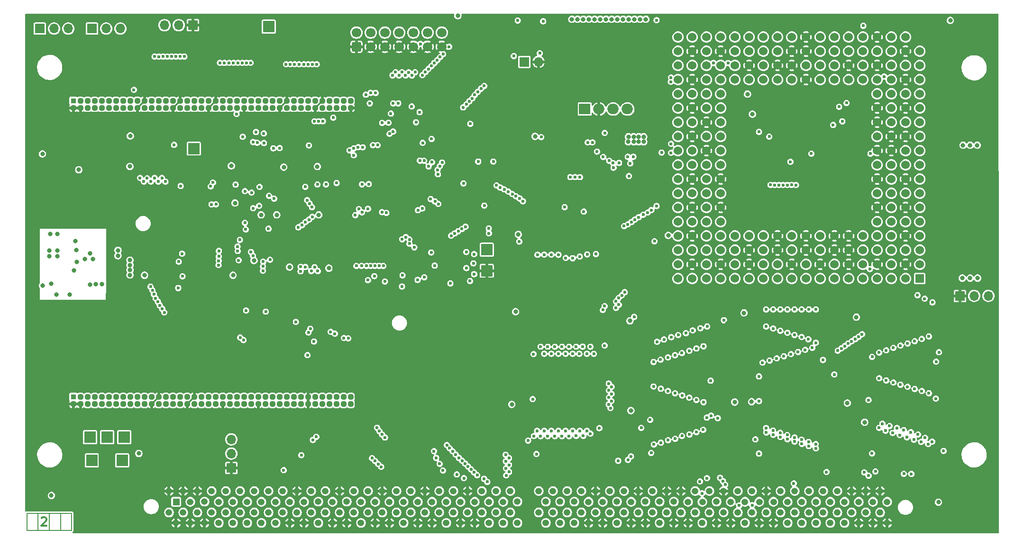
<source format=gbr>
%TF.GenerationSoftware,KiCad,Pcbnew,7.0.6-0*%
%TF.CreationDate,2024-10-04T12:35:45+02:00*%
%TF.ProjectId,Z3660_v022,5a333636-305f-4763-9032-322e6b696361,v0.22*%
%TF.SameCoordinates,Original*%
%TF.FileFunction,Copper,L2,Inr*%
%TF.FilePolarity,Positive*%
%FSLAX46Y46*%
G04 Gerber Fmt 4.6, Leading zero omitted, Abs format (unit mm)*
G04 Created by KiCad (PCBNEW 7.0.6-0) date 2024-10-04 12:35:45*
%MOMM*%
%LPD*%
G01*
G04 APERTURE LIST*
G04 Aperture macros list*
%AMRoundRect*
0 Rectangle with rounded corners*
0 $1 Rounding radius*
0 $2 $3 $4 $5 $6 $7 $8 $9 X,Y pos of 4 corners*
0 Add a 4 corners polygon primitive as box body*
4,1,4,$2,$3,$4,$5,$6,$7,$8,$9,$2,$3,0*
0 Add four circle primitives for the rounded corners*
1,1,$1+$1,$2,$3*
1,1,$1+$1,$4,$5*
1,1,$1+$1,$6,$7*
1,1,$1+$1,$8,$9*
0 Add four rect primitives between the rounded corners*
20,1,$1+$1,$2,$3,$4,$5,0*
20,1,$1+$1,$4,$5,$6,$7,0*
20,1,$1+$1,$6,$7,$8,$9,0*
20,1,$1+$1,$8,$9,$2,$3,0*%
G04 Aperture macros list end*
%TA.AperFunction,NonConductor*%
%ADD10C,0.150000*%
%TD*%
%ADD11C,0.300000*%
%TA.AperFunction,NonConductor*%
%ADD12C,0.300000*%
%TD*%
%TA.AperFunction,ComponentPad*%
%ADD13C,1.524000*%
%TD*%
%TA.AperFunction,ComponentPad*%
%ADD14R,1.524000X1.524000*%
%TD*%
%TA.AperFunction,ComponentPad*%
%ADD15R,1.700000X1.700000*%
%TD*%
%TA.AperFunction,ComponentPad*%
%ADD16O,1.700000X1.700000*%
%TD*%
%TA.AperFunction,ComponentPad*%
%ADD17RoundRect,0.250000X0.600000X-0.600000X0.600000X0.600000X-0.600000X0.600000X-0.600000X-0.600000X0*%
%TD*%
%TA.AperFunction,ComponentPad*%
%ADD18C,1.700000*%
%TD*%
%TA.AperFunction,ComponentPad*%
%ADD19R,0.950000X0.950000*%
%TD*%
%TA.AperFunction,ComponentPad*%
%ADD20RoundRect,0.237500X0.237500X-0.237500X0.237500X0.237500X-0.237500X0.237500X-0.237500X-0.237500X0*%
%TD*%
%TA.AperFunction,ComponentPad*%
%ADD21R,2.000000X2.000000*%
%TD*%
%TA.AperFunction,ComponentPad*%
%ADD22R,2.000000X1.905000*%
%TD*%
%TA.AperFunction,ComponentPad*%
%ADD23O,2.000000X1.905000*%
%TD*%
%TA.AperFunction,ComponentPad*%
%ADD24R,1.200000X1.200000*%
%TD*%
%TA.AperFunction,ComponentPad*%
%ADD25O,1.200000X1.200000*%
%TD*%
%TA.AperFunction,ViaPad*%
%ADD26C,0.800000*%
%TD*%
%TA.AperFunction,ViaPad*%
%ADD27C,0.600000*%
%TD*%
%TA.AperFunction,Conductor*%
%ADD28C,0.300000*%
%TD*%
G04 APERTURE END LIST*
D10*
X84582000Y-118999000D02*
X84582000Y-122047000D01*
X82582000Y-118999000D02*
X82582000Y-122047000D01*
X86582000Y-118999000D02*
X86582000Y-122047000D01*
X80576000Y-118999000D02*
X88576000Y-118999000D01*
X88576000Y-122047000D02*
X80576000Y-122047000D01*
X88576000Y-118999000D02*
X88576000Y-122047000D01*
X80576000Y-122047000D02*
X80576000Y-118999000D01*
D11*
D12*
X83195429Y-119844185D02*
X83266857Y-119772757D01*
X83266857Y-119772757D02*
X83409715Y-119701328D01*
X83409715Y-119701328D02*
X83766857Y-119701328D01*
X83766857Y-119701328D02*
X83909715Y-119772757D01*
X83909715Y-119772757D02*
X83981143Y-119844185D01*
X83981143Y-119844185D02*
X84052572Y-119987042D01*
X84052572Y-119987042D02*
X84052572Y-120129900D01*
X84052572Y-120129900D02*
X83981143Y-120344185D01*
X83981143Y-120344185D02*
X83124000Y-121201328D01*
X83124000Y-121201328D02*
X84052572Y-121201328D01*
D13*
%TO.N,N/C*%
%TO.C,U4*%
X207035000Y-69430900D03*
X209575000Y-69430900D03*
X229895000Y-69430900D03*
X232435000Y-69430900D03*
D14*
%TO.N,060A31*%
X240055000Y-77050900D03*
D13*
%TO.N,D040_3*%
X237515000Y-77050900D03*
%TO.N,D040_4*%
X234975000Y-77050900D03*
%TO.N,D040_5*%
X232435000Y-77050900D03*
%TO.N,D040_6*%
X229895000Y-77050900D03*
%TO.N,D040_7*%
X227355000Y-77050900D03*
%TO.N,D040_9*%
X224815000Y-77050900D03*
%TO.N,D040_10*%
X222275000Y-77050900D03*
%TO.N,D040_11*%
X219735000Y-77050900D03*
%TO.N,D040_12*%
X217195000Y-77050900D03*
%TO.N,D040_13*%
X214655000Y-77050900D03*
%TO.N,D040_14*%
X212115000Y-77050900D03*
%TO.N,D040_15*%
X209575000Y-77050900D03*
%TO.N,D040_17*%
X207035000Y-77050900D03*
%TO.N,D040_19*%
X204495000Y-77050900D03*
%TO.N,D040_20*%
X201955000Y-77050900D03*
%TO.N,D040_21*%
X199415000Y-77050900D03*
%TO.N,D040_24*%
X196875000Y-77050900D03*
%TO.N,060A29*%
X240055000Y-74510900D03*
%TO.N,Earth*%
X214655000Y-69430900D03*
X219735000Y-69430900D03*
X224815000Y-69430900D03*
X227355000Y-69430900D03*
X232435000Y-46570900D03*
X232435000Y-49110900D03*
X232435000Y-54190900D03*
X237515000Y-74510900D03*
%TO.N,D040_1*%
X234975000Y-74510900D03*
%TO.N,Earth*%
X232435000Y-74510900D03*
%TO.N,+3V3*%
X229895000Y-74510900D03*
%TO.N,Earth*%
X227355000Y-74510900D03*
%TO.N,D040_8*%
X224815000Y-74510900D03*
%TO.N,Earth*%
X222275000Y-74510900D03*
%TO.N,+3V3*%
X219735000Y-74510900D03*
%TO.N,Earth*%
X217195000Y-74510900D03*
%TO.N,D040_16*%
X214655000Y-74510900D03*
%TO.N,D040_18*%
X212115000Y-74510900D03*
%TO.N,Earth*%
X209575000Y-74510900D03*
%TO.N,+3V3*%
X207035000Y-74510900D03*
%TO.N,Earth*%
X204495000Y-74510900D03*
%TO.N,D040_22*%
X201955000Y-74510900D03*
%TO.N,Earth*%
X199415000Y-74510900D03*
%TO.N,D040_26*%
X196875000Y-74510900D03*
%TO.N,060A27*%
X240055000Y-71970900D03*
%TO.N,+3V3*%
X237515000Y-71970900D03*
%TO.N,D040_0*%
X234975000Y-71970900D03*
%TO.N,D040_2*%
X232435000Y-71970900D03*
%TO.N,+3V3*%
X229895000Y-71970900D03*
%TO.N,Earth*%
X227355000Y-71970900D03*
X224815000Y-71970900D03*
%TO.N,+3V3*%
X222275000Y-71970900D03*
%TO.N,Earth*%
X219735000Y-71970900D03*
%TO.N,+3V3*%
X217195000Y-71970900D03*
%TO.N,Earth*%
X214655000Y-71970900D03*
%TO.N,+3V3*%
X212115000Y-71970900D03*
%TO.N,Earth*%
X209575000Y-71970900D03*
%TO.N,+3V3*%
X207035000Y-71970900D03*
%TO.N,D040_23*%
X204495000Y-71970900D03*
%TO.N,D040_25*%
X201955000Y-71970900D03*
%TO.N,+3V3*%
X199415000Y-71970900D03*
%TO.N,D040_28*%
X196875000Y-71970900D03*
%TO.N,060A24*%
X240055000Y-69430900D03*
%TO.N,Earth*%
X237515000Y-69430900D03*
%TO.N,060A30*%
X234975000Y-69430900D03*
%TO.N,D040_27*%
X201955000Y-69430900D03*
%TO.N,Earth*%
X199415000Y-69430900D03*
%TO.N,D040_31*%
X196875000Y-69430900D03*
%TO.N,060A22*%
X240055000Y-66890900D03*
%TO.N,060A26*%
X237515000Y-66890900D03*
%TO.N,060A28*%
X234975000Y-66890900D03*
%TO.N,D040_29*%
X201955000Y-66890900D03*
%TO.N,D040_30*%
X199415000Y-66890900D03*
%TO.N,060A8*%
X196875000Y-66890900D03*
%TO.N,060A21*%
X240055000Y-64350900D03*
%TO.N,Earth*%
X237515000Y-64350900D03*
%TO.N,060A25*%
X234975000Y-64350900D03*
%TO.N,060A9*%
X201955000Y-64350900D03*
%TO.N,Earth*%
X199415000Y-64350900D03*
%TO.N,060A7*%
X196875000Y-64350900D03*
%TO.N,060A20*%
X240055000Y-61810900D03*
%TO.N,+3V3*%
X237515000Y-61810900D03*
%TO.N,060A23*%
X234975000Y-61810900D03*
%TO.N,060A6*%
X201955000Y-61810900D03*
%TO.N,+3V3*%
X199415000Y-61810900D03*
%TO.N,060A5*%
X196875000Y-61810900D03*
%TO.N,060A18*%
X240055000Y-59270900D03*
%TO.N,Earth*%
X237515000Y-59270900D03*
%TO.N,+3V3*%
X234975000Y-59270900D03*
X201955000Y-59270900D03*
%TO.N,Earth*%
X199415000Y-59270900D03*
%TO.N,060A4*%
X196875000Y-59270900D03*
%TO.N,060A17*%
X240055000Y-56730900D03*
%TO.N,060A19*%
X237515000Y-56730900D03*
%TO.N,+3V3*%
X234975000Y-56730900D03*
X201955000Y-56730900D03*
%TO.N,060A2*%
X199415000Y-56730900D03*
%TO.N,060A3*%
X196875000Y-56730900D03*
%TO.N,060A15*%
X240055000Y-54190900D03*
%TO.N,060A16*%
X237515000Y-54190900D03*
%TO.N,Earth*%
X234975000Y-54190900D03*
X201955000Y-54190900D03*
%TO.N,TM2*%
X199415000Y-54190900D03*
%TO.N,060A1*%
X196875000Y-54190900D03*
%TO.N,060A14*%
X240055000Y-51650900D03*
%TO.N,Earth*%
X237515000Y-51650900D03*
X234975000Y-51650900D03*
%TO.N,+3V3*%
X201955000Y-51650900D03*
%TO.N,Earth*%
X199415000Y-51650900D03*
%TO.N,060A0*%
X196875000Y-51650900D03*
%TO.N,060A13*%
X240055000Y-49110900D03*
%TO.N,+3V3*%
X237515000Y-49110900D03*
X234975000Y-49110900D03*
%TO.N,Earth*%
X201955000Y-49110900D03*
%TO.N,+3V3*%
X199415000Y-49110900D03*
%TO.N,TM1*%
X196875000Y-49110900D03*
%TO.N,060A12*%
X240055000Y-46570900D03*
%TO.N,Earth*%
X237515000Y-46570900D03*
%TO.N,060A11*%
X234975000Y-46570900D03*
%TO.N,R_W040*%
X201955000Y-46570900D03*
%TO.N,Earth*%
X199415000Y-46570900D03*
%TO.N,TM0*%
X196875000Y-46570900D03*
%TO.N,060A10*%
X240055000Y-44030900D03*
%TO.N,TT1*%
X237515000Y-44030900D03*
%TO.N,TT0*%
X234975000Y-44030900D03*
%TO.N,/CPU and CLK/SIZ60_1*%
X201955000Y-44030900D03*
%TO.N,/CPU and CLK/SIZ60_0*%
X199415000Y-44030900D03*
%TO.N,unconnected-(U4-TLN1-Pad120)*%
X196875000Y-44030900D03*
%TO.N,unconnected-(U4-UPA1-Pad121)*%
X240055000Y-41490900D03*
%TO.N,Earth*%
X237515000Y-41490900D03*
%TO.N,unconnected-(U4-UPA0-Pad123)*%
X234975000Y-41490900D03*
%TO.N,unconnected-(U4-~{MI}-Pad124)*%
X201955000Y-41490900D03*
%TO.N,Earth*%
X199415000Y-41490900D03*
%TO.N,unconnected-(U4-TLN0-Pad126)*%
X196875000Y-41490900D03*
%TO.N,_040CIOUT*%
X240055000Y-38950900D03*
%TO.N,+3V3*%
X237515000Y-38950900D03*
%TO.N,_040RSTO*%
X234975000Y-38950900D03*
%TO.N,Earth*%
X232435000Y-38950900D03*
%TO.N,+3V3*%
X229895000Y-38950900D03*
%TO.N,Earth*%
X227355000Y-38950900D03*
%TO.N,040_BCLK*%
X224815000Y-38950900D03*
%TO.N,+3V3*%
X222275000Y-38950900D03*
%TO.N,PCLK*%
X219735000Y-38950900D03*
%TO.N,Earth*%
X217195000Y-38950900D03*
X214655000Y-38950900D03*
%TO.N,+3V3*%
X212115000Y-38950900D03*
%TO.N,Earth*%
X209575000Y-38950900D03*
%TO.N,unconnected-(U4-PST2-Pad140)*%
X207035000Y-38950900D03*
%TO.N,unconnected-(U4-~{TIP}-Pad141)*%
X204495000Y-38950900D03*
%TO.N,Net-(U4-~{TS})*%
X201955000Y-38950900D03*
%TO.N,+3V3*%
X199415000Y-38950900D03*
%TO.N,_LOCKE*%
X196875000Y-38950900D03*
%TO.N,_040IPEND*%
X240055000Y-36410900D03*
%TO.N,Earth*%
X237515000Y-36410900D03*
%TO.N,Net-(RN2-R3.2)*%
X234975000Y-36410900D03*
%TO.N,Net-(RN1-R4.2)*%
X232435000Y-36410900D03*
%TO.N,Net-(RN1-R3.2)*%
X229895000Y-36410900D03*
%TO.N,_040EMUL*%
X227355000Y-36410900D03*
%TO.N,_040RSTI*%
X224815000Y-36410900D03*
%TO.N,+3V3*%
X222275000Y-36410900D03*
%TO.N,Earth*%
X219735000Y-36410900D03*
X217195000Y-36410900D03*
%TO.N,_TBI*%
X214655000Y-36410900D03*
%TO.N,unconnected-(U4-SC1-Pad156)*%
X212115000Y-36410900D03*
%TO.N,_TEA*%
X209575000Y-36410900D03*
%TO.N,unconnected-(U4-PST1-Pad158)*%
X207035000Y-36410900D03*
%TO.N,Earth*%
X204495000Y-36410900D03*
%TO.N,+3V3*%
X201955000Y-36410900D03*
%TO.N,Earth*%
X199415000Y-36410900D03*
%TO.N,_LOCK*%
X196875000Y-36410900D03*
%TO.N,unconnected-(U4-TDO-Pad163)*%
X237515000Y-33870900D03*
%TO.N,Net-(RN2-R1.2)*%
X234975000Y-33870900D03*
%TO.N,Earth*%
X232435000Y-33870900D03*
%TO.N,_040EMUL*%
X229895000Y-33870900D03*
%TO.N,_060IPL2*%
X227355000Y-33870900D03*
%TO.N,_060IPL1*%
X224815000Y-33870900D03*
%TO.N,_060IPL0*%
X222275000Y-33870900D03*
%TO.N,Earth*%
X219735000Y-33870900D03*
%TO.N,_TCI*%
X217195000Y-33870900D03*
%TO.N,_AVEC040*%
X214655000Y-33870900D03*
%TO.N,unconnected-(U4-SC0-Pad173)*%
X212115000Y-33870900D03*
%TO.N,_BG040*%
X209575000Y-33870900D03*
%TO.N,_TA*%
X207035000Y-33870900D03*
%TO.N,unconnected-(U4-PST0-Pad176)*%
X204495000Y-33870900D03*
%TO.N,unconnected-(U4-PST3-Pad177)*%
X201955000Y-33870900D03*
%TO.N,_BB040*%
X199415000Y-33870900D03*
%TO.N,_BR040*%
X196875000Y-33870900D03*
%TO.N,+3V3*%
X222275000Y-69430900D03*
X217195000Y-69430900D03*
X212115000Y-69430900D03*
X204495000Y-69430900D03*
X232435000Y-66890900D03*
X204495000Y-66890900D03*
%TO.N,Earth*%
X232435000Y-64350900D03*
X204495000Y-64350900D03*
%TO.N,+3V3*%
X232435000Y-61810900D03*
X204495000Y-61810900D03*
%TO.N,Earth*%
X232435000Y-59270900D03*
X204495000Y-59270900D03*
%TO.N,+3V3*%
X232435000Y-56730900D03*
X204495000Y-56730900D03*
%TO.N,_CLA*%
X204495000Y-54190900D03*
%TO.N,+3V3*%
X232435000Y-51650900D03*
%TO.N,THERM_N*%
X204495000Y-51650900D03*
%TO.N,THERM_P*%
X204495000Y-49110900D03*
%TO.N,+3V3*%
X204495000Y-46570900D03*
X232435000Y-44030900D03*
%TO.N,_SNOOP*%
X204495000Y-44030900D03*
%TO.N,unconnected-(U4-~{BS0}-Pad201)*%
X232435000Y-41490900D03*
%TO.N,unconnected-(U4-~{BS1}-Pad202)*%
X229895000Y-41490900D03*
%TO.N,unconnected-(U4-~{BS2}-Pad203)*%
X227355000Y-41490900D03*
%TO.N,unconnected-(U4-~{BS3}-Pad204)*%
X224815000Y-41490900D03*
%TO.N,_CLKEN*%
X222275000Y-41490900D03*
%TO.N,Earth*%
X219735000Y-41490900D03*
%TO.N,+3V3*%
X217195000Y-41490900D03*
%TO.N,_BGR040*%
X214655000Y-41490900D03*
%TO.N,_TRA*%
X212115000Y-41490900D03*
%TO.N,unconnected-(U4-PST4-Pad210)*%
X209575000Y-41490900D03*
%TO.N,unconnected-(U4-~{SAS}-Pad211)*%
X207035000Y-41490900D03*
%TO.N,_BTT*%
X204495000Y-41490900D03*
%TD*%
D15*
%TO.N,Earth*%
%TO.C,JP1*%
X247220000Y-80137000D03*
D16*
%TO.N,+5V*%
X249760000Y-80137000D03*
%TO.N,unconnected-(JP1-Pad3)*%
X252300000Y-80137000D03*
%TD*%
D15*
%TO.N,Earth*%
%TO.C,JP2*%
X110251000Y-31750000D03*
D16*
%TO.N,+5V*%
X107711000Y-31750000D03*
%TO.N,unconnected-(JP2-Pad3)*%
X105171000Y-31750000D03*
%TD*%
D17*
%TO.N,Earth*%
%TO.C,J2*%
X139446000Y-35610800D03*
D18*
%TO.N,+3V3*%
X139446000Y-33070800D03*
%TO.N,Earth*%
X141986000Y-35610800D03*
%TO.N,TMS*%
X141986000Y-33070800D03*
%TO.N,Earth*%
X144526000Y-35610800D03*
%TO.N,TCK*%
X144526000Y-33070800D03*
%TO.N,Earth*%
X147066000Y-35610800D03*
%TO.N,TDO*%
X147066000Y-33070800D03*
%TO.N,Earth*%
X149606000Y-35610800D03*
%TO.N,TDI*%
X149606000Y-33070800D03*
%TO.N,Earth*%
X152146000Y-35610800D03*
%TO.N,unconnected-(J2-Pin_12-Pad12)*%
X152146000Y-33070800D03*
%TO.N,Earth*%
X154686000Y-35610800D03*
%TO.N,Net-(J2-Pin_14)*%
X154686000Y-33070800D03*
%TD*%
D19*
%TO.N,+5V*%
%TO.C,CN2*%
X88883000Y-45250000D03*
D20*
%TO.N,Earth*%
X88883000Y-46520000D03*
%TO.N,3.3V_ZTURN2*%
X90153000Y-45250000D03*
%TO.N,Earth*%
X90153000Y-46520000D03*
%TO.N,XADC_INP0*%
X91423000Y-45250000D03*
%TO.N,XADC_TEMP_P*%
X91423000Y-46520000D03*
%TO.N,XADC_INN0*%
X92693000Y-45250000D03*
%TO.N,XADC_TEMP_N*%
X92693000Y-46520000D03*
%TO.N,XADC_VCC*%
X93963000Y-45250000D03*
%TO.N,XADC_GND*%
X93963000Y-46520000D03*
%TO.N,PS_MIO0*%
X95233000Y-45250000D03*
%TO.N,_040RSTI*%
X95233000Y-46520000D03*
%TO.N,PS_MIO8*%
X96503000Y-45250000D03*
%TO.N,LED*%
X96503000Y-46520000D03*
%TO.N,PS_MIO9*%
X97773000Y-45250000D03*
%TO.N,FPGA_PRESENCE*%
X97773000Y-46520000D03*
%TO.N,PS_MIO12*%
X99043000Y-45250000D03*
%TO.N,PS_MIO15*%
X99043000Y-46520000D03*
%TO.N,PS_MIO13*%
X100313000Y-45250000D03*
%TO.N,Earth*%
X100313000Y-46520000D03*
X101583000Y-45250000D03*
%TO.N,Net-(CN2-Pin_22)*%
X101583000Y-46520000D03*
%TO.N,Net-(CN2-Pin_23)*%
X102853000Y-45250000D03*
%TO.N,Net-(CN2-Pin_24)*%
X102853000Y-46520000D03*
%TO.N,Net-(CN2-Pin_25)*%
X104123000Y-45250000D03*
%TO.N,Net-(CN2-Pin_26)*%
X104123000Y-46520000D03*
%TO.N,Net-(CN2-Pin_27)*%
X105393000Y-45250000D03*
%TO.N,Net-(CN2-Pin_28)*%
X105393000Y-46520000D03*
%TO.N,Net-(CN2-Pin_29)*%
X106663000Y-45250000D03*
%TO.N,Earth*%
X106663000Y-46520000D03*
X107933000Y-45250000D03*
%TO.N,Net-(CN2-Pin_32)*%
X107933000Y-46520000D03*
%TO.N,Net-(CN2-Pin_33)*%
X109203000Y-45250000D03*
%TO.N,Net-(CN2-Pin_34)*%
X109203000Y-46520000D03*
%TO.N,Net-(CN2-Pin_35)*%
X110473000Y-45250000D03*
%TO.N,Net-(CN2-Pin_36)*%
X110473000Y-46520000D03*
%TO.N,Net-(CN2-Pin_37)*%
X111743000Y-45250000D03*
%TO.N,Net-(CN2-Pin_38)*%
X111743000Y-46520000D03*
%TO.N,Net-(CN2-Pin_39)*%
X113013000Y-45250000D03*
%TO.N,Earth*%
X113013000Y-46520000D03*
X114283000Y-45250000D03*
%TO.N,D040_28*%
X114283000Y-46520000D03*
%TO.N,Net-(CN2-Pin_43)*%
X115553000Y-45250000D03*
%TO.N,D040_29*%
X115553000Y-46520000D03*
%TO.N,Net-(CN2-Pin_45)*%
X116823000Y-45250000D03*
%TO.N,D040_30*%
X116823000Y-46520000D03*
%TO.N,Net-(CN2-Pin_47)*%
X118093000Y-45250000D03*
%TO.N,D040_31*%
X118093000Y-46520000D03*
%TO.N,Net-(CN2-Pin_49)*%
X119363000Y-45250000D03*
%TO.N,Earth*%
X119363000Y-46520000D03*
%TO.N,VDDIO_35_PL*%
X120633000Y-45250000D03*
%TO.N,D040_26*%
X120633000Y-46520000D03*
%TO.N,Net-(CN2-Pin_53)*%
X121903000Y-45250000D03*
%TO.N,D040_27*%
X121903000Y-46520000D03*
%TO.N,Net-(CN2-Pin_55)*%
X123173000Y-45250000D03*
%TO.N,R_W040*%
X123173000Y-46520000D03*
%TO.N,Net-(CN2-Pin_57)*%
X124443000Y-45250000D03*
%TO.N,_TA*%
X124443000Y-46520000D03*
%TO.N,Net-(CN2-Pin_59)*%
X125713000Y-45250000D03*
%TO.N,Earth*%
X125713000Y-46520000D03*
X126983000Y-45250000D03*
%TO.N,_TEA*%
X126983000Y-46520000D03*
%TO.N,Net-(CN2-Pin_63)*%
X128253000Y-45250000D03*
%TO.N,_TCI*%
X128253000Y-46520000D03*
%TO.N,Net-(CN2-Pin_65)*%
X129523000Y-45250000D03*
%TO.N,PCLK_FPGA*%
X129523000Y-46520000D03*
%TO.N,Net-(CN2-Pin_67)*%
X130793000Y-45250000D03*
%TO.N,CLK90_FPGA*%
X130793000Y-46520000D03*
%TO.N,Net-(CN2-Pin_69)*%
X132063000Y-45250000D03*
%TO.N,Earth*%
X132063000Y-46520000D03*
X133333000Y-45250000D03*
%TO.N,CPUCLK_FPGA*%
X133333000Y-46520000D03*
%TO.N,Net-(CN2-Pin_73)*%
X134603000Y-45250000D03*
%TO.N,_TS*%
X134603000Y-46520000D03*
%TO.N,Net-(CN2-Pin_75)*%
X135873000Y-45250000D03*
%TO.N,SIZ40_0*%
X135873000Y-46520000D03*
%TO.N,Net-(CN2-Pin_77)*%
X137143000Y-45250000D03*
%TO.N,SIZ40_1*%
X137143000Y-46520000D03*
%TO.N,Net-(CN2-Pin_79)*%
X138413000Y-45250000D03*
%TO.N,Earth*%
X138413000Y-46520000D03*
%TD*%
D19*
%TO.N,+5V*%
%TO.C,CN3*%
X88883000Y-98193000D03*
D20*
%TO.N,Earth*%
X88883000Y-99463000D03*
%TO.N,3.3V_ZTURN1*%
X90153000Y-98193000D03*
%TO.N,Earth*%
X90153000Y-99463000D03*
%TO.N,VDD18_KEY_BACKUP*%
X91423000Y-98193000D03*
%TO.N,unconnected-(CN3-Pin_6-Pad6)*%
X91423000Y-99463000D03*
%TO.N,D040_0*%
X92693000Y-98193000D03*
%TO.N,unconnected-(CN3-Pin_8-Pad8)*%
X92693000Y-99463000D03*
%TO.N,D040_1*%
X93963000Y-98193000D03*
%TO.N,unconnected-(CN3-Pin_10-Pad10)*%
X93963000Y-99463000D03*
%TO.N,D040_2*%
X95233000Y-98193000D03*
%TO.N,unconnected-(CN3-Pin_12-Pad12)*%
X95233000Y-99463000D03*
%TO.N,D040_3*%
X96503000Y-98193000D03*
%TO.N,JTAG_NTRST*%
X96503000Y-99463000D03*
%TO.N,VDDIO_13_PL*%
X97773000Y-98193000D03*
%TO.N,D040_16*%
X97773000Y-99463000D03*
%TO.N,D040_4*%
X99043000Y-98193000D03*
%TO.N,D040_17*%
X99043000Y-99463000D03*
%TO.N,D040_5*%
X100313000Y-98193000D03*
%TO.N,D040_18*%
X100313000Y-99463000D03*
%TO.N,D040_6*%
X101583000Y-98193000D03*
%TO.N,D040_19*%
X101583000Y-99463000D03*
%TO.N,D040_7*%
X102853000Y-98193000D03*
%TO.N,Earth*%
X102853000Y-99463000D03*
X104123000Y-98193000D03*
%TO.N,D040_20*%
X104123000Y-99463000D03*
%TO.N,D040_8*%
X105393000Y-98193000D03*
%TO.N,D040_21*%
X105393000Y-99463000D03*
%TO.N,D040_9*%
X106663000Y-98193000D03*
%TO.N,D040_22*%
X106663000Y-99463000D03*
%TO.N,D040_10*%
X107933000Y-98193000D03*
%TO.N,D040_23*%
X107933000Y-99463000D03*
%TO.N,D040_11*%
X109203000Y-98193000D03*
%TO.N,Earth*%
X109203000Y-99463000D03*
X110473000Y-98193000D03*
%TO.N,D040_24*%
X110473000Y-99463000D03*
%TO.N,D040_12*%
X111743000Y-98193000D03*
%TO.N,D040_25*%
X111743000Y-99463000D03*
%TO.N,BCLK_FPGA*%
X113013000Y-98193000D03*
%TO.N,nTS_FPGA*%
X113013000Y-99463000D03*
%TO.N,D040_13*%
X114283000Y-98193000D03*
%TO.N,nTBI_FPGA*%
X114283000Y-99463000D03*
%TO.N,D040_14*%
X115553000Y-98193000D03*
%TO.N,Earth*%
X115553000Y-99463000D03*
%TO.N,unconnected-(CN3-Pin_45-Pad45)*%
X116823000Y-98193000D03*
%TO.N,unconnected-(CN3-Pin_46-Pad46)*%
X116823000Y-99463000D03*
%TO.N,D040_15*%
X118093000Y-98193000D03*
%TO.N,unconnected-(CN3-Pin_48-Pad48)*%
X118093000Y-99463000D03*
%TO.N,unconnected-(CN3-Pin_49-Pad49)*%
X119363000Y-98193000D03*
%TO.N,unconnected-(CN3-Pin_50-Pad50)*%
X119363000Y-99463000D03*
%TO.N,unconnected-(CN3-Pin_51-Pad51)*%
X120633000Y-98193000D03*
%TO.N,unconnected-(CN3-Pin_52-Pad52)*%
X120633000Y-99463000D03*
%TO.N,unconnected-(CN3-Pin_53-Pad53)*%
X121903000Y-98193000D03*
%TO.N,Earth*%
X121903000Y-99463000D03*
%TO.N,unconnected-(CN3-Pin_55-Pad55)*%
X123173000Y-98193000D03*
%TO.N,unconnected-(CN3-Pin_56-Pad56)*%
X123173000Y-99463000D03*
%TO.N,unconnected-(CN3-Pin_57-Pad57)*%
X124443000Y-98193000D03*
%TO.N,unconnected-(CN3-Pin_58-Pad58)*%
X124443000Y-99463000D03*
%TO.N,unconnected-(CN3-Pin_59-Pad59)*%
X125713000Y-98193000D03*
%TO.N,unconnected-(CN3-Pin_60-Pad60)*%
X125713000Y-99463000D03*
%TO.N,unconnected-(CN3-Pin_61-Pad61)*%
X126983000Y-98193000D03*
%TO.N,unconnected-(CN3-Pin_62-Pad62)*%
X126983000Y-99463000D03*
%TO.N,unconnected-(CN3-Pin_63-Pad63)*%
X128253000Y-98193000D03*
%TO.N,unconnected-(CN3-Pin_64-Pad64)*%
X128253000Y-99463000D03*
%TO.N,unconnected-(CN3-Pin_65-Pad65)*%
X129523000Y-98193000D03*
%TO.N,unconnected-(CN3-Pin_66-Pad66)*%
X129523000Y-99463000D03*
%TO.N,Earth*%
X130793000Y-98193000D03*
X130793000Y-99463000D03*
%TO.N,unconnected-(CN3-Pin_69-Pad69)*%
X132063000Y-98193000D03*
%TO.N,unconnected-(CN3-Pin_70-Pad70)*%
X132063000Y-99463000D03*
%TO.N,unconnected-(CN3-Pin_71-Pad71)*%
X133333000Y-98193000D03*
%TO.N,unconnected-(CN3-Pin_72-Pad72)*%
X133333000Y-99463000D03*
%TO.N,INT6_ARM*%
X134603000Y-98193000D03*
%TO.N,unconnected-(CN3-Pin_74-Pad74)*%
X134603000Y-99463000D03*
%TO.N,_CLKEN*%
X135873000Y-98193000D03*
%TO.N,I2C0_SDA*%
X135873000Y-99463000D03*
%TO.N,unconnected-(CN3-Pin_77-Pad77)*%
X137143000Y-98193000D03*
%TO.N,I2C0_CLK*%
X137143000Y-99463000D03*
%TO.N,unconnected-(CN3-Pin_79-Pad79)*%
X138413000Y-98193000D03*
%TO.N,/ZTURN and 3.3V/BP*%
X138413000Y-99463000D03*
%TD*%
D21*
%TO.N,+3V3*%
%TO.C,TP1*%
X123768000Y-32004000D03*
%TD*%
%TO.N,Earth*%
%TO.C,TP8*%
X162712400Y-75641200D03*
%TD*%
%TO.N,PCLK*%
%TO.C,TP9*%
X110388400Y-53797200D03*
%TD*%
%TO.N,CLK90*%
%TO.C,TP10*%
X92178000Y-109551600D03*
%TD*%
%TO.N,CPUCLK*%
%TO.C,TP11*%
X97613600Y-109551600D03*
%TD*%
%TO.N,Net-(U2-P107)*%
%TO.C,DBG2*%
X94921200Y-105386000D03*
%TD*%
D15*
%TO.N,Net-(J1-A)*%
%TO.C,J1*%
X169425000Y-38300000D03*
D16*
%TO.N,Earth*%
X171965000Y-38300000D03*
%TD*%
D15*
%TO.N,Earth*%
%TO.C,JP3*%
X117094000Y-110871000D03*
D16*
%TO.N,+5V*%
X117094000Y-108331000D03*
%TO.N,unconnected-(JP3-Pad3)*%
X117094000Y-105791000D03*
%TD*%
D21*
%TO.N,Net-(U2-P105)*%
%TO.C,DBG3*%
X97969200Y-105386000D03*
%TD*%
D15*
%TO.N,LEDR*%
%TO.C,JP7*%
X82895300Y-32361200D03*
D16*
%TO.N,+5V*%
X85435300Y-32361200D03*
%TO.N,LEDR*%
X87975300Y-32361200D03*
%TD*%
D22*
%TO.N,+5V*%
%TO.C,VR1*%
X180213000Y-46736000D03*
D23*
%TO.N,Earth*%
X182753000Y-46736000D03*
%TO.N,+3V3*%
X185293000Y-46736000D03*
%TO.N,+5V*%
X187833000Y-46736000D03*
%TD*%
D15*
%TO.N,LEDR*%
%TO.C,JP6*%
X92191700Y-32361200D03*
D16*
%TO.N,+5V*%
X94731700Y-32361200D03*
%TO.N,LEDR*%
X97271700Y-32361200D03*
%TD*%
D21*
%TO.N,Net-(U2-P106)*%
%TO.C,DBG1*%
X91873200Y-105386000D03*
%TD*%
%TO.N,+5V*%
%TO.C,TP4*%
X162712400Y-71882000D03*
%TD*%
D24*
%TO.N,_DSACK1*%
%TO.C,CN1*%
X107239000Y-116954500D03*
D25*
%TO.N,Earth*%
X105964986Y-115024415D03*
X107234986Y-120739415D03*
%TO.N,_HLT*%
X105964986Y-118859500D03*
%TO.N,R_W*%
X109774986Y-116954500D03*
%TO.N,Earth*%
X108504986Y-115024415D03*
X109774986Y-120739415D03*
%TO.N,_BGACK*%
X108504986Y-118859500D03*
%TO.N,_SBR*%
X112314986Y-116929415D03*
%TO.N,Earth*%
X111044986Y-115024415D03*
X112314986Y-120739415D03*
%TO.N,_AVEC*%
X111044986Y-118859500D03*
%TO.N,CLK90*%
X114854986Y-116954500D03*
%TO.N,+5V*%
X113584986Y-115024415D03*
X114854986Y-120739415D03*
%TO.N,_RAMSLOT*%
X113584986Y-118834415D03*
%TO.N,_BOSS*%
X117394986Y-116954500D03*
%TO.N,+5V*%
X116124986Y-115024415D03*
X117394986Y-120739415D03*
%TO.N,FC0*%
X116124986Y-118859500D03*
%TO.N,_STERM*%
X119934986Y-116954500D03*
%TO.N,+5V*%
X118664986Y-115024415D03*
X119934986Y-120739415D03*
%TO.N,FC1*%
X118664986Y-118859500D03*
%TO.N,_BR*%
X122474986Y-116954500D03*
%TO.N,+5V*%
X121204986Y-115024415D03*
X122474986Y-120739415D03*
%TO.N,_CBACK*%
X121204986Y-118834415D03*
%TO.N,_BERR*%
X125014986Y-116954500D03*
%TO.N,unconnected-(CN1-NC-Pad30)*%
X123744986Y-115024415D03*
%TO.N,_EMUL*%
X125014986Y-120739415D03*
%TO.N,_CBREQ*%
X123744986Y-118859500D03*
%TO.N,040A8*%
X127554986Y-116954500D03*
%TO.N,unconnected-(CN1-NC-Pad34)*%
X126284986Y-115024415D03*
%TO.N,Earth*%
X127554986Y-120739415D03*
%TO.N,A0*%
X126284986Y-118834415D03*
%TO.N,040A9*%
X130094986Y-116954500D03*
%TO.N,Earth*%
X128824986Y-115024415D03*
X130094986Y-120739415D03*
%TO.N,A1*%
X128824986Y-118859500D03*
%TO.N,040A10*%
X132634986Y-116929415D03*
%TO.N,unconnected-(CN1-NC-Pad42)*%
X131364986Y-115024415D03*
%TO.N,_INT6*%
X132634986Y-120739415D03*
%TO.N,A2*%
X131364986Y-118834415D03*
%TO.N,040A11*%
X135174986Y-116954500D03*
%TO.N,unconnected-(CN1-NC-Pad46)*%
X133904986Y-115024415D03*
%TO.N,Earth*%
X135174986Y-120739415D03*
%TO.N,A3*%
X133904986Y-118859500D03*
%TO.N,040A12*%
X137714986Y-116929415D03*
%TO.N,Earth*%
X136444986Y-115024415D03*
X137714986Y-120739415D03*
%TO.N,040A4*%
X136444986Y-118859500D03*
%TO.N,040A13*%
X140254986Y-116954500D03*
%TO.N,unconnected-(CN1-NC-Pad54)*%
X138984986Y-115024415D03*
%TO.N,_WAIT*%
X140254986Y-120739415D03*
%TO.N,040A5*%
X138984986Y-118859500D03*
%TO.N,040A14*%
X142794986Y-116954500D03*
%TO.N,unconnected-(CN1-NC-Pad58)*%
X141524986Y-115024415D03*
%TO.N,Earth*%
X142794986Y-120739415D03*
%TO.N,040A6*%
X141524986Y-118834415D03*
%TO.N,040A15*%
X145334986Y-116954500D03*
%TO.N,Earth*%
X144064986Y-115024415D03*
X145334986Y-120739415D03*
%TO.N,040A7*%
X144064986Y-118859500D03*
%TO.N,040A16*%
X147874986Y-116954500D03*
%TO.N,_MEMZ2*%
X146604986Y-115024415D03*
%TO.N,_IOZ2*%
X147874986Y-120739415D03*
%TO.N,040A24*%
X146604986Y-118859500D03*
%TO.N,040A17*%
X150414986Y-116954500D03*
%TO.N,unconnected-(CN1-NC-Pad70)*%
X149144986Y-115024415D03*
%TO.N,Earth*%
X150414986Y-120739415D03*
%TO.N,040A25*%
X149144986Y-118834415D03*
%TO.N,040A18*%
X152954986Y-116954500D03*
%TO.N,Earth*%
X151684986Y-115024415D03*
X152954986Y-120739415D03*
%TO.N,040A26*%
X151684986Y-118859500D03*
%TO.N,040A19*%
X155494986Y-116954500D03*
%TO.N,_DBR16*%
X154224986Y-115024415D03*
%TO.N,READLT*%
X155494986Y-120739415D03*
%TO.N,040A27*%
X154224986Y-118834415D03*
%TO.N,040A20*%
X158034986Y-116954500D03*
%TO.N,_INT2*%
X156764986Y-115024415D03*
%TO.N,Earth*%
X158034986Y-120739415D03*
%TO.N,040A28*%
X156764986Y-118859500D03*
%TO.N,040A21*%
X160574986Y-116954500D03*
%TO.N,Earth*%
X159304986Y-115024415D03*
X160574986Y-120739415D03*
%TO.N,040A29*%
X159304986Y-118834415D03*
%TO.N,040A22*%
X163114986Y-116954500D03*
%TO.N,unconnected-(CN1-NC-Pad90)*%
X161844986Y-115024415D03*
%TO.N,_DSACK0*%
X163114986Y-120739415D03*
%TO.N,040A30*%
X161844986Y-118859500D03*
%TO.N,040A23*%
X165654986Y-116954500D03*
%TO.N,+5V*%
X164384986Y-115024415D03*
X165654986Y-120739415D03*
%TO.N,040A31*%
X164384986Y-118834415D03*
%TO.N,_DS*%
X168194986Y-116929415D03*
%TO.N,+5V*%
X166924986Y-115024415D03*
X168194986Y-120739415D03*
%TO.N,_ECS*%
X166924986Y-118859500D03*
%TO.N,_CIOUT*%
X173274986Y-116929415D03*
%TO.N,+5V*%
X172004986Y-115024415D03*
X173274986Y-120739415D03*
%TO.N,_DBEN*%
X172004986Y-118859500D03*
%TO.N,_BG*%
X175814986Y-116929415D03*
%TO.N,+5V*%
X174544986Y-115024415D03*
X175814986Y-120739415D03*
%TO.N,_RMC*%
X174544986Y-118834415D03*
%TO.N,_CPURST*%
X178354986Y-116929415D03*
%TO.N,_FPURST*%
X177084986Y-115024415D03*
%TO.N,unconnected-(CN1-NC-Pad111)*%
X178354986Y-120739415D03*
%TO.N,CPUCLK*%
X177084986Y-118859500D03*
%TO.N,_EBCLR*%
X180894986Y-116954500D03*
%TO.N,unconnected-(CN1-NC-Pad114)*%
X179624986Y-115024415D03*
%TO.N,Earth*%
X180894986Y-120739415D03*
%TO.N,_IPEND*%
X179624986Y-118859500D03*
%TO.N,_RESET*%
X183434986Y-116954500D03*
%TO.N,Earth*%
X182164986Y-115024415D03*
X183434986Y-120739415D03*
%TO.N,_IPL0*%
X182164986Y-118834415D03*
%TO.N,SIZ0*%
X185974986Y-116929415D03*
%TO.N,unconnected-(CN1-NC-Pad122)*%
X184704986Y-115024415D03*
%TO.N,unconnected-(CN1-NC-Pad123)*%
X185974986Y-120739415D03*
%TO.N,_IPL1*%
X184704986Y-118859500D03*
%TO.N,FC2*%
X188514986Y-116954500D03*
%TO.N,CLK90_RECVD*%
X187244986Y-115024415D03*
%TO.N,Earth*%
X188514986Y-120739415D03*
%TO.N,_IPL2*%
X187244986Y-118859500D03*
%TO.N,SIZ1*%
X191054986Y-116929415D03*
%TO.N,Earth*%
X189784986Y-115024415D03*
X191054986Y-120739415D03*
%TO.N,_CIIN*%
X189784986Y-118859500D03*
%TO.N,_AS*%
X193594986Y-116929415D03*
%TO.N,_FPUCS*%
X192324986Y-115024415D03*
%TO.N,CPUCLK_RECVD*%
X193594986Y-120739415D03*
%TO.N,_OCS*%
X192324986Y-118834415D03*
%TO.N,D31*%
X196134986Y-116929415D03*
%TO.N,Earth*%
X194864986Y-115024415D03*
X196134986Y-120739415D03*
%TO.N,D15*%
X194864986Y-118859500D03*
%TO.N,D30*%
X198674986Y-116954500D03*
%TO.N,Earth*%
X197404986Y-115024415D03*
X198674986Y-120739415D03*
%TO.N,D14*%
X197404986Y-118859500D03*
%TO.N,D29*%
X201219000Y-116954500D03*
%TO.N,unconnected-(CN1-NC-Pad146)*%
X199944986Y-115024415D03*
%TO.N,_CBR*%
X201214986Y-120739415D03*
%TO.N,D13*%
X199944986Y-118859500D03*
%TO.N,D28*%
X203754986Y-116929415D03*
%TO.N,unconnected-(CN1-NC-Pad150)*%
X202484986Y-115024415D03*
%TO.N,Earth*%
X203754986Y-120739415D03*
%TO.N,D12*%
X202484986Y-118859500D03*
%TO.N,D27*%
X206294986Y-116954500D03*
%TO.N,Earth*%
X205024986Y-115024415D03*
X206294986Y-120739415D03*
%TO.N,D11*%
X205024986Y-118834415D03*
%TO.N,D26*%
X208834986Y-116954500D03*
%TO.N,unconnected-(CN1-NC-Pad158)*%
X207564986Y-115024415D03*
%TO.N,_BG30*%
X208834986Y-120739415D03*
%TO.N,D10*%
X207564986Y-118859500D03*
%TO.N,D25*%
X211379000Y-116954500D03*
%TO.N,unconnected-(CN1-NC-Pad162)*%
X210104986Y-115024415D03*
%TO.N,Earth*%
X211374986Y-120739415D03*
%TO.N,D9*%
X210104986Y-118859500D03*
%TO.N,D24*%
X213919000Y-116954500D03*
%TO.N,Earth*%
X212644986Y-115024415D03*
X213914986Y-120739415D03*
%TO.N,D8*%
X212644986Y-118859500D03*
%TO.N,D16*%
X216454986Y-116954500D03*
%TO.N,unconnected-(CN1-NC-Pad170)*%
X215184986Y-115024415D03*
%TO.N,unconnected-(CN1-NC-Pad171)*%
X216454986Y-120739415D03*
%TO.N,D0*%
X215184986Y-118859500D03*
%TO.N,D17*%
X218994986Y-116954500D03*
%TO.N,+5V*%
X217724986Y-115024415D03*
X218994986Y-120739415D03*
%TO.N,D1*%
X217724986Y-118859500D03*
%TO.N,D18*%
X221534986Y-116954500D03*
%TO.N,+5V*%
X220264986Y-115024415D03*
X221534986Y-120739415D03*
%TO.N,D2*%
X220264986Y-118859500D03*
%TO.N,D19*%
X224074986Y-116954500D03*
%TO.N,+5V*%
X222804986Y-115024415D03*
X224074986Y-120739415D03*
%TO.N,D3*%
X222804986Y-118859500D03*
%TO.N,D20*%
X226614986Y-116954500D03*
%TO.N,+5V*%
X225344986Y-115024415D03*
X226614986Y-120739415D03*
%TO.N,D4*%
X225344986Y-118859500D03*
%TO.N,D21*%
X229154986Y-116954500D03*
%TO.N,Earth*%
X227884986Y-115024415D03*
X229154986Y-120739415D03*
%TO.N,D5*%
X227884986Y-118834415D03*
%TO.N,D22*%
X231694986Y-116954500D03*
%TO.N,Earth*%
X230424986Y-115024415D03*
X231694986Y-120739415D03*
%TO.N,D6*%
X230424986Y-118834415D03*
%TO.N,D23*%
X234234986Y-116954500D03*
%TO.N,Earth*%
X232964986Y-115024415D03*
X234234986Y-120739415D03*
%TO.N,D7*%
X232964986Y-118859500D03*
%TD*%
D26*
%TO.N,Earth*%
X176107477Y-30690810D03*
X178077293Y-36969500D03*
X136398000Y-57368982D03*
X92440000Y-115824000D03*
X95758000Y-49834800D03*
X247777000Y-66294000D03*
X95400767Y-74250000D03*
X203962000Y-95032198D03*
X98700000Y-77900000D03*
X222732600Y-102187194D03*
X187522898Y-88818502D03*
X224002600Y-107812400D03*
X93878400Y-41300400D03*
X226822000Y-103334445D03*
X224045449Y-91691599D03*
X178119400Y-64185865D03*
X205673697Y-85098000D03*
X116051327Y-75909273D03*
X193497200Y-44348400D03*
X162661602Y-51612802D03*
X89662000Y-90017600D03*
X165137644Y-85740515D03*
X104063800Y-88864000D03*
X203300000Y-112739800D03*
X130849500Y-56903872D03*
X177165000Y-39116000D03*
X188468000Y-102616000D03*
X183769000Y-95123000D03*
X125349000Y-75311000D03*
X179197000Y-39116000D03*
X167175000Y-103789498D03*
X88190000Y-79875000D03*
X210566000Y-112947670D03*
X250316950Y-65087500D03*
X176149000Y-39116000D03*
X182499000Y-102235000D03*
X249047000Y-66294000D03*
X136144000Y-65786000D03*
X244246400Y-95250000D03*
X242990500Y-82423000D03*
X228600000Y-85979000D03*
X176020094Y-36969500D03*
X86070000Y-73065000D03*
X180144300Y-36969500D03*
X208835141Y-65985141D03*
X134975600Y-60131226D03*
X249047000Y-65087500D03*
X179122299Y-36969500D03*
X167482168Y-46427932D03*
X95900008Y-70200000D03*
X114427000Y-89676800D03*
X83362800Y-46837602D03*
X117887764Y-54692564D03*
X108818700Y-108305600D03*
X182480428Y-82858600D03*
X137033000Y-76962000D03*
X122936000Y-56896000D03*
X105997269Y-58899531D03*
X250317000Y-66294000D03*
X180213000Y-39116000D03*
X244246400Y-111912400D03*
X173050000Y-53000000D03*
X117823576Y-65818444D03*
X206933800Y-101600000D03*
X84590000Y-72055000D03*
X84970000Y-77965000D03*
X85870000Y-79875000D03*
X251637800Y-117017800D03*
X87299800Y-59857200D03*
X117855992Y-68377217D03*
X119888000Y-78552412D03*
X87477600Y-54762400D03*
X129565400Y-65648400D03*
X247777008Y-65087500D03*
X86070000Y-72055000D03*
X184912000Y-110109000D03*
X101854000Y-34798000D03*
X97800000Y-77900000D03*
X92350000Y-73555000D03*
X178181000Y-39116000D03*
D27*
X221640400Y-49733200D03*
D26*
X167711400Y-70967602D03*
X177068242Y-36969500D03*
X245000000Y-39400000D03*
X84590000Y-73065000D03*
%TO.N,+5V*%
X180961720Y-30690810D03*
X181991000Y-30690810D03*
X184023000Y-30690810D03*
X84963000Y-115824000D03*
X188976000Y-52578000D03*
X228727000Y-83947000D03*
X207010000Y-99110800D03*
X93970000Y-78085000D03*
X188000000Y-52600008D03*
X183007000Y-30690810D03*
X185039000Y-30690810D03*
X96850000Y-71995000D03*
X189864951Y-52578491D03*
X91830000Y-72555000D03*
X189865000Y-51689000D03*
X179958443Y-30690810D03*
X208661000Y-83185000D03*
X188067505Y-30690810D03*
X188468000Y-100635003D03*
X167182914Y-99537510D03*
D27*
X231241579Y-54711621D03*
D26*
X189083505Y-30690810D03*
X188290926Y-84597974D03*
X168351200Y-69137000D03*
X249046999Y-76962000D03*
X86063503Y-69070000D03*
X167868600Y-82971200D03*
X250380503Y-76961998D03*
X89859901Y-57591295D03*
X177907505Y-30690810D03*
X247650001Y-76962000D03*
X243382800Y-117017798D03*
X210018000Y-99060000D03*
X186054443Y-30690810D03*
X171348402Y-51612800D03*
X83362800Y-54762398D03*
D27*
X220675200Y-54711600D03*
D26*
X100584000Y-108305600D03*
X190753951Y-52578491D03*
X230211000Y-102733995D03*
X188976049Y-51688509D03*
X187070443Y-30690810D03*
X227116862Y-99291030D03*
X191121720Y-30690810D03*
X190099505Y-30690810D03*
X188023016Y-51688514D03*
X178929720Y-30690810D03*
X190754000Y-51689000D03*
X96850000Y-72950000D03*
D27*
%TO.N,D7*%
X221458418Y-106641000D03*
X241548011Y-106627529D03*
%TO.N,D23*%
X229743000Y-86995000D03*
X241681000Y-87376000D03*
X221488000Y-82550000D03*
%TO.N,D6*%
X220206990Y-106241000D03*
X240284000Y-106232500D03*
%TO.N,D22*%
X220261022Y-82550000D03*
X229142363Y-87443318D03*
X240411000Y-87823500D03*
%TO.N,D5*%
X218948000Y-105841000D03*
X239014000Y-105832989D03*
X238531404Y-111977996D03*
%TO.N,D21*%
X239141000Y-88223011D03*
X218948000Y-82550000D03*
X228522450Y-87864581D03*
%TO.N,D4*%
X237744000Y-105433478D03*
X237210595Y-111936405D03*
X217678001Y-105441000D03*
%TO.N,D20*%
X227886238Y-88260799D03*
X217678000Y-82550000D03*
X237871000Y-88646000D03*
%TO.N,D3*%
X216385250Y-105005522D03*
X236474000Y-105033967D03*
%TO.N,D19*%
X227250503Y-88657783D03*
X236601000Y-89027000D03*
X216408000Y-82550000D03*
%TO.N,D2*%
X235208289Y-104636782D03*
X215106518Y-104606011D03*
%TO.N,D18*%
X226652239Y-89109262D03*
X215138000Y-82550000D03*
X235331000Y-89421544D03*
%TO.N,D1*%
X213836518Y-104206500D03*
X233934000Y-104234945D03*
%TO.N,D17*%
X226026675Y-89522086D03*
X234061000Y-89871533D03*
X213868000Y-82550000D03*
%TO.N,D0*%
X232791010Y-103715262D03*
X212599242Y-103787200D03*
%TO.N,D16*%
X232791000Y-90271044D03*
X217550996Y-113665000D03*
X225399608Y-89932624D03*
X212598000Y-82550000D03*
%TO.N,D24*%
X192517741Y-91948017D03*
X204397269Y-112667299D03*
X172974000Y-90490500D03*
%TO.N,D25*%
X193751206Y-91548002D03*
X204891974Y-113275960D03*
X174244000Y-90490500D03*
%TO.N,D26*%
X205308000Y-113900000D03*
X175524509Y-90490500D03*
X195071998Y-91148000D03*
%TO.N,D27*%
X196342000Y-90747994D03*
X176784000Y-90490500D03*
%TO.N,D28*%
X197561200Y-90347996D03*
X178054000Y-90490500D03*
%TO.N,D13*%
X201168000Y-115443000D03*
%TO.N,D29*%
X198881820Y-89947985D03*
X179252100Y-90490500D03*
%TO.N,D14*%
X200787001Y-113309027D03*
%TO.N,D30*%
X180594000Y-90490500D03*
X200151874Y-89547980D03*
X207772000Y-117602000D03*
%TO.N,D15*%
X202038403Y-112725200D03*
%TO.N,D31*%
X201422000Y-89147998D03*
X210108802Y-117551200D03*
X181850245Y-90490500D03*
%TO.N,CPUCLK_RECVD*%
X130962400Y-53238400D03*
X172440600Y-51739800D03*
%TO.N,_AS*%
X166161681Y-110968633D03*
X151552608Y-76801501D03*
X122751841Y-74860907D03*
%TO.N,_CIIN*%
X144239369Y-74761431D03*
X150368000Y-77276500D03*
X166195000Y-112220000D03*
%TO.N,_IPL2*%
X131495800Y-64260600D03*
X154062090Y-63702216D03*
%TO.N,FC2*%
X166703000Y-111591001D03*
X148894800Y-70048997D03*
X119674500Y-68242200D03*
%TO.N,_IPL1*%
X131072191Y-63641682D03*
X153466802Y-63246004D03*
%TO.N,_IPL0*%
X130656303Y-63017549D03*
X152700874Y-62822287D03*
%TO.N,_IPEND*%
X108377606Y-76627608D03*
X149779331Y-71454670D03*
%TO.N,_CPURST*%
X156210000Y-77892600D03*
X143489382Y-74756609D03*
%TO.N,_RMC*%
X147605059Y-70013033D03*
X107701301Y-74010301D03*
%TO.N,_BG*%
X118618000Y-70104000D03*
X148894800Y-70799000D03*
%TO.N,_CIOUT*%
X148260592Y-69648643D03*
X108310901Y-72587901D03*
%TO.N,_DS*%
X122746729Y-75636201D03*
X147675598Y-76454000D03*
%TO.N,_DSACK0*%
X147583400Y-78467600D03*
X142734590Y-74761400D03*
%TO.N,_EMUL*%
X142646400Y-76606400D03*
%TO.N,_BERR*%
X130708400Y-90728800D03*
X128625598Y-84785200D03*
%TO.N,_BR*%
X141969788Y-74761400D03*
%TO.N,_STERM*%
X141500000Y-77317600D03*
%TO.N,_AVEC*%
X131368800Y-75692014D03*
%TO.N,_BGACK*%
X131852000Y-88293400D03*
%TO.N,_HLT*%
X130318513Y-74956541D03*
%TO.N,_DSACK1*%
X141219794Y-74761400D03*
%TO.N,PCLK*%
X135890000Y-59943996D03*
X145188345Y-49174400D03*
%TO.N,R_W040*%
X113563403Y-63779399D03*
X121513413Y-50850603D03*
X139241964Y-65700600D03*
X186349996Y-56375002D03*
X121005600Y-64465200D03*
%TO.N,_040RSTI*%
X134010400Y-60198000D03*
X144038345Y-49205229D03*
%TO.N,SIZ40_1*%
X141986000Y-43840400D03*
X144018000Y-65176400D03*
X188104487Y-58722113D03*
%TO.N,SIZ40_0*%
X188346674Y-56449938D03*
X144780000Y-65289400D03*
X142866404Y-43856831D03*
%TO.N,_TS*%
X141822827Y-45716982D03*
X168250000Y-30900002D03*
%TO.N,_BGACK040*%
X107619800Y-78732603D03*
X114884202Y-72100000D03*
%TO.N,_TA*%
X146908302Y-45714698D03*
X132537196Y-75692000D03*
%TO.N,_TEA*%
X145999196Y-45720000D03*
X131963647Y-75007508D03*
%TO.N,_TBI*%
X133448341Y-48924500D03*
%TO.N,OEBUS1*%
X171075000Y-90551000D03*
X183769000Y-89027000D03*
X118397848Y-73771536D03*
X160324800Y-74320400D03*
%TO.N,OEBUS2*%
X122072400Y-64041706D03*
X179350000Y-58900000D03*
X224784513Y-94178087D03*
X211328000Y-94538800D03*
%TO.N,OEBUS3*%
X159081033Y-75157767D03*
X120599200Y-72288400D03*
%TO.N,OEBUS4*%
X160462400Y-76263758D03*
X120976072Y-72962911D03*
X170925000Y-98600000D03*
X188468000Y-108839000D03*
X203962000Y-102000000D03*
X190301268Y-103727468D03*
%TO.N,OEBUS5*%
X178500000Y-58900000D03*
X189052200Y-83885600D03*
X205078748Y-84490925D03*
X123839651Y-62230523D03*
%TO.N,OEBUS6*%
X232136641Y-111523204D03*
X122783601Y-74015599D03*
X243484400Y-90220800D03*
X231546400Y-91033600D03*
X166098598Y-108515602D03*
X153416000Y-74726800D03*
%TO.N,OEBUS7*%
X171600000Y-108400000D03*
X159715200Y-77470000D03*
X124002987Y-73660187D03*
X244298020Y-107850000D03*
X231521000Y-108300000D03*
%TO.N,OEBUS0*%
X160462392Y-72669232D03*
X168520474Y-70424500D03*
X180035200Y-65074800D03*
X118235561Y-72112785D03*
%TO.N,_BB040*%
X145588789Y-47552811D03*
%TO.N,_BR040*%
X149301200Y-46278800D03*
%TO.N,_LOCK*%
X139442885Y-74780709D03*
X150723600Y-47299815D03*
X119278400Y-88036400D03*
%TO.N,_LOCKE*%
X140360400Y-74777598D03*
X150088600Y-49098200D03*
%TO.N,_BG040*%
X131949335Y-48924500D03*
%TO.N,_AVEC040*%
X132698838Y-48924500D03*
%TO.N,_TCI*%
X118028425Y-47612813D03*
X119126000Y-51679814D03*
%TO.N,TM2*%
X188899996Y-55275000D03*
X138961753Y-55003689D03*
X184588214Y-55975000D03*
%TO.N,TM1*%
X187900000Y-55275000D03*
X183500000Y-55300006D03*
X138201400Y-54116800D03*
X193954400Y-54507878D03*
%TO.N,TM0*%
X182407020Y-54343847D03*
X138963400Y-53761200D03*
%TO.N,TT0*%
X139729913Y-53564087D03*
X181600000Y-52700002D03*
%TO.N,TT1*%
X180750000Y-52700002D03*
X140563600Y-53584600D03*
%TO.N,LEBUS0*%
X131546600Y-66004000D03*
X158276800Y-68172295D03*
%TO.N,LEBUS1*%
X157616400Y-68572295D03*
X130984823Y-66500901D03*
%TO.N,LEBUS2*%
X186189232Y-109619168D03*
X210693000Y-105800000D03*
X156984091Y-68975642D03*
X130351348Y-66929726D03*
%TO.N,LEBUS3*%
X129725947Y-67493400D03*
X156346400Y-69372295D03*
%TO.N,LEBUS7*%
X151536400Y-55981600D03*
X124612400Y-53746400D03*
X230142712Y-111697668D03*
X166126177Y-109718653D03*
%TO.N,LEBUS6*%
X230911400Y-112282800D03*
X125727640Y-53720989D03*
X150783802Y-55959400D03*
X166700200Y-110368600D03*
%TO.N,LEBUS5*%
X177650000Y-58900000D03*
X124739400Y-62752800D03*
%TO.N,LEBUS4*%
X129057400Y-67883600D03*
X187943957Y-109448440D03*
X159054800Y-72288400D03*
X170100000Y-106000000D03*
%TO.N,_DMACOE*%
X166700196Y-109133200D03*
X152806942Y-72376793D03*
X118194553Y-71340620D03*
X223393000Y-111622400D03*
%TO.N,_040EMUL*%
X229971599Y-31833000D03*
X135300000Y-48260000D03*
%TO.N,_040CIOUT*%
X118668800Y-87579200D03*
X185300000Y-56400000D03*
X225653600Y-46329600D03*
X119532400Y-61417200D03*
X132486400Y-60221018D03*
X123252241Y-82944947D03*
%TO.N,_040IPEND*%
X226974400Y-45653000D03*
X114362427Y-63765627D03*
X185357537Y-57219669D03*
%TO.N,040A31*%
X162818232Y-113381363D03*
%TO.N,040A23*%
X157734000Y-109102200D03*
%TO.N,040A30*%
X162243232Y-112846451D03*
%TO.N,040A22*%
X157159000Y-108496436D03*
%TO.N,040A29*%
X161010413Y-112191987D03*
X158648400Y-112725200D03*
%TO.N,040A21*%
X156616254Y-107899053D03*
%TO.N,040A28*%
X157378400Y-112064800D03*
X160458775Y-111683854D03*
%TO.N,040A20*%
X156085505Y-107369139D03*
%TO.N,040A27*%
X154896216Y-111359245D03*
X159922637Y-111157112D03*
%TO.N,040A19*%
X155590130Y-106806016D03*
%TO.N,040A7*%
X143865600Y-110693200D03*
%TO.N,040A6*%
X143306800Y-110185200D03*
%TO.N,040A5*%
X142773883Y-109657466D03*
%TO.N,040A4*%
X142233875Y-109136990D03*
%TO.N,040A1*%
X143547284Y-104324929D03*
X135600000Y-86900002D03*
%TO.N,040A0*%
X134830002Y-86569998D03*
X143118658Y-103709474D03*
%TO.N,040A3*%
X144526000Y-105460800D03*
X137979893Y-87720107D03*
%TO.N,040A2*%
X144021114Y-104906297D03*
X137200000Y-87671275D03*
%TO.N,040A26*%
X154305373Y-110160173D03*
X159390350Y-110628743D03*
%TO.N,040A25*%
X158838459Y-110120885D03*
X153684892Y-109123218D03*
%TO.N,040A24*%
X153280621Y-107912865D03*
X158309000Y-109584613D03*
%TO.N,_060IPL0*%
X122887031Y-51103343D03*
%TO.N,_060IPL2*%
X205790800Y-38506400D03*
X121740262Y-52758109D03*
%TO.N,_060IPL1*%
X203200000Y-38506400D03*
X121000248Y-52636111D03*
%TO.N,D040_31*%
X180648019Y-72710999D03*
X154736800Y-56286400D03*
%TO.N,D040_30*%
X154330400Y-56946800D03*
X179324105Y-73100000D03*
%TO.N,D040_29*%
X153924000Y-57607200D03*
X178075000Y-73399835D03*
%TO.N,D040_28*%
X176825000Y-73365412D03*
X154005111Y-58389689D03*
%TO.N,D040_27*%
X152946319Y-56235016D03*
X175514000Y-72800000D03*
%TO.N,D040_26*%
X174244000Y-72771000D03*
X152321237Y-56981436D03*
%TO.N,D040_25*%
X172974000Y-72771000D03*
X132270126Y-105323200D03*
X163067999Y-68071999D03*
%TO.N,D040_24*%
X163093400Y-68961000D03*
X131663300Y-105898200D03*
X171785054Y-72785554D03*
%TO.N,D040_23*%
X221488000Y-88519000D03*
X180594000Y-104267000D03*
X193141600Y-88341200D03*
X221491207Y-107390286D03*
X181229000Y-89214500D03*
%TO.N,D040_22*%
X179838001Y-89214500D03*
X220157500Y-87884000D03*
X179324000Y-104267000D03*
X220220077Y-106990889D03*
X194377000Y-87937202D03*
%TO.N,D040_21*%
X195662995Y-87530806D03*
X178054000Y-104267000D03*
X178689000Y-89214500D03*
X218948000Y-87503000D03*
X218992004Y-106589711D03*
%TO.N,D040_20*%
X196917000Y-87124412D03*
X176784000Y-104267000D03*
X177419000Y-89214500D03*
X217678000Y-87122000D03*
X217678000Y-106191002D03*
%TO.N,D040_19*%
X175514000Y-104267000D03*
X216410936Y-105754585D03*
X176149000Y-89214500D03*
X198282943Y-86797957D03*
X216408000Y-86741000D03*
%TO.N,D040_18*%
X174244000Y-104267000D03*
X215156184Y-105368811D03*
X215139967Y-86360000D03*
X199498394Y-86319000D03*
X174879000Y-89214500D03*
%TO.N,D040_17*%
X173610300Y-89214500D03*
X213886184Y-104969300D03*
X200856208Y-85919000D03*
X172974000Y-104267000D03*
X213868000Y-85979000D03*
%TO.N,D040_16*%
X212644557Y-104555060D03*
X202082400Y-85598000D03*
X171704000Y-104267000D03*
X172339000Y-89214500D03*
X212598000Y-85598000D03*
%TO.N,D040_15*%
X201362002Y-104055602D03*
X181229000Y-104775000D03*
X211963000Y-92075000D03*
X184794200Y-100203000D03*
%TO.N,D040_14*%
X184495428Y-99515077D03*
X213233000Y-91694000D03*
X200152000Y-104500600D03*
X179959000Y-105156000D03*
%TO.N,D040_13*%
X178689000Y-105170804D03*
X214503000Y-91313000D03*
X184970834Y-98933000D03*
X198907400Y-104900600D03*
%TO.N,D040_12*%
X215773000Y-90932000D03*
X184531000Y-98298000D03*
X177419000Y-105221602D03*
X197586600Y-105170800D03*
%TO.N,D040_11*%
X217043000Y-90551000D03*
X185003800Y-97663000D03*
X176149000Y-105221600D03*
X196367400Y-105678800D03*
%TO.N,D040_10*%
X174879000Y-105221600D03*
X218313000Y-90170000D03*
X195097400Y-105932800D03*
X184531000Y-97028000D03*
%TO.N,D040_9*%
X185003800Y-96393000D03*
X219583000Y-89789000D03*
X193802000Y-106390000D03*
X173609000Y-105221596D03*
%TO.N,D040_8*%
X184509022Y-95818500D03*
X192557400Y-106694800D03*
X172339000Y-105221600D03*
X220853000Y-89408000D03*
%TO.N,D040_7*%
X201422000Y-99139400D03*
X242256000Y-106200000D03*
X242316000Y-81280000D03*
X241681000Y-97536000D03*
%TO.N,D040_6*%
X200152000Y-98739400D03*
X240986000Y-105499998D03*
X240919000Y-80645000D03*
X240411000Y-97155000D03*
%TO.N,D040_5*%
X239716000Y-104921116D03*
X198882000Y-98339400D03*
X239141000Y-96774000D03*
X239649000Y-80010000D03*
%TO.N,D040_4*%
X197612000Y-97939400D03*
X237871000Y-96393000D03*
X238446000Y-104521000D03*
%TO.N,D040_3*%
X196342000Y-97539400D03*
X236601000Y-96012000D03*
X237176000Y-104140000D03*
%TO.N,D040_2*%
X235331000Y-95631000D03*
X235966000Y-103759000D03*
X195072000Y-97139400D03*
%TO.N,D040_1*%
X234636000Y-103394064D03*
X193802000Y-96739400D03*
X234061000Y-95250000D03*
%TO.N,D040_0*%
X233366000Y-102997000D03*
X192518230Y-96333000D03*
X232791000Y-94866056D03*
%TO.N,_CLKEN*%
X129459548Y-74930553D03*
X122926986Y-52814479D03*
%TO.N,PUP_4*%
X211339433Y-108339427D03*
%TO.N,_INT6*%
X150428804Y-64822295D03*
X144526000Y-77571600D03*
X139871780Y-64603548D03*
%TO.N,_INT2*%
X151207722Y-64495800D03*
X141499770Y-64588570D03*
%TO.N,PS_MIO15*%
X113811745Y-59878544D03*
%TO.N,060A0*%
X149921200Y-40154202D03*
X164449229Y-60371929D03*
X195626410Y-54567795D03*
X103378000Y-37338000D03*
%TO.N,060A25*%
X186827042Y-80046200D03*
X103013327Y-79152814D03*
X101463600Y-59708800D03*
%TO.N,060A1*%
X104164889Y-37363578D03*
X149346200Y-40719401D03*
X165118238Y-60775038D03*
%TO.N,060A26*%
X102073200Y-59099200D03*
X186252829Y-80536029D03*
X103288422Y-79850006D03*
%TO.N,060A2*%
X104913941Y-37337586D03*
X165850832Y-61101232D03*
X148771200Y-40156521D03*
%TO.N,060A27*%
X103566943Y-80545836D03*
X185791800Y-81127600D03*
X102733600Y-59708800D03*
%TO.N,060A3*%
X148196200Y-40719400D03*
X166568850Y-61514450D03*
X105688249Y-37352395D03*
%TO.N,060A28*%
X103978843Y-81172009D03*
X103394000Y-59048400D03*
X186296602Y-81722913D03*
%TO.N,060A4*%
X106437609Y-37337802D03*
X147574000Y-40154200D03*
X167280050Y-61920850D03*
%TO.N,060A29*%
X185791800Y-82277600D03*
X104054400Y-59708800D03*
X104318466Y-81840149D03*
%TO.N,060A5*%
X167936494Y-62323294D03*
X107188000Y-37338000D03*
X147046200Y-40719400D03*
%TO.N,060A30*%
X104755453Y-82449080D03*
X104714800Y-59048400D03*
X183769000Y-81958600D03*
X231140000Y-75336400D03*
%TO.N,060A6*%
X168594900Y-62723400D03*
X107950000Y-37338000D03*
X146424999Y-40154200D03*
%TO.N,060A31*%
X183452908Y-82638740D03*
X105324400Y-59708800D03*
X105127482Y-83099732D03*
%TO.N,060A7*%
X145896200Y-40719400D03*
X108712000Y-37338000D03*
X169169184Y-63223530D03*
%TO.N,060A8*%
X192109787Y-64797027D03*
X154921220Y-36899208D03*
X115062000Y-38481000D03*
%TO.N,060A9*%
X115862103Y-38493363D03*
X191465200Y-65227204D03*
X154390774Y-37429426D03*
%TO.N,060A10*%
X116703920Y-38477681D03*
X190648325Y-65635587D03*
X153881644Y-37980144D03*
%TO.N,060A11*%
X189835682Y-66088396D03*
X153353100Y-38518873D03*
X117475000Y-38481000D03*
%TO.N,060A12*%
X189167328Y-66493331D03*
X152822769Y-39049205D03*
X118268593Y-38481000D03*
%TO.N,060A13*%
X119036730Y-38481000D03*
X188568278Y-66944600D03*
X152292438Y-39579536D03*
%TO.N,060A14*%
X119786232Y-38480782D03*
X151762113Y-40109860D03*
X187920325Y-67344600D03*
%TO.N,060A15*%
X120535734Y-38481004D03*
X187238340Y-67665600D03*
X151221200Y-40665587D03*
%TO.N,INT6_ARM*%
X129455500Y-75742800D03*
%TO.N,TDO*%
X123738500Y-68124400D03*
%TO.N,V_DETECTOR*%
X152857200Y-52070000D03*
X159766000Y-49377608D03*
%TO.N,THERM_N*%
X213156800Y-51663600D03*
%TO.N,THERM_P*%
X211328000Y-50800008D03*
%TO.N,RESETOUT*%
X140439002Y-60189951D03*
X163880810Y-56122625D03*
%TO.N,nTS_FPGA*%
X131219002Y-86013513D03*
%TO.N,PS_MIO9*%
X99695000Y-43307000D03*
X141129134Y-44164201D03*
%TO.N,060A24*%
X102671110Y-78486000D03*
X187356854Y-79471200D03*
X100803200Y-59048400D03*
%TO.N,060A16*%
X213386221Y-60287091D03*
X126873000Y-38735000D03*
X158510803Y-46445999D03*
%TO.N,060A17*%
X127635000Y-38735000D03*
X214135844Y-60310928D03*
X159066533Y-45890269D03*
%TO.N,060A18*%
X214885713Y-60325073D03*
X128397000Y-38735000D03*
X159606997Y-45349805D03*
%TO.N,060A19*%
X215635568Y-60310199D03*
X129221787Y-38732739D03*
X160137181Y-44819620D03*
%TO.N,060A20*%
X130048000Y-38735000D03*
X160573552Y-44196603D03*
X216395703Y-60325421D03*
%TO.N,060A21*%
X217144767Y-60299767D03*
X161103884Y-43666272D03*
X130810000Y-38735000D03*
%TO.N,060A22*%
X131572000Y-38735000D03*
X217932000Y-60325000D03*
X161686106Y-43087167D03*
%TO.N,060A23*%
X162257096Y-42600882D03*
X132334000Y-38735000D03*
%TO.N,Net-(U4-~{TS})*%
X172800000Y-31050000D03*
X193040000Y-30861000D03*
%TO.N,_040RSTO*%
X176631600Y-64262000D03*
X193040002Y-64075000D03*
X158546800Y-60026400D03*
X141642238Y-60159038D03*
%TO.N,BCLK_FPGA*%
X119736345Y-82758600D03*
%TO.N,nTBI_FPGA*%
X130877000Y-86681000D03*
%TO.N,FPGA_PRESENCE*%
X113414096Y-60541036D03*
%TO.N,_BGR040*%
X145341400Y-51155600D03*
X233680000Y-40944800D03*
X195578801Y-41855749D03*
%TO.N,_BTT*%
X195606901Y-41106273D03*
X145983911Y-50768710D03*
%TO.N,_SNOOP*%
X195610620Y-52953406D03*
X143235272Y-53171400D03*
%TO.N,PS_MIO0*%
X117856000Y-60248800D03*
%TO.N,PS_MIO8*%
X120717008Y-61671200D03*
%TO.N,PS_MIO12*%
X122123000Y-60655200D03*
%TO.N,PS_MIO13*%
X130308796Y-60631226D03*
%TO.N,_CEAB*%
X222758000Y-91592400D03*
X140446780Y-65203050D03*
X202692000Y-95300800D03*
X202029747Y-101903749D03*
X162274650Y-63988550D03*
X182818899Y-103785999D03*
X242976400Y-91897200D03*
%TO.N,_CEBA*%
X211328002Y-98958400D03*
X192097779Y-108226605D03*
X171136261Y-105185519D03*
X158937200Y-67772297D03*
X191899596Y-102301000D03*
X230886006Y-98755200D03*
X119522100Y-67057600D03*
%TO.N,Net-(U2-P107)*%
X114824202Y-74625200D03*
%TO.N,Net-(U2-P105)*%
X114858800Y-73066600D03*
%TO.N,Net-(U2-P106)*%
X114850414Y-73871388D03*
%TO.N,LEBUS_DMA*%
X242916400Y-98499998D03*
X192685237Y-70375000D03*
X182219600Y-72644000D03*
X202774296Y-101566922D03*
X142392404Y-53171400D03*
X151282400Y-52771400D03*
%TO.N,LED*%
X106872900Y-53138400D03*
X161200000Y-56127313D03*
%TO.N,Net-(R19-Pad1)*%
X150850000Y-35100000D03*
%TO.N,Net-(JP10-C)*%
X108051600Y-60502798D03*
%TO.N,I2C0_SDA*%
X226222528Y-48930095D03*
X129590800Y-108610400D03*
%TO.N,I2C0_CLK*%
X126441200Y-111302798D03*
X224583613Y-49583613D03*
D26*
%TO.N,+3V3*%
X209296000Y-44069000D03*
X250316942Y-53213000D03*
X125222000Y-65659000D03*
X117099296Y-56890704D03*
D27*
X183800000Y-51000000D03*
X156000000Y-35600000D03*
D26*
X195141365Y-69325000D03*
X122428000Y-65659000D03*
X132718048Y-65659000D03*
X117398796Y-76454000D03*
X245500000Y-30900000D03*
X99060000Y-51547400D03*
X121158002Y-73812401D03*
D27*
X216941400Y-56159400D03*
D26*
X99000000Y-74639232D03*
X127508000Y-74985992D03*
X98983812Y-56997600D03*
X132461000Y-57023000D03*
X99000000Y-75500000D03*
X134518400Y-75184004D03*
X117754400Y-63542600D03*
X101600000Y-76454000D03*
X249046950Y-53213000D03*
X157550000Y-30050000D03*
X99000000Y-73750000D03*
X210159600Y-47650400D03*
D27*
X167550000Y-37250000D03*
D26*
X91880000Y-78105000D03*
D27*
X172200000Y-36750000D03*
D26*
X126465577Y-57114312D03*
X99000000Y-76400000D03*
X247777000Y-53213000D03*
%TO.N,Net-(U20-BS)*%
X89480000Y-74055000D03*
X89380000Y-71964998D03*
%TO.N,Net-(U20-SW)*%
X90980000Y-73515000D03*
X89280000Y-70335000D03*
X84720000Y-69070000D03*
%TO.N,Net-(U20-EN)*%
X92880001Y-78084998D03*
X88980000Y-75565000D03*
%TO.N,Net-(U20-FB)*%
X83380000Y-78280000D03*
%TD*%
D28*
%TO.N,Earth*%
X132063000Y-46526500D02*
X133333000Y-45256500D01*
X102853000Y-99463000D02*
X104123000Y-98193000D01*
X106663000Y-46526500D02*
X107933000Y-45256500D01*
X109203000Y-99463000D02*
X110473000Y-98193000D01*
X125713000Y-46526500D02*
X126983000Y-45256500D01*
X113013000Y-46526500D02*
X114283000Y-45256500D01*
X100313000Y-46526500D02*
X101583000Y-45256500D01*
%TD*%
%TA.AperFunction,Conductor*%
%TO.N,Earth*%
G36*
X131047000Y-99300060D02*
G01*
X131036552Y-99279078D01*
X130953666Y-99203516D01*
X130849080Y-99163000D01*
X130765198Y-99163000D01*
X130682750Y-99178412D01*
X130587390Y-99237457D01*
X130539000Y-99301535D01*
X130539000Y-98355939D01*
X130549448Y-98376922D01*
X130632334Y-98452484D01*
X130736920Y-98493000D01*
X130820802Y-98493000D01*
X130903250Y-98477588D01*
X130998610Y-98418543D01*
X131047000Y-98354464D01*
X131047000Y-99300060D01*
G37*
%TD.AperFunction*%
%TA.AperFunction,Conductor*%
G36*
X102615077Y-99280246D02*
G01*
X102619002Y-99266879D01*
X102636851Y-99251412D01*
X102615077Y-99280246D01*
G37*
%TD.AperFunction*%
%TA.AperFunction,Conductor*%
G36*
X108965077Y-99280246D02*
G01*
X108969002Y-99266879D01*
X108986851Y-99251412D01*
X108965077Y-99280246D01*
G37*
%TD.AperFunction*%
%TA.AperFunction,Conductor*%
G36*
X115315077Y-99280246D02*
G01*
X115319002Y-99266879D01*
X115336851Y-99251412D01*
X115315077Y-99280246D01*
G37*
%TD.AperFunction*%
%TA.AperFunction,Conductor*%
G36*
X121665077Y-99280246D02*
G01*
X121669002Y-99266879D01*
X121686851Y-99251412D01*
X121665077Y-99280246D01*
G37*
%TD.AperFunction*%
%TA.AperFunction,Conductor*%
G36*
X90349121Y-99229002D02*
G01*
X90377319Y-99261544D01*
X90338059Y-99225754D01*
X90349121Y-99229002D01*
G37*
%TD.AperFunction*%
%TA.AperFunction,Conductor*%
G36*
X103049121Y-99229002D02*
G01*
X103077319Y-99261544D01*
X103038059Y-99225754D01*
X103049121Y-99229002D01*
G37*
%TD.AperFunction*%
%TA.AperFunction,Conductor*%
G36*
X109399121Y-99229002D02*
G01*
X109427319Y-99261544D01*
X109388059Y-99225754D01*
X109399121Y-99229002D01*
G37*
%TD.AperFunction*%
%TA.AperFunction,Conductor*%
G36*
X115749121Y-99229002D02*
G01*
X115777319Y-99261544D01*
X115738059Y-99225754D01*
X115749121Y-99229002D01*
G37*
%TD.AperFunction*%
%TA.AperFunction,Conductor*%
G36*
X122099121Y-99229002D02*
G01*
X122127319Y-99261544D01*
X122088059Y-99225754D01*
X122099121Y-99229002D01*
G37*
%TD.AperFunction*%
%TA.AperFunction,Conductor*%
G36*
X102666893Y-99225380D02*
G01*
X102672658Y-99220386D01*
X102676207Y-99219613D01*
X102666893Y-99225380D01*
G37*
%TD.AperFunction*%
%TA.AperFunction,Conductor*%
G36*
X109016893Y-99225380D02*
G01*
X109022658Y-99220386D01*
X109026207Y-99219613D01*
X109016893Y-99225380D01*
G37*
%TD.AperFunction*%
%TA.AperFunction,Conductor*%
G36*
X115366893Y-99225380D02*
G01*
X115372658Y-99220386D01*
X115376207Y-99219613D01*
X115366893Y-99225380D01*
G37*
%TD.AperFunction*%
%TA.AperFunction,Conductor*%
G36*
X121716893Y-99225380D02*
G01*
X121722658Y-99220386D01*
X121726207Y-99219613D01*
X121716893Y-99225380D01*
G37*
%TD.AperFunction*%
%TA.AperFunction,Conductor*%
G36*
X104303342Y-98435614D02*
G01*
X104299792Y-98436386D01*
X104309106Y-98430619D01*
X104303342Y-98435614D01*
G37*
%TD.AperFunction*%
%TA.AperFunction,Conductor*%
G36*
X110653342Y-98435614D02*
G01*
X110649792Y-98436386D01*
X110659106Y-98430619D01*
X110653342Y-98435614D01*
G37*
%TD.AperFunction*%
%TA.AperFunction,Conductor*%
G36*
X103937940Y-98430245D02*
G01*
X103926879Y-98426998D01*
X103898680Y-98394455D01*
X103937940Y-98430245D01*
G37*
%TD.AperFunction*%
%TA.AperFunction,Conductor*%
G36*
X110287940Y-98430245D02*
G01*
X110276879Y-98426998D01*
X110248680Y-98394455D01*
X110287940Y-98430245D01*
G37*
%TD.AperFunction*%
%TA.AperFunction,Conductor*%
G36*
X104356998Y-98389121D02*
G01*
X104339148Y-98404587D01*
X104360922Y-98375753D01*
X104356998Y-98389121D01*
G37*
%TD.AperFunction*%
%TA.AperFunction,Conductor*%
G36*
X110706998Y-98389121D02*
G01*
X110689148Y-98404587D01*
X110710922Y-98375753D01*
X110706998Y-98389121D01*
G37*
%TD.AperFunction*%
%TA.AperFunction,Conductor*%
G36*
X100075077Y-46337246D02*
G01*
X100079002Y-46323879D01*
X100096851Y-46308412D01*
X100075077Y-46337246D01*
G37*
%TD.AperFunction*%
%TA.AperFunction,Conductor*%
G36*
X106425077Y-46337246D02*
G01*
X106429002Y-46323879D01*
X106446851Y-46308412D01*
X106425077Y-46337246D01*
G37*
%TD.AperFunction*%
%TA.AperFunction,Conductor*%
G36*
X112775077Y-46337246D02*
G01*
X112779002Y-46323879D01*
X112796851Y-46308412D01*
X112775077Y-46337246D01*
G37*
%TD.AperFunction*%
%TA.AperFunction,Conductor*%
G36*
X119125077Y-46337246D02*
G01*
X119129002Y-46323879D01*
X119146851Y-46308412D01*
X119125077Y-46337246D01*
G37*
%TD.AperFunction*%
%TA.AperFunction,Conductor*%
G36*
X125475077Y-46337246D02*
G01*
X125479002Y-46323879D01*
X125496851Y-46308412D01*
X125475077Y-46337246D01*
G37*
%TD.AperFunction*%
%TA.AperFunction,Conductor*%
G36*
X131825077Y-46337246D02*
G01*
X131829002Y-46323879D01*
X131846851Y-46308412D01*
X131825077Y-46337246D01*
G37*
%TD.AperFunction*%
%TA.AperFunction,Conductor*%
G36*
X138175077Y-46337246D02*
G01*
X138179002Y-46323879D01*
X138196851Y-46308412D01*
X138175077Y-46337246D01*
G37*
%TD.AperFunction*%
%TA.AperFunction,Conductor*%
G36*
X90349121Y-46286002D02*
G01*
X90377319Y-46318544D01*
X90338059Y-46282754D01*
X90349121Y-46286002D01*
G37*
%TD.AperFunction*%
%TA.AperFunction,Conductor*%
G36*
X100509121Y-46286002D02*
G01*
X100537319Y-46318544D01*
X100498059Y-46282754D01*
X100509121Y-46286002D01*
G37*
%TD.AperFunction*%
%TA.AperFunction,Conductor*%
G36*
X106859121Y-46286002D02*
G01*
X106887319Y-46318544D01*
X106848059Y-46282754D01*
X106859121Y-46286002D01*
G37*
%TD.AperFunction*%
%TA.AperFunction,Conductor*%
G36*
X113209121Y-46286002D02*
G01*
X113237319Y-46318544D01*
X113198059Y-46282754D01*
X113209121Y-46286002D01*
G37*
%TD.AperFunction*%
%TA.AperFunction,Conductor*%
G36*
X119559121Y-46286002D02*
G01*
X119587319Y-46318544D01*
X119548059Y-46282754D01*
X119559121Y-46286002D01*
G37*
%TD.AperFunction*%
%TA.AperFunction,Conductor*%
G36*
X125909121Y-46286002D02*
G01*
X125937319Y-46318544D01*
X125898059Y-46282754D01*
X125909121Y-46286002D01*
G37*
%TD.AperFunction*%
%TA.AperFunction,Conductor*%
G36*
X132259121Y-46286002D02*
G01*
X132287319Y-46318544D01*
X132248059Y-46282754D01*
X132259121Y-46286002D01*
G37*
%TD.AperFunction*%
%TA.AperFunction,Conductor*%
G36*
X100126893Y-46282380D02*
G01*
X100132658Y-46277386D01*
X100136207Y-46276613D01*
X100126893Y-46282380D01*
G37*
%TD.AperFunction*%
%TA.AperFunction,Conductor*%
G36*
X106476893Y-46282380D02*
G01*
X106482658Y-46277386D01*
X106486207Y-46276613D01*
X106476893Y-46282380D01*
G37*
%TD.AperFunction*%
%TA.AperFunction,Conductor*%
G36*
X112826893Y-46282380D02*
G01*
X112832658Y-46277386D01*
X112836207Y-46276613D01*
X112826893Y-46282380D01*
G37*
%TD.AperFunction*%
%TA.AperFunction,Conductor*%
G36*
X119176893Y-46282380D02*
G01*
X119182658Y-46277386D01*
X119186207Y-46276613D01*
X119176893Y-46282380D01*
G37*
%TD.AperFunction*%
%TA.AperFunction,Conductor*%
G36*
X125526893Y-46282380D02*
G01*
X125532658Y-46277386D01*
X125536207Y-46276613D01*
X125526893Y-46282380D01*
G37*
%TD.AperFunction*%
%TA.AperFunction,Conductor*%
G36*
X131876893Y-46282380D02*
G01*
X131882658Y-46277386D01*
X131886207Y-46276613D01*
X131876893Y-46282380D01*
G37*
%TD.AperFunction*%
%TA.AperFunction,Conductor*%
G36*
X138226893Y-46282380D02*
G01*
X138232658Y-46277386D01*
X138236207Y-46276613D01*
X138226893Y-46282380D01*
G37*
%TD.AperFunction*%
%TA.AperFunction,Conductor*%
G36*
X101763342Y-45492614D02*
G01*
X101759792Y-45493386D01*
X101769106Y-45487619D01*
X101763342Y-45492614D01*
G37*
%TD.AperFunction*%
%TA.AperFunction,Conductor*%
G36*
X108113342Y-45492614D02*
G01*
X108109792Y-45493386D01*
X108119106Y-45487619D01*
X108113342Y-45492614D01*
G37*
%TD.AperFunction*%
%TA.AperFunction,Conductor*%
G36*
X114463342Y-45492614D02*
G01*
X114459792Y-45493386D01*
X114469106Y-45487619D01*
X114463342Y-45492614D01*
G37*
%TD.AperFunction*%
%TA.AperFunction,Conductor*%
G36*
X127163342Y-45492614D02*
G01*
X127159792Y-45493386D01*
X127169106Y-45487619D01*
X127163342Y-45492614D01*
G37*
%TD.AperFunction*%
%TA.AperFunction,Conductor*%
G36*
X133513342Y-45492614D02*
G01*
X133509792Y-45493386D01*
X133519106Y-45487619D01*
X133513342Y-45492614D01*
G37*
%TD.AperFunction*%
%TA.AperFunction,Conductor*%
G36*
X101397940Y-45487245D02*
G01*
X101386879Y-45483998D01*
X101358680Y-45451455D01*
X101397940Y-45487245D01*
G37*
%TD.AperFunction*%
%TA.AperFunction,Conductor*%
G36*
X107747940Y-45487245D02*
G01*
X107736879Y-45483998D01*
X107708680Y-45451455D01*
X107747940Y-45487245D01*
G37*
%TD.AperFunction*%
%TA.AperFunction,Conductor*%
G36*
X114097940Y-45487245D02*
G01*
X114086879Y-45483998D01*
X114058680Y-45451455D01*
X114097940Y-45487245D01*
G37*
%TD.AperFunction*%
%TA.AperFunction,Conductor*%
G36*
X126797940Y-45487245D02*
G01*
X126786879Y-45483998D01*
X126758680Y-45451455D01*
X126797940Y-45487245D01*
G37*
%TD.AperFunction*%
%TA.AperFunction,Conductor*%
G36*
X133147940Y-45487245D02*
G01*
X133136879Y-45483998D01*
X133108680Y-45451455D01*
X133147940Y-45487245D01*
G37*
%TD.AperFunction*%
%TA.AperFunction,Conductor*%
G36*
X101816998Y-45446121D02*
G01*
X101799148Y-45461587D01*
X101820922Y-45432753D01*
X101816998Y-45446121D01*
G37*
%TD.AperFunction*%
%TA.AperFunction,Conductor*%
G36*
X108166998Y-45446121D02*
G01*
X108149148Y-45461587D01*
X108170922Y-45432753D01*
X108166998Y-45446121D01*
G37*
%TD.AperFunction*%
%TA.AperFunction,Conductor*%
G36*
X114516998Y-45446121D02*
G01*
X114499148Y-45461587D01*
X114520922Y-45432753D01*
X114516998Y-45446121D01*
G37*
%TD.AperFunction*%
%TA.AperFunction,Conductor*%
G36*
X127216998Y-45446121D02*
G01*
X127199148Y-45461587D01*
X127220922Y-45432753D01*
X127216998Y-45446121D01*
G37*
%TD.AperFunction*%
%TA.AperFunction,Conductor*%
G36*
X133566998Y-45446121D02*
G01*
X133549148Y-45461587D01*
X133570922Y-45432753D01*
X133566998Y-45446121D01*
G37*
%TD.AperFunction*%
%TA.AperFunction,Conductor*%
G36*
X156861501Y-29738002D02*
G01*
X156907994Y-29791658D01*
X156918098Y-29861932D01*
X156911193Y-29888677D01*
X156909850Y-29892217D01*
X156909850Y-29892218D01*
X156890693Y-30049996D01*
X156890693Y-30050003D01*
X156909849Y-30207779D01*
X156936906Y-30279120D01*
X156966213Y-30356395D01*
X157056502Y-30487201D01*
X157175471Y-30592599D01*
X157175472Y-30592599D01*
X157175474Y-30592601D01*
X157228361Y-30620358D01*
X157316207Y-30666463D01*
X157470529Y-30704500D01*
X157470530Y-30704500D01*
X157629470Y-30704500D01*
X157629471Y-30704500D01*
X157783793Y-30666463D01*
X157924529Y-30592599D01*
X158043498Y-30487201D01*
X158133787Y-30356395D01*
X158190149Y-30207782D01*
X158190149Y-30207781D01*
X158190150Y-30207779D01*
X158209307Y-30050003D01*
X158209307Y-30049996D01*
X158190149Y-29892218D01*
X158190149Y-29892217D01*
X158188807Y-29888677D01*
X158188593Y-29885903D01*
X158188326Y-29884819D01*
X158188506Y-29884774D01*
X158183355Y-29817890D01*
X158217039Y-29755393D01*
X158279164Y-29721028D01*
X158306620Y-29718000D01*
X254001086Y-29718000D01*
X254069207Y-29738002D01*
X254115700Y-29791658D01*
X254127086Y-29843914D01*
X254165000Y-85274000D01*
X254165000Y-122429000D01*
X254144998Y-122497121D01*
X254091342Y-122543614D01*
X254039000Y-122555000D01*
X88829381Y-122555000D01*
X88761260Y-122534998D01*
X88714767Y-122481342D01*
X88704663Y-122411068D01*
X88734157Y-122346488D01*
X88748375Y-122332490D01*
X88757270Y-122325026D01*
X88775256Y-122312432D01*
X88791066Y-122303305D01*
X88802801Y-122289318D01*
X88818325Y-122273795D01*
X88832305Y-122262066D01*
X88841429Y-122246260D01*
X88854026Y-122228271D01*
X88865757Y-122214292D01*
X88872000Y-122197138D01*
X88881280Y-122177236D01*
X88890405Y-122161434D01*
X88893573Y-122143463D01*
X88899259Y-122122244D01*
X88905499Y-122105102D01*
X88905500Y-122105099D01*
X88905500Y-120485414D01*
X106419566Y-120485414D01*
X106419567Y-120485415D01*
X106923300Y-120485415D01*
X106907345Y-120501370D01*
X106849821Y-120614267D01*
X106830000Y-120739415D01*
X106849821Y-120864563D01*
X106907345Y-120977460D01*
X106923300Y-120993415D01*
X106419567Y-120993415D01*
X106450518Y-121088676D01*
X106450520Y-121088679D01*
X106540278Y-121244147D01*
X106660400Y-121377555D01*
X106805633Y-121483073D01*
X106969632Y-121556091D01*
X106980985Y-121558503D01*
X106980985Y-121051100D01*
X106996941Y-121067056D01*
X107109838Y-121124580D01*
X107203505Y-121139415D01*
X107266467Y-121139415D01*
X107360134Y-121124580D01*
X107473031Y-121067056D01*
X107488985Y-121051101D01*
X107488985Y-121558503D01*
X107500338Y-121556091D01*
X107500342Y-121556089D01*
X107664338Y-121483073D01*
X107809571Y-121377555D01*
X107929693Y-121244147D01*
X108019451Y-121088679D01*
X108019453Y-121088676D01*
X108050405Y-120993415D01*
X107546672Y-120993415D01*
X107562627Y-120977460D01*
X107620151Y-120864563D01*
X107639972Y-120739415D01*
X107620151Y-120614267D01*
X107562627Y-120501370D01*
X107546672Y-120485415D01*
X108050405Y-120485415D01*
X108050405Y-120485414D01*
X108959566Y-120485414D01*
X108959567Y-120485415D01*
X109463300Y-120485415D01*
X109447345Y-120501370D01*
X109389821Y-120614267D01*
X109370000Y-120739415D01*
X109389821Y-120864563D01*
X109447345Y-120977460D01*
X109463300Y-120993415D01*
X108959567Y-120993415D01*
X108990518Y-121088676D01*
X108990520Y-121088679D01*
X109080278Y-121244147D01*
X109200400Y-121377555D01*
X109345633Y-121483073D01*
X109509629Y-121556089D01*
X109509633Y-121556091D01*
X109520986Y-121558503D01*
X109520986Y-121051101D01*
X109536941Y-121067056D01*
X109649838Y-121124580D01*
X109743505Y-121139415D01*
X109806467Y-121139415D01*
X109900134Y-121124580D01*
X110013031Y-121067056D01*
X110028986Y-121051101D01*
X110028986Y-121558503D01*
X110040338Y-121556091D01*
X110040342Y-121556089D01*
X110204338Y-121483073D01*
X110349571Y-121377555D01*
X110469693Y-121244147D01*
X110559451Y-121088679D01*
X110559453Y-121088676D01*
X110590405Y-120993415D01*
X110086672Y-120993415D01*
X110102627Y-120977460D01*
X110160151Y-120864563D01*
X110179972Y-120739415D01*
X110160151Y-120614267D01*
X110102627Y-120501370D01*
X110086672Y-120485415D01*
X110590405Y-120485415D01*
X110590405Y-120485414D01*
X111499566Y-120485414D01*
X111499567Y-120485415D01*
X112003300Y-120485415D01*
X111987345Y-120501370D01*
X111929821Y-120614267D01*
X111910000Y-120739415D01*
X111929821Y-120864563D01*
X111987345Y-120977460D01*
X112003300Y-120993415D01*
X111499567Y-120993415D01*
X111530518Y-121088676D01*
X111530520Y-121088679D01*
X111620278Y-121244147D01*
X111740400Y-121377555D01*
X111885633Y-121483073D01*
X112049629Y-121556089D01*
X112049633Y-121556091D01*
X112060986Y-121558503D01*
X112060986Y-121051101D01*
X112076941Y-121067056D01*
X112189838Y-121124580D01*
X112283505Y-121139415D01*
X112346467Y-121139415D01*
X112440134Y-121124580D01*
X112553031Y-121067056D01*
X112568986Y-121051101D01*
X112568986Y-121558503D01*
X112580338Y-121556091D01*
X112580342Y-121556089D01*
X112744338Y-121483073D01*
X112889571Y-121377555D01*
X113009693Y-121244147D01*
X113099451Y-121088679D01*
X113099453Y-121088676D01*
X113130405Y-120993415D01*
X112626672Y-120993415D01*
X112642627Y-120977460D01*
X112700151Y-120864563D01*
X112719972Y-120739415D01*
X112719972Y-120739414D01*
X113995779Y-120739414D01*
X114014554Y-120918054D01*
X114070058Y-121088881D01*
X114070061Y-121088887D01*
X114159871Y-121244441D01*
X114159873Y-121244444D01*
X114280064Y-121377930D01*
X114425382Y-121483510D01*
X114589476Y-121556569D01*
X114765174Y-121593915D01*
X114944798Y-121593915D01*
X115120496Y-121556569D01*
X115284590Y-121483510D01*
X115429908Y-121377930D01*
X115550099Y-121244444D01*
X115639911Y-121088886D01*
X115639979Y-121088679D01*
X115695417Y-120918054D01*
X115701039Y-120864563D01*
X115714193Y-120739415D01*
X116535779Y-120739415D01*
X116554554Y-120918054D01*
X116610058Y-121088881D01*
X116610061Y-121088887D01*
X116699871Y-121244441D01*
X116699873Y-121244444D01*
X116820064Y-121377930D01*
X116965382Y-121483510D01*
X117129476Y-121556569D01*
X117305174Y-121593915D01*
X117484798Y-121593915D01*
X117660496Y-121556569D01*
X117824590Y-121483510D01*
X117969908Y-121377930D01*
X118090099Y-121244444D01*
X118179911Y-121088886D01*
X118179979Y-121088679D01*
X118235417Y-120918054D01*
X118241039Y-120864563D01*
X118254193Y-120739415D01*
X119075779Y-120739415D01*
X119094554Y-120918054D01*
X119150058Y-121088881D01*
X119150061Y-121088887D01*
X119239871Y-121244441D01*
X119239873Y-121244444D01*
X119360064Y-121377930D01*
X119505382Y-121483510D01*
X119669476Y-121556569D01*
X119845174Y-121593915D01*
X120024798Y-121593915D01*
X120200496Y-121556569D01*
X120364590Y-121483510D01*
X120509908Y-121377930D01*
X120630099Y-121244444D01*
X120719911Y-121088886D01*
X120719979Y-121088679D01*
X120775417Y-120918054D01*
X120781039Y-120864563D01*
X120794193Y-120739415D01*
X121615779Y-120739415D01*
X121634554Y-120918054D01*
X121690058Y-121088881D01*
X121690061Y-121088887D01*
X121779871Y-121244441D01*
X121779873Y-121244444D01*
X121900064Y-121377930D01*
X122045382Y-121483510D01*
X122209476Y-121556569D01*
X122385174Y-121593915D01*
X122564798Y-121593915D01*
X122740496Y-121556569D01*
X122904590Y-121483510D01*
X123049908Y-121377930D01*
X123170099Y-121244444D01*
X123259911Y-121088886D01*
X123259979Y-121088679D01*
X123315417Y-120918054D01*
X123321039Y-120864563D01*
X123334193Y-120739415D01*
X124155779Y-120739415D01*
X124174554Y-120918054D01*
X124230058Y-121088881D01*
X124230061Y-121088887D01*
X124319871Y-121244441D01*
X124319873Y-121244444D01*
X124440064Y-121377930D01*
X124585382Y-121483510D01*
X124749476Y-121556569D01*
X124925174Y-121593915D01*
X125104798Y-121593915D01*
X125280496Y-121556569D01*
X125444590Y-121483510D01*
X125589908Y-121377930D01*
X125710099Y-121244444D01*
X125799911Y-121088886D01*
X125799979Y-121088679D01*
X125855417Y-120918054D01*
X125861039Y-120864563D01*
X125874193Y-120739415D01*
X125855417Y-120560776D01*
X125855417Y-120560775D01*
X125830931Y-120485414D01*
X126739566Y-120485414D01*
X126739567Y-120485415D01*
X127243300Y-120485415D01*
X127227345Y-120501370D01*
X127169821Y-120614267D01*
X127150000Y-120739415D01*
X127169821Y-120864563D01*
X127227345Y-120977460D01*
X127243300Y-120993415D01*
X126739567Y-120993415D01*
X126770518Y-121088676D01*
X126770520Y-121088679D01*
X126860278Y-121244147D01*
X126980400Y-121377555D01*
X127125633Y-121483073D01*
X127289632Y-121556091D01*
X127300985Y-121558503D01*
X127300985Y-121051100D01*
X127316941Y-121067056D01*
X127429838Y-121124580D01*
X127523505Y-121139415D01*
X127586467Y-121139415D01*
X127680134Y-121124580D01*
X127793031Y-121067056D01*
X127808986Y-121051101D01*
X127808986Y-121558503D01*
X127820338Y-121556091D01*
X127820342Y-121556089D01*
X127984338Y-121483073D01*
X128129571Y-121377555D01*
X128249693Y-121244147D01*
X128339451Y-121088679D01*
X128339453Y-121088676D01*
X128370405Y-120993415D01*
X127866672Y-120993415D01*
X127882627Y-120977460D01*
X127940151Y-120864563D01*
X127959972Y-120739415D01*
X127940151Y-120614267D01*
X127882627Y-120501370D01*
X127866672Y-120485415D01*
X128370405Y-120485415D01*
X128370405Y-120485414D01*
X129279566Y-120485414D01*
X129279567Y-120485415D01*
X129783300Y-120485415D01*
X129767345Y-120501370D01*
X129709821Y-120614267D01*
X129690000Y-120739415D01*
X129709821Y-120864563D01*
X129767345Y-120977460D01*
X129783300Y-120993415D01*
X129279567Y-120993415D01*
X129310518Y-121088676D01*
X129310520Y-121088679D01*
X129400278Y-121244147D01*
X129520400Y-121377555D01*
X129665633Y-121483073D01*
X129829629Y-121556089D01*
X129829633Y-121556091D01*
X129840986Y-121558503D01*
X129840986Y-121051101D01*
X129856941Y-121067056D01*
X129969838Y-121124580D01*
X130063505Y-121139415D01*
X130126467Y-121139415D01*
X130220134Y-121124580D01*
X130333031Y-121067056D01*
X130348985Y-121051101D01*
X130348985Y-121558503D01*
X130360338Y-121556091D01*
X130360342Y-121556089D01*
X130524338Y-121483073D01*
X130669571Y-121377555D01*
X130789693Y-121244147D01*
X130879451Y-121088679D01*
X130879453Y-121088676D01*
X130910405Y-120993415D01*
X130406672Y-120993415D01*
X130422627Y-120977460D01*
X130480151Y-120864563D01*
X130499972Y-120739415D01*
X130499972Y-120739414D01*
X131775779Y-120739414D01*
X131794554Y-120918054D01*
X131850058Y-121088881D01*
X131850061Y-121088887D01*
X131939871Y-121244441D01*
X131939873Y-121244444D01*
X132060064Y-121377930D01*
X132205382Y-121483510D01*
X132369476Y-121556569D01*
X132545174Y-121593915D01*
X132724798Y-121593915D01*
X132900496Y-121556569D01*
X133064590Y-121483510D01*
X133209908Y-121377930D01*
X133330099Y-121244444D01*
X133419911Y-121088886D01*
X133419979Y-121088679D01*
X133475417Y-120918054D01*
X133481039Y-120864563D01*
X133494193Y-120739415D01*
X133475417Y-120560776D01*
X133475417Y-120560775D01*
X133450931Y-120485414D01*
X134359566Y-120485414D01*
X134359567Y-120485415D01*
X134863300Y-120485415D01*
X134847345Y-120501370D01*
X134789821Y-120614267D01*
X134770000Y-120739415D01*
X134789821Y-120864563D01*
X134847345Y-120977460D01*
X134863300Y-120993415D01*
X134359567Y-120993415D01*
X134390518Y-121088676D01*
X134390520Y-121088679D01*
X134480278Y-121244147D01*
X134600400Y-121377555D01*
X134745633Y-121483073D01*
X134909629Y-121556089D01*
X134909633Y-121556091D01*
X134920986Y-121558503D01*
X134920986Y-121051101D01*
X134936941Y-121067056D01*
X135049838Y-121124580D01*
X135143505Y-121139415D01*
X135206467Y-121139415D01*
X135300134Y-121124580D01*
X135413031Y-121067056D01*
X135428986Y-121051101D01*
X135428986Y-121558503D01*
X135440338Y-121556091D01*
X135440342Y-121556089D01*
X135604338Y-121483073D01*
X135749571Y-121377555D01*
X135869693Y-121244147D01*
X135959451Y-121088679D01*
X135959453Y-121088676D01*
X135990405Y-120993415D01*
X135486672Y-120993415D01*
X135502627Y-120977460D01*
X135560151Y-120864563D01*
X135579972Y-120739415D01*
X135560151Y-120614267D01*
X135502627Y-120501370D01*
X135486672Y-120485415D01*
X135990405Y-120485415D01*
X135990405Y-120485414D01*
X136899566Y-120485414D01*
X136899567Y-120485415D01*
X137403300Y-120485415D01*
X137387345Y-120501370D01*
X137329821Y-120614267D01*
X137310000Y-120739415D01*
X137329821Y-120864563D01*
X137387345Y-120977460D01*
X137403300Y-120993415D01*
X136899567Y-120993415D01*
X136930518Y-121088676D01*
X136930520Y-121088679D01*
X137020278Y-121244147D01*
X137140400Y-121377555D01*
X137285633Y-121483073D01*
X137449629Y-121556089D01*
X137449633Y-121556091D01*
X137460986Y-121558503D01*
X137460986Y-121051101D01*
X137476941Y-121067056D01*
X137589838Y-121124580D01*
X137683505Y-121139415D01*
X137746467Y-121139415D01*
X137840134Y-121124580D01*
X137953031Y-121067056D01*
X137968986Y-121051101D01*
X137968986Y-121558503D01*
X137980338Y-121556091D01*
X137980342Y-121556089D01*
X138144338Y-121483073D01*
X138289571Y-121377555D01*
X138409693Y-121244147D01*
X138499451Y-121088679D01*
X138499453Y-121088676D01*
X138530405Y-120993415D01*
X138026672Y-120993415D01*
X138042627Y-120977460D01*
X138100151Y-120864563D01*
X138119972Y-120739415D01*
X138119972Y-120739414D01*
X139395779Y-120739414D01*
X139414554Y-120918054D01*
X139470058Y-121088881D01*
X139470061Y-121088887D01*
X139559871Y-121244441D01*
X139559873Y-121244444D01*
X139680064Y-121377930D01*
X139825382Y-121483510D01*
X139989476Y-121556569D01*
X140165174Y-121593915D01*
X140344798Y-121593915D01*
X140520496Y-121556569D01*
X140684590Y-121483510D01*
X140829908Y-121377930D01*
X140950099Y-121244444D01*
X141039911Y-121088886D01*
X141039979Y-121088679D01*
X141095417Y-120918054D01*
X141101039Y-120864563D01*
X141114193Y-120739415D01*
X141095417Y-120560776D01*
X141095417Y-120560775D01*
X141070931Y-120485414D01*
X141979566Y-120485414D01*
X141979567Y-120485415D01*
X142483300Y-120485415D01*
X142467345Y-120501370D01*
X142409821Y-120614267D01*
X142390000Y-120739415D01*
X142409821Y-120864563D01*
X142467345Y-120977460D01*
X142483300Y-120993415D01*
X141979567Y-120993415D01*
X142010518Y-121088676D01*
X142010520Y-121088679D01*
X142100278Y-121244147D01*
X142220400Y-121377555D01*
X142365633Y-121483073D01*
X142529629Y-121556089D01*
X142529633Y-121556091D01*
X142540986Y-121558503D01*
X142540986Y-121051101D01*
X142556941Y-121067056D01*
X142669838Y-121124580D01*
X142763505Y-121139415D01*
X142826467Y-121139415D01*
X142920134Y-121124580D01*
X143033031Y-121067056D01*
X143048986Y-121051101D01*
X143048986Y-121558503D01*
X143060338Y-121556091D01*
X143060342Y-121556089D01*
X143224338Y-121483073D01*
X143369571Y-121377555D01*
X143489693Y-121244147D01*
X143579451Y-121088679D01*
X143579453Y-121088676D01*
X143610405Y-120993415D01*
X143106672Y-120993415D01*
X143122627Y-120977460D01*
X143180151Y-120864563D01*
X143199972Y-120739415D01*
X143180151Y-120614267D01*
X143122627Y-120501370D01*
X143106672Y-120485415D01*
X143610405Y-120485415D01*
X143610405Y-120485414D01*
X144519566Y-120485414D01*
X144519567Y-120485415D01*
X145023300Y-120485415D01*
X145007345Y-120501370D01*
X144949821Y-120614267D01*
X144930000Y-120739415D01*
X144949821Y-120864563D01*
X145007345Y-120977460D01*
X145023300Y-120993415D01*
X144519567Y-120993415D01*
X144550518Y-121088676D01*
X144550520Y-121088679D01*
X144640278Y-121244147D01*
X144760400Y-121377555D01*
X144905633Y-121483073D01*
X145069629Y-121556089D01*
X145069633Y-121556091D01*
X145080986Y-121558503D01*
X145080986Y-121051101D01*
X145096941Y-121067056D01*
X145209838Y-121124580D01*
X145303505Y-121139415D01*
X145366467Y-121139415D01*
X145460134Y-121124580D01*
X145573031Y-121067056D01*
X145588986Y-121051101D01*
X145588986Y-121558503D01*
X145600338Y-121556091D01*
X145600342Y-121556089D01*
X145764338Y-121483073D01*
X145909571Y-121377555D01*
X146029693Y-121244147D01*
X146119451Y-121088679D01*
X146119453Y-121088676D01*
X146150405Y-120993415D01*
X145646672Y-120993415D01*
X145662627Y-120977460D01*
X145720151Y-120864563D01*
X145739972Y-120739415D01*
X147015779Y-120739415D01*
X147034554Y-120918054D01*
X147090058Y-121088881D01*
X147090061Y-121088887D01*
X147179871Y-121244441D01*
X147179873Y-121244444D01*
X147300064Y-121377930D01*
X147445382Y-121483510D01*
X147609476Y-121556569D01*
X147785174Y-121593915D01*
X147964798Y-121593915D01*
X148140496Y-121556569D01*
X148304590Y-121483510D01*
X148449908Y-121377930D01*
X148570099Y-121244444D01*
X148659911Y-121088886D01*
X148659979Y-121088679D01*
X148715417Y-120918054D01*
X148721039Y-120864563D01*
X148734193Y-120739415D01*
X148715417Y-120560776D01*
X148715417Y-120560775D01*
X148690931Y-120485414D01*
X149599566Y-120485414D01*
X149599567Y-120485415D01*
X150103300Y-120485415D01*
X150087345Y-120501370D01*
X150029821Y-120614267D01*
X150010000Y-120739415D01*
X150029821Y-120864563D01*
X150087345Y-120977460D01*
X150103300Y-120993415D01*
X149599567Y-120993415D01*
X149630518Y-121088676D01*
X149630520Y-121088679D01*
X149720278Y-121244147D01*
X149840400Y-121377555D01*
X149985633Y-121483073D01*
X150149629Y-121556089D01*
X150149633Y-121556091D01*
X150160986Y-121558503D01*
X150160986Y-121051101D01*
X150176941Y-121067056D01*
X150289838Y-121124580D01*
X150383505Y-121139415D01*
X150446467Y-121139415D01*
X150540134Y-121124580D01*
X150653031Y-121067056D01*
X150668986Y-121051101D01*
X150668986Y-121558503D01*
X150680338Y-121556091D01*
X150680342Y-121556089D01*
X150844338Y-121483073D01*
X150989571Y-121377555D01*
X151109693Y-121244147D01*
X151199451Y-121088679D01*
X151199453Y-121088676D01*
X151230405Y-120993415D01*
X150726672Y-120993415D01*
X150742627Y-120977460D01*
X150800151Y-120864563D01*
X150819972Y-120739415D01*
X150800151Y-120614267D01*
X150742627Y-120501370D01*
X150726672Y-120485415D01*
X151230405Y-120485415D01*
X151230405Y-120485414D01*
X152139566Y-120485414D01*
X152139567Y-120485415D01*
X152643300Y-120485415D01*
X152627345Y-120501370D01*
X152569821Y-120614267D01*
X152550000Y-120739415D01*
X152569821Y-120864563D01*
X152627345Y-120977460D01*
X152643300Y-120993415D01*
X152139567Y-120993415D01*
X152170518Y-121088676D01*
X152170520Y-121088679D01*
X152260278Y-121244147D01*
X152380400Y-121377555D01*
X152525633Y-121483073D01*
X152689629Y-121556089D01*
X152689633Y-121556091D01*
X152700986Y-121558503D01*
X152700986Y-121051101D01*
X152716941Y-121067056D01*
X152829838Y-121124580D01*
X152923505Y-121139415D01*
X152986467Y-121139415D01*
X153080134Y-121124580D01*
X153193031Y-121067056D01*
X153208986Y-121051101D01*
X153208986Y-121558503D01*
X153220338Y-121556091D01*
X153220342Y-121556089D01*
X153384338Y-121483073D01*
X153529571Y-121377555D01*
X153649693Y-121244147D01*
X153739451Y-121088679D01*
X153739453Y-121088676D01*
X153770405Y-120993415D01*
X153266672Y-120993415D01*
X153282627Y-120977460D01*
X153340151Y-120864563D01*
X153359972Y-120739415D01*
X153359972Y-120739414D01*
X154635779Y-120739414D01*
X154654554Y-120918054D01*
X154710058Y-121088881D01*
X154710061Y-121088887D01*
X154799871Y-121244441D01*
X154799873Y-121244444D01*
X154920064Y-121377930D01*
X155065382Y-121483510D01*
X155229476Y-121556569D01*
X155405174Y-121593915D01*
X155584798Y-121593915D01*
X155760496Y-121556569D01*
X155924590Y-121483510D01*
X156069908Y-121377930D01*
X156190099Y-121244444D01*
X156279911Y-121088886D01*
X156279979Y-121088679D01*
X156335417Y-120918054D01*
X156341039Y-120864563D01*
X156354193Y-120739415D01*
X156335417Y-120560776D01*
X156335417Y-120560775D01*
X156310931Y-120485414D01*
X157219566Y-120485414D01*
X157219567Y-120485415D01*
X157723300Y-120485415D01*
X157707345Y-120501370D01*
X157649821Y-120614267D01*
X157630000Y-120739415D01*
X157649821Y-120864563D01*
X157707345Y-120977460D01*
X157723300Y-120993415D01*
X157219567Y-120993415D01*
X157250518Y-121088676D01*
X157250520Y-121088679D01*
X157340278Y-121244147D01*
X157460400Y-121377555D01*
X157605633Y-121483073D01*
X157769629Y-121556089D01*
X157769633Y-121556091D01*
X157780986Y-121558503D01*
X157780986Y-121051101D01*
X157796941Y-121067056D01*
X157909838Y-121124580D01*
X158003505Y-121139415D01*
X158066467Y-121139415D01*
X158160134Y-121124580D01*
X158273031Y-121067056D01*
X158288986Y-121051101D01*
X158288986Y-121558503D01*
X158300338Y-121556091D01*
X158300342Y-121556089D01*
X158464338Y-121483073D01*
X158609571Y-121377555D01*
X158729693Y-121244147D01*
X158819451Y-121088679D01*
X158819453Y-121088676D01*
X158850405Y-120993415D01*
X158346672Y-120993415D01*
X158362627Y-120977460D01*
X158420151Y-120864563D01*
X158439972Y-120739415D01*
X158420151Y-120614267D01*
X158362627Y-120501370D01*
X158346672Y-120485415D01*
X158850405Y-120485415D01*
X158850405Y-120485414D01*
X159759566Y-120485414D01*
X159759567Y-120485415D01*
X160263300Y-120485415D01*
X160247345Y-120501370D01*
X160189821Y-120614267D01*
X160170000Y-120739415D01*
X160189821Y-120864563D01*
X160247345Y-120977460D01*
X160263300Y-120993415D01*
X159759567Y-120993415D01*
X159790518Y-121088676D01*
X159790520Y-121088679D01*
X159880278Y-121244147D01*
X160000400Y-121377555D01*
X160145633Y-121483073D01*
X160309629Y-121556089D01*
X160309633Y-121556091D01*
X160320986Y-121558503D01*
X160320986Y-121051101D01*
X160336941Y-121067056D01*
X160449838Y-121124580D01*
X160543505Y-121139415D01*
X160606467Y-121139415D01*
X160700134Y-121124580D01*
X160813031Y-121067056D01*
X160828986Y-121051101D01*
X160828986Y-121558503D01*
X160840338Y-121556091D01*
X160840342Y-121556089D01*
X161004338Y-121483073D01*
X161149571Y-121377555D01*
X161269693Y-121244147D01*
X161359451Y-121088679D01*
X161359453Y-121088676D01*
X161390405Y-120993415D01*
X160886672Y-120993415D01*
X160902627Y-120977460D01*
X160960151Y-120864563D01*
X160979972Y-120739415D01*
X162255779Y-120739415D01*
X162274554Y-120918054D01*
X162330058Y-121088881D01*
X162330061Y-121088887D01*
X162419871Y-121244441D01*
X162419873Y-121244444D01*
X162540064Y-121377930D01*
X162685382Y-121483510D01*
X162849476Y-121556569D01*
X163025174Y-121593915D01*
X163204798Y-121593915D01*
X163380496Y-121556569D01*
X163544590Y-121483510D01*
X163689908Y-121377930D01*
X163810099Y-121244444D01*
X163899911Y-121088886D01*
X163899979Y-121088679D01*
X163955417Y-120918054D01*
X163961039Y-120864563D01*
X163974193Y-120739415D01*
X164795779Y-120739415D01*
X164814554Y-120918054D01*
X164870058Y-121088881D01*
X164870061Y-121088887D01*
X164959871Y-121244441D01*
X164959873Y-121244444D01*
X165080064Y-121377930D01*
X165225382Y-121483510D01*
X165389476Y-121556569D01*
X165565174Y-121593915D01*
X165744798Y-121593915D01*
X165920496Y-121556569D01*
X166084590Y-121483510D01*
X166229908Y-121377930D01*
X166350099Y-121244444D01*
X166439911Y-121088886D01*
X166439979Y-121088679D01*
X166495417Y-120918054D01*
X166501039Y-120864563D01*
X166514193Y-120739415D01*
X167335779Y-120739415D01*
X167354554Y-120918054D01*
X167410058Y-121088881D01*
X167410061Y-121088887D01*
X167499871Y-121244441D01*
X167499873Y-121244444D01*
X167620064Y-121377930D01*
X167765382Y-121483510D01*
X167929476Y-121556569D01*
X168105174Y-121593915D01*
X168284798Y-121593915D01*
X168460496Y-121556569D01*
X168624590Y-121483510D01*
X168769908Y-121377930D01*
X168890099Y-121244444D01*
X168979911Y-121088886D01*
X168979979Y-121088679D01*
X169035417Y-120918054D01*
X169041039Y-120864563D01*
X169054193Y-120739415D01*
X169054193Y-120739414D01*
X172415779Y-120739414D01*
X172434554Y-120918054D01*
X172490058Y-121088881D01*
X172490061Y-121088887D01*
X172579871Y-121244441D01*
X172579873Y-121244444D01*
X172700064Y-121377930D01*
X172845382Y-121483510D01*
X173009476Y-121556569D01*
X173185174Y-121593915D01*
X173364798Y-121593915D01*
X173540496Y-121556569D01*
X173704590Y-121483510D01*
X173849908Y-121377930D01*
X173970099Y-121244444D01*
X174059911Y-121088886D01*
X174059979Y-121088679D01*
X174115417Y-120918054D01*
X174121039Y-120864563D01*
X174134193Y-120739415D01*
X174134193Y-120739414D01*
X174955779Y-120739414D01*
X174974554Y-120918054D01*
X175030058Y-121088881D01*
X175030061Y-121088887D01*
X175119871Y-121244441D01*
X175119873Y-121244444D01*
X175240064Y-121377930D01*
X175385382Y-121483510D01*
X175549476Y-121556569D01*
X175725174Y-121593915D01*
X175904798Y-121593915D01*
X176080496Y-121556569D01*
X176244590Y-121483510D01*
X176389908Y-121377930D01*
X176510099Y-121244444D01*
X176599911Y-121088886D01*
X176599979Y-121088679D01*
X176655417Y-120918054D01*
X176661039Y-120864563D01*
X176674193Y-120739415D01*
X176674193Y-120739414D01*
X177495779Y-120739414D01*
X177514554Y-120918054D01*
X177570058Y-121088881D01*
X177570061Y-121088887D01*
X177659871Y-121244441D01*
X177659873Y-121244444D01*
X177780064Y-121377930D01*
X177925382Y-121483510D01*
X178089476Y-121556569D01*
X178265174Y-121593915D01*
X178444798Y-121593915D01*
X178620496Y-121556569D01*
X178784590Y-121483510D01*
X178929908Y-121377930D01*
X179050099Y-121244444D01*
X179139911Y-121088886D01*
X179139979Y-121088679D01*
X179195417Y-120918054D01*
X179201039Y-120864563D01*
X179214193Y-120739415D01*
X179195417Y-120560776D01*
X179195417Y-120560775D01*
X179170931Y-120485414D01*
X180079566Y-120485414D01*
X180079567Y-120485415D01*
X180583300Y-120485415D01*
X180567345Y-120501370D01*
X180509821Y-120614267D01*
X180490000Y-120739415D01*
X180509821Y-120864563D01*
X180567345Y-120977460D01*
X180583300Y-120993415D01*
X180079567Y-120993415D01*
X180110518Y-121088676D01*
X180110520Y-121088679D01*
X180200278Y-121244147D01*
X180320400Y-121377555D01*
X180465633Y-121483073D01*
X180629629Y-121556089D01*
X180629633Y-121556091D01*
X180640986Y-121558503D01*
X180640986Y-121051101D01*
X180656941Y-121067056D01*
X180769838Y-121124580D01*
X180863505Y-121139415D01*
X180926467Y-121139415D01*
X181020134Y-121124580D01*
X181133031Y-121067056D01*
X181148986Y-121051101D01*
X181148986Y-121558503D01*
X181160338Y-121556091D01*
X181160342Y-121556089D01*
X181324338Y-121483073D01*
X181469571Y-121377555D01*
X181589693Y-121244147D01*
X181679451Y-121088679D01*
X181679453Y-121088676D01*
X181710405Y-120993415D01*
X181206672Y-120993415D01*
X181222627Y-120977460D01*
X181280151Y-120864563D01*
X181299972Y-120739415D01*
X181280151Y-120614267D01*
X181222627Y-120501370D01*
X181206672Y-120485415D01*
X181710405Y-120485415D01*
X181710405Y-120485414D01*
X182619566Y-120485414D01*
X182619567Y-120485415D01*
X183123300Y-120485415D01*
X183107345Y-120501370D01*
X183049821Y-120614267D01*
X183030000Y-120739415D01*
X183049821Y-120864563D01*
X183107345Y-120977460D01*
X183123300Y-120993415D01*
X182619567Y-120993415D01*
X182650518Y-121088676D01*
X182650520Y-121088679D01*
X182740278Y-121244147D01*
X182860400Y-121377555D01*
X183005633Y-121483073D01*
X183169629Y-121556089D01*
X183169633Y-121556091D01*
X183180985Y-121558503D01*
X183180985Y-121051100D01*
X183196941Y-121067056D01*
X183309838Y-121124580D01*
X183403505Y-121139415D01*
X183466467Y-121139415D01*
X183560134Y-121124580D01*
X183673031Y-121067056D01*
X183688986Y-121051101D01*
X183688986Y-121558503D01*
X183700338Y-121556091D01*
X183700342Y-121556089D01*
X183864338Y-121483073D01*
X184009571Y-121377555D01*
X184129693Y-121244147D01*
X184219451Y-121088679D01*
X184219453Y-121088676D01*
X184250405Y-120993415D01*
X183746672Y-120993415D01*
X183762627Y-120977460D01*
X183820151Y-120864563D01*
X183839972Y-120739415D01*
X185115779Y-120739415D01*
X185134554Y-120918054D01*
X185190058Y-121088881D01*
X185190061Y-121088887D01*
X185279871Y-121244441D01*
X185279873Y-121244444D01*
X185400064Y-121377930D01*
X185545382Y-121483510D01*
X185709476Y-121556569D01*
X185885174Y-121593915D01*
X186064798Y-121593915D01*
X186240496Y-121556569D01*
X186404590Y-121483510D01*
X186549908Y-121377930D01*
X186670099Y-121244444D01*
X186759911Y-121088886D01*
X186759979Y-121088679D01*
X186815417Y-120918054D01*
X186821039Y-120864563D01*
X186834193Y-120739415D01*
X186815417Y-120560776D01*
X186815417Y-120560775D01*
X186790931Y-120485414D01*
X187699566Y-120485414D01*
X187699567Y-120485415D01*
X188203300Y-120485415D01*
X188187345Y-120501370D01*
X188129821Y-120614267D01*
X188110000Y-120739415D01*
X188129821Y-120864563D01*
X188187345Y-120977460D01*
X188203300Y-120993415D01*
X187699567Y-120993415D01*
X187730518Y-121088676D01*
X187730520Y-121088679D01*
X187820278Y-121244147D01*
X187940400Y-121377555D01*
X188085633Y-121483073D01*
X188249629Y-121556089D01*
X188249633Y-121556091D01*
X188260986Y-121558503D01*
X188260986Y-121051101D01*
X188276941Y-121067056D01*
X188389838Y-121124580D01*
X188483505Y-121139415D01*
X188546467Y-121139415D01*
X188640134Y-121124580D01*
X188753031Y-121067056D01*
X188768986Y-121051101D01*
X188768986Y-121558503D01*
X188780338Y-121556091D01*
X188780342Y-121556089D01*
X188944338Y-121483073D01*
X189089571Y-121377555D01*
X189209693Y-121244147D01*
X189299451Y-121088679D01*
X189299453Y-121088676D01*
X189330405Y-120993415D01*
X188826672Y-120993415D01*
X188842627Y-120977460D01*
X188900151Y-120864563D01*
X188919972Y-120739415D01*
X188900151Y-120614267D01*
X188842627Y-120501370D01*
X188826672Y-120485415D01*
X189330405Y-120485415D01*
X189330405Y-120485414D01*
X190239566Y-120485414D01*
X190239567Y-120485415D01*
X190743300Y-120485415D01*
X190727345Y-120501370D01*
X190669821Y-120614267D01*
X190650000Y-120739415D01*
X190669821Y-120864563D01*
X190727345Y-120977460D01*
X190743300Y-120993415D01*
X190239567Y-120993415D01*
X190270518Y-121088676D01*
X190270520Y-121088679D01*
X190360278Y-121244147D01*
X190480400Y-121377555D01*
X190625633Y-121483073D01*
X190789629Y-121556089D01*
X190789633Y-121556091D01*
X190800986Y-121558503D01*
X190800986Y-121051101D01*
X190816941Y-121067056D01*
X190929838Y-121124580D01*
X191023505Y-121139415D01*
X191086467Y-121139415D01*
X191180134Y-121124580D01*
X191293031Y-121067056D01*
X191308986Y-121051101D01*
X191308986Y-121558503D01*
X191320338Y-121556091D01*
X191320342Y-121556089D01*
X191484338Y-121483073D01*
X191629571Y-121377555D01*
X191749693Y-121244147D01*
X191839451Y-121088679D01*
X191839453Y-121088676D01*
X191870405Y-120993415D01*
X191366672Y-120993415D01*
X191382627Y-120977460D01*
X191440151Y-120864563D01*
X191459972Y-120739415D01*
X191459972Y-120739414D01*
X192735779Y-120739414D01*
X192754554Y-120918054D01*
X192810058Y-121088881D01*
X192810061Y-121088887D01*
X192899871Y-121244441D01*
X192899873Y-121244444D01*
X193020064Y-121377930D01*
X193165382Y-121483510D01*
X193329476Y-121556569D01*
X193505174Y-121593915D01*
X193684798Y-121593915D01*
X193860496Y-121556569D01*
X194024590Y-121483510D01*
X194169908Y-121377930D01*
X194290099Y-121244444D01*
X194379911Y-121088886D01*
X194379979Y-121088679D01*
X194435417Y-120918054D01*
X194441039Y-120864563D01*
X194454193Y-120739415D01*
X194435417Y-120560776D01*
X194435417Y-120560775D01*
X194410931Y-120485414D01*
X195319566Y-120485414D01*
X195319567Y-120485415D01*
X195823300Y-120485415D01*
X195807345Y-120501370D01*
X195749821Y-120614267D01*
X195730000Y-120739415D01*
X195749821Y-120864563D01*
X195807345Y-120977460D01*
X195823300Y-120993415D01*
X195319567Y-120993415D01*
X195350518Y-121088676D01*
X195350520Y-121088679D01*
X195440278Y-121244147D01*
X195560400Y-121377555D01*
X195705633Y-121483073D01*
X195869629Y-121556089D01*
X195869633Y-121556091D01*
X195880985Y-121558503D01*
X195880985Y-121051100D01*
X195896941Y-121067056D01*
X196009838Y-121124580D01*
X196103505Y-121139415D01*
X196166467Y-121139415D01*
X196260134Y-121124580D01*
X196373031Y-121067056D01*
X196388986Y-121051101D01*
X196388986Y-121558503D01*
X196400338Y-121556091D01*
X196400342Y-121556089D01*
X196564338Y-121483073D01*
X196709571Y-121377555D01*
X196829693Y-121244147D01*
X196919451Y-121088679D01*
X196919453Y-121088676D01*
X196950405Y-120993415D01*
X196446672Y-120993415D01*
X196462627Y-120977460D01*
X196520151Y-120864563D01*
X196539972Y-120739415D01*
X196520151Y-120614267D01*
X196462627Y-120501370D01*
X196446672Y-120485415D01*
X196950405Y-120485415D01*
X196950405Y-120485414D01*
X197859566Y-120485414D01*
X197859567Y-120485415D01*
X198363300Y-120485415D01*
X198347345Y-120501370D01*
X198289821Y-120614267D01*
X198270000Y-120739415D01*
X198289821Y-120864563D01*
X198347345Y-120977460D01*
X198363300Y-120993415D01*
X197859567Y-120993415D01*
X197890518Y-121088676D01*
X197890520Y-121088679D01*
X197980278Y-121244147D01*
X198100400Y-121377555D01*
X198245633Y-121483073D01*
X198409629Y-121556089D01*
X198409633Y-121556091D01*
X198420986Y-121558503D01*
X198420986Y-121051101D01*
X198436941Y-121067056D01*
X198549838Y-121124580D01*
X198643505Y-121139415D01*
X198706467Y-121139415D01*
X198800134Y-121124580D01*
X198913031Y-121067056D01*
X198928986Y-121051101D01*
X198928986Y-121558503D01*
X198940338Y-121556091D01*
X198940342Y-121556089D01*
X199104338Y-121483073D01*
X199249571Y-121377555D01*
X199369693Y-121244147D01*
X199459451Y-121088679D01*
X199459453Y-121088676D01*
X199490405Y-120993415D01*
X198986672Y-120993415D01*
X199002627Y-120977460D01*
X199060151Y-120864563D01*
X199079972Y-120739415D01*
X199079972Y-120739414D01*
X200355779Y-120739414D01*
X200374554Y-120918054D01*
X200430058Y-121088881D01*
X200430061Y-121088887D01*
X200519871Y-121244441D01*
X200519873Y-121244444D01*
X200640064Y-121377930D01*
X200785382Y-121483510D01*
X200949476Y-121556569D01*
X201125174Y-121593915D01*
X201304798Y-121593915D01*
X201480496Y-121556569D01*
X201644590Y-121483510D01*
X201789908Y-121377930D01*
X201910099Y-121244444D01*
X201999911Y-121088886D01*
X201999979Y-121088679D01*
X202055417Y-120918054D01*
X202061039Y-120864563D01*
X202074193Y-120739415D01*
X202055417Y-120560776D01*
X202055417Y-120560775D01*
X202030931Y-120485414D01*
X202939566Y-120485414D01*
X202939567Y-120485415D01*
X203443300Y-120485415D01*
X203427345Y-120501370D01*
X203369821Y-120614267D01*
X203350000Y-120739415D01*
X203369821Y-120864563D01*
X203427345Y-120977460D01*
X203443300Y-120993415D01*
X202939567Y-120993415D01*
X202970518Y-121088676D01*
X202970520Y-121088679D01*
X203060278Y-121244147D01*
X203180400Y-121377555D01*
X203325633Y-121483073D01*
X203489629Y-121556089D01*
X203489633Y-121556091D01*
X203500986Y-121558503D01*
X203500986Y-121051101D01*
X203516941Y-121067056D01*
X203629838Y-121124580D01*
X203723505Y-121139415D01*
X203786467Y-121139415D01*
X203880134Y-121124580D01*
X203993031Y-121067056D01*
X204008986Y-121051101D01*
X204008986Y-121558503D01*
X204020338Y-121556091D01*
X204020342Y-121556089D01*
X204184338Y-121483073D01*
X204329571Y-121377555D01*
X204449693Y-121244147D01*
X204539451Y-121088679D01*
X204539453Y-121088676D01*
X204570405Y-120993415D01*
X204066672Y-120993415D01*
X204082627Y-120977460D01*
X204140151Y-120864563D01*
X204159972Y-120739415D01*
X204140151Y-120614267D01*
X204082627Y-120501370D01*
X204066672Y-120485415D01*
X204570405Y-120485415D01*
X204570405Y-120485414D01*
X205479566Y-120485414D01*
X205479567Y-120485415D01*
X205983300Y-120485415D01*
X205967345Y-120501370D01*
X205909821Y-120614267D01*
X205890000Y-120739415D01*
X205909821Y-120864563D01*
X205967345Y-120977460D01*
X205983300Y-120993415D01*
X205479567Y-120993415D01*
X205510518Y-121088676D01*
X205510520Y-121088679D01*
X205600278Y-121244147D01*
X205720400Y-121377555D01*
X205865633Y-121483073D01*
X206029629Y-121556089D01*
X206029633Y-121556091D01*
X206040986Y-121558503D01*
X206040986Y-121051101D01*
X206056941Y-121067056D01*
X206169838Y-121124580D01*
X206263505Y-121139415D01*
X206326467Y-121139415D01*
X206420134Y-121124580D01*
X206533031Y-121067056D01*
X206548986Y-121051101D01*
X206548986Y-121558503D01*
X206560338Y-121556091D01*
X206560342Y-121556089D01*
X206724338Y-121483073D01*
X206869571Y-121377555D01*
X206989693Y-121244147D01*
X207079451Y-121088679D01*
X207079453Y-121088676D01*
X207110405Y-120993415D01*
X206606672Y-120993415D01*
X206622627Y-120977460D01*
X206680151Y-120864563D01*
X206699972Y-120739415D01*
X207975779Y-120739415D01*
X207994554Y-120918054D01*
X208050058Y-121088881D01*
X208050061Y-121088887D01*
X208139871Y-121244441D01*
X208139873Y-121244444D01*
X208260064Y-121377930D01*
X208405382Y-121483510D01*
X208569476Y-121556569D01*
X208745174Y-121593915D01*
X208924798Y-121593915D01*
X209100496Y-121556569D01*
X209264590Y-121483510D01*
X209409908Y-121377930D01*
X209530099Y-121244444D01*
X209619911Y-121088886D01*
X209619979Y-121088679D01*
X209675417Y-120918054D01*
X209681039Y-120864563D01*
X209694193Y-120739415D01*
X209675417Y-120560776D01*
X209675417Y-120560775D01*
X209650931Y-120485414D01*
X210559566Y-120485414D01*
X210559567Y-120485415D01*
X211063300Y-120485415D01*
X211047345Y-120501370D01*
X210989821Y-120614267D01*
X210970000Y-120739415D01*
X210989821Y-120864563D01*
X211047345Y-120977460D01*
X211063300Y-120993415D01*
X210559567Y-120993415D01*
X210590518Y-121088676D01*
X210590520Y-121088679D01*
X210680278Y-121244147D01*
X210800400Y-121377555D01*
X210945633Y-121483073D01*
X211109629Y-121556089D01*
X211109633Y-121556091D01*
X211120986Y-121558503D01*
X211120986Y-121051101D01*
X211136941Y-121067056D01*
X211249838Y-121124580D01*
X211343505Y-121139415D01*
X211406467Y-121139415D01*
X211500134Y-121124580D01*
X211613031Y-121067056D01*
X211628986Y-121051101D01*
X211628986Y-121558503D01*
X211640338Y-121556091D01*
X211640342Y-121556089D01*
X211804338Y-121483073D01*
X211949571Y-121377555D01*
X212069693Y-121244147D01*
X212159451Y-121088679D01*
X212159453Y-121088676D01*
X212190405Y-120993415D01*
X211686672Y-120993415D01*
X211702627Y-120977460D01*
X211760151Y-120864563D01*
X211779972Y-120739415D01*
X211760151Y-120614267D01*
X211702627Y-120501370D01*
X211686672Y-120485415D01*
X212190405Y-120485415D01*
X212190405Y-120485414D01*
X213099566Y-120485414D01*
X213099567Y-120485415D01*
X213603300Y-120485415D01*
X213587345Y-120501370D01*
X213529821Y-120614267D01*
X213510000Y-120739415D01*
X213529821Y-120864563D01*
X213587345Y-120977460D01*
X213603300Y-120993415D01*
X213099567Y-120993415D01*
X213130518Y-121088676D01*
X213130520Y-121088679D01*
X213220278Y-121244147D01*
X213340400Y-121377555D01*
X213485633Y-121483073D01*
X213649632Y-121556091D01*
X213660985Y-121558503D01*
X213660985Y-121051100D01*
X213676941Y-121067056D01*
X213789838Y-121124580D01*
X213883505Y-121139415D01*
X213946467Y-121139415D01*
X214040134Y-121124580D01*
X214153031Y-121067056D01*
X214168986Y-121051101D01*
X214168986Y-121558503D01*
X214180338Y-121556091D01*
X214180342Y-121556089D01*
X214344338Y-121483073D01*
X214489571Y-121377555D01*
X214609693Y-121244147D01*
X214699451Y-121088679D01*
X214699453Y-121088676D01*
X214730405Y-120993415D01*
X214226672Y-120993415D01*
X214242627Y-120977460D01*
X214300151Y-120864563D01*
X214319972Y-120739415D01*
X214319972Y-120739414D01*
X215595779Y-120739414D01*
X215614554Y-120918054D01*
X215670058Y-121088881D01*
X215670061Y-121088887D01*
X215759871Y-121244441D01*
X215759873Y-121244444D01*
X215880064Y-121377930D01*
X216025382Y-121483510D01*
X216189476Y-121556569D01*
X216365174Y-121593915D01*
X216544798Y-121593915D01*
X216720496Y-121556569D01*
X216884590Y-121483510D01*
X217029908Y-121377930D01*
X217150099Y-121244444D01*
X217239911Y-121088886D01*
X217239979Y-121088679D01*
X217295417Y-120918054D01*
X217301039Y-120864563D01*
X217314193Y-120739415D01*
X217314193Y-120739414D01*
X218135779Y-120739414D01*
X218154554Y-120918054D01*
X218210058Y-121088881D01*
X218210061Y-121088887D01*
X218299871Y-121244441D01*
X218299873Y-121244444D01*
X218420064Y-121377930D01*
X218565382Y-121483510D01*
X218729476Y-121556569D01*
X218905174Y-121593915D01*
X219084798Y-121593915D01*
X219260496Y-121556569D01*
X219424590Y-121483510D01*
X219569908Y-121377930D01*
X219690099Y-121244444D01*
X219779911Y-121088886D01*
X219779979Y-121088679D01*
X219835417Y-120918054D01*
X219841039Y-120864563D01*
X219854193Y-120739415D01*
X219854193Y-120739414D01*
X220675779Y-120739414D01*
X220694554Y-120918054D01*
X220750058Y-121088881D01*
X220750061Y-121088887D01*
X220839871Y-121244441D01*
X220839873Y-121244444D01*
X220960064Y-121377930D01*
X221105382Y-121483510D01*
X221269476Y-121556569D01*
X221445174Y-121593915D01*
X221624798Y-121593915D01*
X221800496Y-121556569D01*
X221964590Y-121483510D01*
X222109908Y-121377930D01*
X222230099Y-121244444D01*
X222319911Y-121088886D01*
X222319979Y-121088679D01*
X222375417Y-120918054D01*
X222381039Y-120864563D01*
X222394193Y-120739415D01*
X223215779Y-120739415D01*
X223234554Y-120918054D01*
X223290058Y-121088881D01*
X223290061Y-121088887D01*
X223379871Y-121244441D01*
X223379873Y-121244444D01*
X223500064Y-121377930D01*
X223645382Y-121483510D01*
X223809476Y-121556569D01*
X223985174Y-121593915D01*
X224164798Y-121593915D01*
X224340496Y-121556569D01*
X224504590Y-121483510D01*
X224649908Y-121377930D01*
X224770099Y-121244444D01*
X224859911Y-121088886D01*
X224859979Y-121088679D01*
X224915417Y-120918054D01*
X224921039Y-120864563D01*
X224934193Y-120739415D01*
X225755779Y-120739415D01*
X225774554Y-120918054D01*
X225830058Y-121088881D01*
X225830061Y-121088887D01*
X225919871Y-121244441D01*
X225919873Y-121244444D01*
X226040064Y-121377930D01*
X226185382Y-121483510D01*
X226349476Y-121556569D01*
X226525174Y-121593915D01*
X226704798Y-121593915D01*
X226880496Y-121556569D01*
X227044590Y-121483510D01*
X227189908Y-121377930D01*
X227310099Y-121244444D01*
X227399911Y-121088886D01*
X227399979Y-121088679D01*
X227455417Y-120918054D01*
X227461039Y-120864563D01*
X227474193Y-120739415D01*
X227455417Y-120560776D01*
X227455417Y-120560775D01*
X227430931Y-120485414D01*
X228339566Y-120485414D01*
X228339567Y-120485415D01*
X228843300Y-120485415D01*
X228827345Y-120501370D01*
X228769821Y-120614267D01*
X228750000Y-120739415D01*
X228769821Y-120864563D01*
X228827345Y-120977460D01*
X228843300Y-120993415D01*
X228339567Y-120993415D01*
X228370518Y-121088676D01*
X228370520Y-121088679D01*
X228460278Y-121244147D01*
X228580400Y-121377555D01*
X228725633Y-121483073D01*
X228889629Y-121556089D01*
X228889633Y-121556091D01*
X228900986Y-121558503D01*
X228900986Y-121051101D01*
X228916941Y-121067056D01*
X229029838Y-121124580D01*
X229123505Y-121139415D01*
X229186467Y-121139415D01*
X229280134Y-121124580D01*
X229393031Y-121067056D01*
X229408986Y-121051101D01*
X229408986Y-121558503D01*
X229420338Y-121556091D01*
X229420342Y-121556089D01*
X229584338Y-121483073D01*
X229729571Y-121377555D01*
X229849693Y-121244147D01*
X229939451Y-121088679D01*
X229939453Y-121088676D01*
X229970405Y-120993415D01*
X229466672Y-120993415D01*
X229482627Y-120977460D01*
X229540151Y-120864563D01*
X229559972Y-120739415D01*
X229540151Y-120614267D01*
X229482627Y-120501370D01*
X229466672Y-120485415D01*
X229970405Y-120485415D01*
X229970405Y-120485414D01*
X230879566Y-120485414D01*
X230879567Y-120485415D01*
X231383300Y-120485415D01*
X231367345Y-120501370D01*
X231309821Y-120614267D01*
X231290000Y-120739415D01*
X231309821Y-120864563D01*
X231367345Y-120977460D01*
X231383300Y-120993415D01*
X230879567Y-120993415D01*
X230910518Y-121088676D01*
X230910520Y-121088679D01*
X231000278Y-121244147D01*
X231120400Y-121377555D01*
X231265633Y-121483073D01*
X231429629Y-121556089D01*
X231429633Y-121556091D01*
X231440986Y-121558503D01*
X231440986Y-121051101D01*
X231456941Y-121067056D01*
X231569838Y-121124580D01*
X231663505Y-121139415D01*
X231726467Y-121139415D01*
X231820134Y-121124580D01*
X231933031Y-121067056D01*
X231948985Y-121051101D01*
X231948985Y-121558503D01*
X231960338Y-121556091D01*
X231960342Y-121556089D01*
X232124338Y-121483073D01*
X232269571Y-121377555D01*
X232389693Y-121244147D01*
X232479451Y-121088679D01*
X232479453Y-121088676D01*
X232510405Y-120993415D01*
X232006672Y-120993415D01*
X232022627Y-120977460D01*
X232080151Y-120864563D01*
X232099972Y-120739415D01*
X232080151Y-120614267D01*
X232022627Y-120501370D01*
X232006672Y-120485415D01*
X232510405Y-120485415D01*
X232510405Y-120485414D01*
X233419566Y-120485414D01*
X233419567Y-120485415D01*
X233923300Y-120485415D01*
X233907345Y-120501370D01*
X233849821Y-120614267D01*
X233830000Y-120739415D01*
X233849821Y-120864563D01*
X233907345Y-120977460D01*
X233923300Y-120993415D01*
X233419567Y-120993415D01*
X233450518Y-121088676D01*
X233450520Y-121088679D01*
X233540278Y-121244147D01*
X233660400Y-121377555D01*
X233805633Y-121483073D01*
X233969632Y-121556091D01*
X233980985Y-121558503D01*
X233980985Y-121051100D01*
X233996941Y-121067056D01*
X234109838Y-121124580D01*
X234203505Y-121139415D01*
X234266467Y-121139415D01*
X234360134Y-121124580D01*
X234473031Y-121067056D01*
X234488986Y-121051101D01*
X234488986Y-121558503D01*
X234500338Y-121556091D01*
X234500342Y-121556089D01*
X234664338Y-121483073D01*
X234809571Y-121377555D01*
X234929693Y-121244147D01*
X235019451Y-121088679D01*
X235019453Y-121088676D01*
X235050405Y-120993415D01*
X234546672Y-120993415D01*
X234562627Y-120977460D01*
X234620151Y-120864563D01*
X234639972Y-120739415D01*
X234620151Y-120614267D01*
X234562627Y-120501370D01*
X234546672Y-120485415D01*
X235050405Y-120485415D01*
X235050405Y-120485414D01*
X235019453Y-120390153D01*
X235019451Y-120390150D01*
X234929693Y-120234682D01*
X234809571Y-120101274D01*
X234664338Y-119995756D01*
X234500339Y-119922739D01*
X234488986Y-119920325D01*
X234488986Y-120427729D01*
X234473031Y-120411774D01*
X234360134Y-120354250D01*
X234266467Y-120339415D01*
X234203505Y-120339415D01*
X234109838Y-120354250D01*
X233996941Y-120411774D01*
X233980985Y-120427729D01*
X233980985Y-119920325D01*
X233969625Y-119922740D01*
X233805640Y-119995752D01*
X233805634Y-119995756D01*
X233660400Y-120101274D01*
X233540278Y-120234682D01*
X233450520Y-120390150D01*
X233450518Y-120390153D01*
X233419566Y-120485414D01*
X232510405Y-120485414D01*
X232479453Y-120390153D01*
X232479451Y-120390150D01*
X232389693Y-120234682D01*
X232269571Y-120101274D01*
X232124338Y-119995756D01*
X231960339Y-119922739D01*
X231948985Y-119920325D01*
X231948985Y-120427728D01*
X231933031Y-120411774D01*
X231820134Y-120354250D01*
X231726467Y-120339415D01*
X231663505Y-120339415D01*
X231569838Y-120354250D01*
X231456941Y-120411774D01*
X231440986Y-120427729D01*
X231440986Y-119920325D01*
X231429632Y-119922739D01*
X231265633Y-119995756D01*
X231120400Y-120101274D01*
X231000278Y-120234682D01*
X230910520Y-120390150D01*
X230910518Y-120390153D01*
X230879566Y-120485414D01*
X229970405Y-120485414D01*
X229939453Y-120390153D01*
X229939451Y-120390150D01*
X229849693Y-120234682D01*
X229729571Y-120101274D01*
X229584338Y-119995756D01*
X229420339Y-119922739D01*
X229408986Y-119920325D01*
X229408986Y-120427728D01*
X229393031Y-120411774D01*
X229280134Y-120354250D01*
X229186467Y-120339415D01*
X229123505Y-120339415D01*
X229029838Y-120354250D01*
X228916941Y-120411774D01*
X228900986Y-120427729D01*
X228900986Y-119920325D01*
X228889632Y-119922739D01*
X228725633Y-119995756D01*
X228580400Y-120101274D01*
X228460278Y-120234682D01*
X228370520Y-120390150D01*
X228370518Y-120390153D01*
X228339566Y-120485414D01*
X227430931Y-120485414D01*
X227399913Y-120389948D01*
X227399910Y-120389942D01*
X227310100Y-120234388D01*
X227310099Y-120234386D01*
X227189908Y-120100900D01*
X227044590Y-119995320D01*
X226880496Y-119922261D01*
X226704798Y-119884915D01*
X226525174Y-119884915D01*
X226349475Y-119922261D01*
X226185378Y-119995322D01*
X226040064Y-120100899D01*
X225919874Y-120234384D01*
X225919871Y-120234388D01*
X225830061Y-120389942D01*
X225830058Y-120389948D01*
X225774554Y-120560775D01*
X225755779Y-120739415D01*
X224934193Y-120739415D01*
X224915417Y-120560776D01*
X224915417Y-120560775D01*
X224859913Y-120389948D01*
X224859910Y-120389942D01*
X224770100Y-120234388D01*
X224770099Y-120234386D01*
X224649908Y-120100900D01*
X224504590Y-119995320D01*
X224340496Y-119922261D01*
X224164798Y-119884915D01*
X223985174Y-119884915D01*
X223809475Y-119922261D01*
X223645378Y-119995322D01*
X223500064Y-120100899D01*
X223379874Y-120234384D01*
X223379871Y-120234388D01*
X223290061Y-120389942D01*
X223290058Y-120389948D01*
X223234554Y-120560775D01*
X223215779Y-120739415D01*
X222394193Y-120739415D01*
X222375417Y-120560776D01*
X222375417Y-120560775D01*
X222319913Y-120389948D01*
X222319910Y-120389942D01*
X222230100Y-120234388D01*
X222230099Y-120234386D01*
X222109908Y-120100900D01*
X221964590Y-119995320D01*
X221800496Y-119922261D01*
X221624798Y-119884915D01*
X221445174Y-119884915D01*
X221269475Y-119922261D01*
X221105378Y-119995322D01*
X220960064Y-120100899D01*
X220839874Y-120234384D01*
X220839871Y-120234388D01*
X220750061Y-120389942D01*
X220750058Y-120389948D01*
X220694554Y-120560775D01*
X220675779Y-120739414D01*
X219854193Y-120739414D01*
X219835417Y-120560776D01*
X219835417Y-120560775D01*
X219779913Y-120389948D01*
X219779910Y-120389942D01*
X219690100Y-120234388D01*
X219690099Y-120234386D01*
X219569908Y-120100900D01*
X219424590Y-119995320D01*
X219260496Y-119922261D01*
X219084798Y-119884915D01*
X218905174Y-119884915D01*
X218729475Y-119922261D01*
X218565378Y-119995322D01*
X218420064Y-120100899D01*
X218299874Y-120234384D01*
X218299871Y-120234388D01*
X218210061Y-120389942D01*
X218210058Y-120389948D01*
X218154554Y-120560775D01*
X218135779Y-120739414D01*
X217314193Y-120739414D01*
X217295417Y-120560776D01*
X217295417Y-120560775D01*
X217239913Y-120389948D01*
X217239910Y-120389942D01*
X217150100Y-120234388D01*
X217150099Y-120234386D01*
X217029908Y-120100900D01*
X216884590Y-119995320D01*
X216720496Y-119922261D01*
X216544798Y-119884915D01*
X216365174Y-119884915D01*
X216189475Y-119922261D01*
X216025378Y-119995322D01*
X215880064Y-120100899D01*
X215759874Y-120234384D01*
X215759871Y-120234388D01*
X215670061Y-120389942D01*
X215670058Y-120389948D01*
X215614554Y-120560775D01*
X215595779Y-120739414D01*
X214319972Y-120739414D01*
X214300151Y-120614267D01*
X214242627Y-120501370D01*
X214226672Y-120485415D01*
X214730405Y-120485415D01*
X214730405Y-120485414D01*
X214699453Y-120390153D01*
X214699451Y-120390150D01*
X214609693Y-120234682D01*
X214489571Y-120101274D01*
X214344338Y-119995756D01*
X214180339Y-119922739D01*
X214168986Y-119920325D01*
X214168986Y-120427729D01*
X214153031Y-120411774D01*
X214040134Y-120354250D01*
X213946467Y-120339415D01*
X213883505Y-120339415D01*
X213789838Y-120354250D01*
X213676941Y-120411774D01*
X213660985Y-120427729D01*
X213660985Y-119920325D01*
X213649625Y-119922740D01*
X213485640Y-119995752D01*
X213485634Y-119995756D01*
X213340400Y-120101274D01*
X213220278Y-120234682D01*
X213130520Y-120390150D01*
X213130518Y-120390153D01*
X213099566Y-120485414D01*
X212190405Y-120485414D01*
X212159453Y-120390153D01*
X212159451Y-120390150D01*
X212069693Y-120234682D01*
X211949571Y-120101274D01*
X211804338Y-119995756D01*
X211640339Y-119922739D01*
X211628986Y-119920325D01*
X211628985Y-120427728D01*
X211613031Y-120411774D01*
X211500134Y-120354250D01*
X211406467Y-120339415D01*
X211343505Y-120339415D01*
X211249838Y-120354250D01*
X211136941Y-120411774D01*
X211120986Y-120427729D01*
X211120986Y-119920325D01*
X211109632Y-119922739D01*
X210945633Y-119995756D01*
X210800400Y-120101274D01*
X210680278Y-120234682D01*
X210590520Y-120390150D01*
X210590518Y-120390153D01*
X210559566Y-120485414D01*
X209650931Y-120485414D01*
X209619913Y-120389948D01*
X209619910Y-120389942D01*
X209530100Y-120234388D01*
X209530099Y-120234386D01*
X209409908Y-120100900D01*
X209264590Y-119995320D01*
X209100496Y-119922261D01*
X208924798Y-119884915D01*
X208745174Y-119884915D01*
X208569475Y-119922261D01*
X208405378Y-119995322D01*
X208260064Y-120100899D01*
X208139874Y-120234384D01*
X208139871Y-120234388D01*
X208050061Y-120389942D01*
X208050058Y-120389948D01*
X207994554Y-120560775D01*
X207975779Y-120739415D01*
X206699972Y-120739415D01*
X206680151Y-120614267D01*
X206622627Y-120501370D01*
X206606672Y-120485415D01*
X207110405Y-120485415D01*
X207110405Y-120485414D01*
X207079453Y-120390153D01*
X207079451Y-120390150D01*
X206989693Y-120234682D01*
X206869571Y-120101274D01*
X206724338Y-119995756D01*
X206560339Y-119922739D01*
X206548986Y-119920325D01*
X206548986Y-120427729D01*
X206533031Y-120411774D01*
X206420134Y-120354250D01*
X206326467Y-120339415D01*
X206263505Y-120339415D01*
X206169838Y-120354250D01*
X206056941Y-120411774D01*
X206040986Y-120427729D01*
X206040986Y-119920325D01*
X206029632Y-119922739D01*
X205865633Y-119995756D01*
X205720400Y-120101274D01*
X205600278Y-120234682D01*
X205510520Y-120390150D01*
X205510518Y-120390153D01*
X205479566Y-120485414D01*
X204570405Y-120485414D01*
X204539453Y-120390153D01*
X204539451Y-120390150D01*
X204449693Y-120234682D01*
X204329571Y-120101274D01*
X204184338Y-119995756D01*
X204020339Y-119922739D01*
X204008986Y-119920325D01*
X204008986Y-120427729D01*
X203993031Y-120411774D01*
X203880134Y-120354250D01*
X203786467Y-120339415D01*
X203723505Y-120339415D01*
X203629838Y-120354250D01*
X203516941Y-120411774D01*
X203500985Y-120427729D01*
X203500986Y-119920325D01*
X203489632Y-119922739D01*
X203325633Y-119995756D01*
X203180400Y-120101274D01*
X203060278Y-120234682D01*
X202970520Y-120390150D01*
X202970518Y-120390153D01*
X202939566Y-120485414D01*
X202030931Y-120485414D01*
X201999913Y-120389948D01*
X201999910Y-120389942D01*
X201910100Y-120234388D01*
X201910099Y-120234386D01*
X201789908Y-120100900D01*
X201644590Y-119995320D01*
X201480496Y-119922261D01*
X201304798Y-119884915D01*
X201125174Y-119884915D01*
X200949475Y-119922261D01*
X200785378Y-119995322D01*
X200640064Y-120100899D01*
X200519874Y-120234384D01*
X200519871Y-120234388D01*
X200430061Y-120389942D01*
X200430058Y-120389948D01*
X200374554Y-120560775D01*
X200355779Y-120739414D01*
X199079972Y-120739414D01*
X199060151Y-120614267D01*
X199002627Y-120501370D01*
X198986672Y-120485415D01*
X199490405Y-120485415D01*
X199490405Y-120485414D01*
X199459453Y-120390153D01*
X199459451Y-120390150D01*
X199369693Y-120234682D01*
X199249571Y-120101274D01*
X199104338Y-119995756D01*
X198940339Y-119922739D01*
X198928986Y-119920325D01*
X198928986Y-120427729D01*
X198913031Y-120411774D01*
X198800134Y-120354250D01*
X198706467Y-120339415D01*
X198643505Y-120339415D01*
X198549838Y-120354250D01*
X198436941Y-120411774D01*
X198420986Y-120427729D01*
X198420986Y-119920325D01*
X198409632Y-119922739D01*
X198245633Y-119995756D01*
X198100400Y-120101274D01*
X197980278Y-120234682D01*
X197890520Y-120390150D01*
X197890518Y-120390153D01*
X197859566Y-120485414D01*
X196950405Y-120485414D01*
X196919453Y-120390153D01*
X196919451Y-120390150D01*
X196829693Y-120234682D01*
X196709571Y-120101274D01*
X196564338Y-119995756D01*
X196400339Y-119922739D01*
X196388986Y-119920325D01*
X196388986Y-120427729D01*
X196373031Y-120411774D01*
X196260134Y-120354250D01*
X196166467Y-120339415D01*
X196103505Y-120339415D01*
X196009838Y-120354250D01*
X195896941Y-120411774D01*
X195880986Y-120427729D01*
X195880986Y-119920325D01*
X195869632Y-119922739D01*
X195705633Y-119995756D01*
X195560400Y-120101274D01*
X195440278Y-120234682D01*
X195350520Y-120390150D01*
X195350518Y-120390153D01*
X195319566Y-120485414D01*
X194410931Y-120485414D01*
X194379913Y-120389948D01*
X194379910Y-120389942D01*
X194290100Y-120234388D01*
X194290099Y-120234386D01*
X194169908Y-120100900D01*
X194024590Y-119995320D01*
X193860496Y-119922261D01*
X193684798Y-119884915D01*
X193505174Y-119884915D01*
X193329475Y-119922261D01*
X193165378Y-119995322D01*
X193020064Y-120100899D01*
X192899874Y-120234384D01*
X192899871Y-120234388D01*
X192810061Y-120389942D01*
X192810058Y-120389948D01*
X192754554Y-120560775D01*
X192735779Y-120739414D01*
X191459972Y-120739414D01*
X191440151Y-120614267D01*
X191382627Y-120501370D01*
X191366672Y-120485415D01*
X191870405Y-120485415D01*
X191870405Y-120485414D01*
X191839453Y-120390153D01*
X191839451Y-120390150D01*
X191749693Y-120234682D01*
X191629571Y-120101274D01*
X191484338Y-119995756D01*
X191320339Y-119922739D01*
X191308986Y-119920325D01*
X191308985Y-120427728D01*
X191293031Y-120411774D01*
X191180134Y-120354250D01*
X191086467Y-120339415D01*
X191023505Y-120339415D01*
X190929838Y-120354250D01*
X190816941Y-120411774D01*
X190800986Y-120427729D01*
X190800986Y-119920325D01*
X190789632Y-119922739D01*
X190625633Y-119995756D01*
X190480400Y-120101274D01*
X190360278Y-120234682D01*
X190270520Y-120390150D01*
X190270518Y-120390153D01*
X190239566Y-120485414D01*
X189330405Y-120485414D01*
X189299453Y-120390153D01*
X189299451Y-120390150D01*
X189209693Y-120234682D01*
X189089571Y-120101274D01*
X188944338Y-119995756D01*
X188780339Y-119922739D01*
X188768986Y-119920325D01*
X188768986Y-120427729D01*
X188753031Y-120411774D01*
X188640134Y-120354250D01*
X188546467Y-120339415D01*
X188483505Y-120339415D01*
X188389838Y-120354250D01*
X188276941Y-120411774D01*
X188260986Y-120427729D01*
X188260986Y-119920325D01*
X188249632Y-119922739D01*
X188085633Y-119995756D01*
X187940400Y-120101274D01*
X187820278Y-120234682D01*
X187730520Y-120390150D01*
X187730518Y-120390153D01*
X187699566Y-120485414D01*
X186790931Y-120485414D01*
X186759913Y-120389948D01*
X186759910Y-120389942D01*
X186670100Y-120234388D01*
X186670099Y-120234386D01*
X186549908Y-120100900D01*
X186404590Y-119995320D01*
X186240496Y-119922261D01*
X186064798Y-119884915D01*
X185885174Y-119884915D01*
X185709475Y-119922261D01*
X185545378Y-119995322D01*
X185400064Y-120100899D01*
X185279874Y-120234384D01*
X185279871Y-120234388D01*
X185190061Y-120389942D01*
X185190058Y-120389948D01*
X185134554Y-120560775D01*
X185115779Y-120739415D01*
X183839972Y-120739415D01*
X183820151Y-120614267D01*
X183762627Y-120501370D01*
X183746672Y-120485415D01*
X184250405Y-120485415D01*
X184250405Y-120485414D01*
X184219453Y-120390153D01*
X184219451Y-120390150D01*
X184129693Y-120234682D01*
X184009571Y-120101274D01*
X183864338Y-119995756D01*
X183700339Y-119922739D01*
X183688986Y-119920325D01*
X183688986Y-120427729D01*
X183673031Y-120411774D01*
X183560134Y-120354250D01*
X183466467Y-120339415D01*
X183403505Y-120339415D01*
X183309838Y-120354250D01*
X183196941Y-120411774D01*
X183180985Y-120427729D01*
X183180985Y-119920325D01*
X183169632Y-119922739D01*
X183005633Y-119995756D01*
X182860400Y-120101274D01*
X182740278Y-120234682D01*
X182650520Y-120390150D01*
X182650518Y-120390153D01*
X182619566Y-120485414D01*
X181710405Y-120485414D01*
X181679453Y-120390153D01*
X181679451Y-120390150D01*
X181589693Y-120234682D01*
X181469571Y-120101274D01*
X181324338Y-119995756D01*
X181160339Y-119922739D01*
X181148986Y-119920325D01*
X181148986Y-120427729D01*
X181133031Y-120411774D01*
X181020134Y-120354250D01*
X180926467Y-120339415D01*
X180863505Y-120339415D01*
X180769838Y-120354250D01*
X180656941Y-120411774D01*
X180640986Y-120427728D01*
X180640986Y-119920325D01*
X180629632Y-119922739D01*
X180465633Y-119995756D01*
X180320400Y-120101274D01*
X180200278Y-120234682D01*
X180110520Y-120390150D01*
X180110518Y-120390153D01*
X180079566Y-120485414D01*
X179170931Y-120485414D01*
X179139913Y-120389948D01*
X179139910Y-120389942D01*
X179050100Y-120234388D01*
X179050099Y-120234386D01*
X178929908Y-120100900D01*
X178784590Y-119995320D01*
X178620496Y-119922261D01*
X178444798Y-119884915D01*
X178265174Y-119884915D01*
X178089475Y-119922261D01*
X177925378Y-119995322D01*
X177780064Y-120100899D01*
X177659874Y-120234384D01*
X177659871Y-120234388D01*
X177570061Y-120389942D01*
X177570058Y-120389948D01*
X177514554Y-120560775D01*
X177495779Y-120739414D01*
X176674193Y-120739414D01*
X176655417Y-120560776D01*
X176655417Y-120560775D01*
X176599913Y-120389948D01*
X176599910Y-120389942D01*
X176510100Y-120234388D01*
X176510099Y-120234386D01*
X176389908Y-120100900D01*
X176244590Y-119995320D01*
X176080496Y-119922261D01*
X175904798Y-119884915D01*
X175725174Y-119884915D01*
X175549475Y-119922261D01*
X175385378Y-119995322D01*
X175240064Y-120100899D01*
X175119874Y-120234384D01*
X175119871Y-120234388D01*
X175030061Y-120389942D01*
X175030058Y-120389948D01*
X174974554Y-120560775D01*
X174955779Y-120739414D01*
X174134193Y-120739414D01*
X174115417Y-120560776D01*
X174115417Y-120560775D01*
X174059913Y-120389948D01*
X174059910Y-120389942D01*
X173970100Y-120234388D01*
X173970099Y-120234386D01*
X173849908Y-120100900D01*
X173704590Y-119995320D01*
X173540496Y-119922261D01*
X173364798Y-119884915D01*
X173185174Y-119884915D01*
X173009475Y-119922261D01*
X172845378Y-119995322D01*
X172700064Y-120100899D01*
X172579874Y-120234384D01*
X172579871Y-120234388D01*
X172490061Y-120389942D01*
X172490058Y-120389948D01*
X172434554Y-120560775D01*
X172415779Y-120739414D01*
X169054193Y-120739414D01*
X169035417Y-120560776D01*
X169035417Y-120560775D01*
X168979913Y-120389948D01*
X168979910Y-120389942D01*
X168890100Y-120234388D01*
X168890099Y-120234386D01*
X168769908Y-120100900D01*
X168624590Y-119995320D01*
X168460496Y-119922261D01*
X168284798Y-119884915D01*
X168105174Y-119884915D01*
X167929475Y-119922261D01*
X167765378Y-119995322D01*
X167620064Y-120100899D01*
X167499874Y-120234384D01*
X167499871Y-120234388D01*
X167410061Y-120389942D01*
X167410058Y-120389948D01*
X167354554Y-120560775D01*
X167335779Y-120739415D01*
X166514193Y-120739415D01*
X166495417Y-120560776D01*
X166495417Y-120560775D01*
X166439913Y-120389948D01*
X166439910Y-120389942D01*
X166350100Y-120234388D01*
X166350099Y-120234386D01*
X166229908Y-120100900D01*
X166084590Y-119995320D01*
X165920496Y-119922261D01*
X165744798Y-119884915D01*
X165565174Y-119884915D01*
X165389475Y-119922261D01*
X165225378Y-119995322D01*
X165080064Y-120100899D01*
X164959874Y-120234384D01*
X164959871Y-120234388D01*
X164870061Y-120389942D01*
X164870058Y-120389948D01*
X164814554Y-120560775D01*
X164795779Y-120739415D01*
X163974193Y-120739415D01*
X163955417Y-120560776D01*
X163955417Y-120560775D01*
X163899913Y-120389948D01*
X163899910Y-120389942D01*
X163810100Y-120234388D01*
X163810099Y-120234386D01*
X163689908Y-120100900D01*
X163544590Y-119995320D01*
X163380496Y-119922261D01*
X163204798Y-119884915D01*
X163025174Y-119884915D01*
X162849475Y-119922261D01*
X162685378Y-119995322D01*
X162540064Y-120100899D01*
X162419874Y-120234384D01*
X162419871Y-120234388D01*
X162330061Y-120389942D01*
X162330058Y-120389948D01*
X162274554Y-120560775D01*
X162255779Y-120739415D01*
X160979972Y-120739415D01*
X160960151Y-120614267D01*
X160902627Y-120501370D01*
X160886672Y-120485415D01*
X161390405Y-120485415D01*
X161390405Y-120485414D01*
X161359453Y-120390153D01*
X161359451Y-120390150D01*
X161269693Y-120234682D01*
X161149571Y-120101274D01*
X161004338Y-119995756D01*
X160840339Y-119922739D01*
X160828986Y-119920325D01*
X160828986Y-120427729D01*
X160813031Y-120411774D01*
X160700134Y-120354250D01*
X160606467Y-120339415D01*
X160543505Y-120339415D01*
X160449838Y-120354250D01*
X160336941Y-120411774D01*
X160320986Y-120427728D01*
X160320986Y-119920325D01*
X160309632Y-119922739D01*
X160145633Y-119995756D01*
X160000400Y-120101274D01*
X159880278Y-120234682D01*
X159790520Y-120390150D01*
X159790518Y-120390153D01*
X159759566Y-120485414D01*
X158850405Y-120485414D01*
X158819453Y-120390153D01*
X158819451Y-120390150D01*
X158729693Y-120234682D01*
X158609571Y-120101274D01*
X158464338Y-119995756D01*
X158300339Y-119922739D01*
X158288986Y-119920325D01*
X158288986Y-120427729D01*
X158273031Y-120411774D01*
X158160134Y-120354250D01*
X158066467Y-120339415D01*
X158003505Y-120339415D01*
X157909838Y-120354250D01*
X157796941Y-120411774D01*
X157780986Y-120427729D01*
X157780986Y-119920325D01*
X157769632Y-119922739D01*
X157605633Y-119995756D01*
X157460400Y-120101274D01*
X157340278Y-120234682D01*
X157250520Y-120390150D01*
X157250518Y-120390153D01*
X157219566Y-120485414D01*
X156310931Y-120485414D01*
X156279913Y-120389948D01*
X156279910Y-120389942D01*
X156190100Y-120234388D01*
X156190099Y-120234386D01*
X156069908Y-120100900D01*
X155924590Y-119995320D01*
X155760496Y-119922261D01*
X155584798Y-119884915D01*
X155405174Y-119884915D01*
X155229475Y-119922261D01*
X155065378Y-119995322D01*
X154920064Y-120100899D01*
X154799874Y-120234384D01*
X154799871Y-120234388D01*
X154710061Y-120389942D01*
X154710058Y-120389948D01*
X154654554Y-120560775D01*
X154635779Y-120739414D01*
X153359972Y-120739414D01*
X153340151Y-120614267D01*
X153282627Y-120501370D01*
X153266672Y-120485415D01*
X153770405Y-120485415D01*
X153770405Y-120485414D01*
X153739453Y-120390153D01*
X153739451Y-120390150D01*
X153649693Y-120234682D01*
X153529571Y-120101274D01*
X153384338Y-119995756D01*
X153220339Y-119922739D01*
X153208986Y-119920325D01*
X153208986Y-120427729D01*
X153193031Y-120411774D01*
X153080134Y-120354250D01*
X152986467Y-120339415D01*
X152923505Y-120339415D01*
X152829838Y-120354250D01*
X152716941Y-120411774D01*
X152700986Y-120427729D01*
X152700986Y-119920325D01*
X152689632Y-119922739D01*
X152525633Y-119995756D01*
X152380400Y-120101274D01*
X152260278Y-120234682D01*
X152170520Y-120390150D01*
X152170518Y-120390153D01*
X152139566Y-120485414D01*
X151230405Y-120485414D01*
X151199453Y-120390153D01*
X151199451Y-120390150D01*
X151109693Y-120234682D01*
X150989571Y-120101274D01*
X150844338Y-119995756D01*
X150680339Y-119922739D01*
X150668986Y-119920325D01*
X150668986Y-120427729D01*
X150653031Y-120411774D01*
X150540134Y-120354250D01*
X150446467Y-120339415D01*
X150383505Y-120339415D01*
X150289838Y-120354250D01*
X150176941Y-120411774D01*
X150160986Y-120427729D01*
X150160986Y-119920325D01*
X150149632Y-119922739D01*
X149985633Y-119995756D01*
X149840400Y-120101274D01*
X149720278Y-120234682D01*
X149630520Y-120390150D01*
X149630518Y-120390153D01*
X149599566Y-120485414D01*
X148690931Y-120485414D01*
X148659913Y-120389948D01*
X148659910Y-120389942D01*
X148570100Y-120234388D01*
X148570099Y-120234386D01*
X148449908Y-120100900D01*
X148304590Y-119995320D01*
X148140496Y-119922261D01*
X147964798Y-119884915D01*
X147785174Y-119884915D01*
X147609475Y-119922261D01*
X147445378Y-119995322D01*
X147300064Y-120100899D01*
X147179874Y-120234384D01*
X147179871Y-120234388D01*
X147090061Y-120389942D01*
X147090058Y-120389948D01*
X147034554Y-120560775D01*
X147015779Y-120739415D01*
X145739972Y-120739415D01*
X145720151Y-120614267D01*
X145662627Y-120501370D01*
X145646672Y-120485415D01*
X146150405Y-120485415D01*
X146150405Y-120485414D01*
X146119453Y-120390153D01*
X146119451Y-120390150D01*
X146029693Y-120234682D01*
X145909571Y-120101274D01*
X145764338Y-119995756D01*
X145600339Y-119922739D01*
X145588986Y-119920325D01*
X145588986Y-120427729D01*
X145573031Y-120411774D01*
X145460134Y-120354250D01*
X145366467Y-120339415D01*
X145303505Y-120339415D01*
X145209838Y-120354250D01*
X145096941Y-120411774D01*
X145080986Y-120427729D01*
X145080986Y-119920325D01*
X145069632Y-119922739D01*
X144905633Y-119995756D01*
X144760400Y-120101274D01*
X144640278Y-120234682D01*
X144550520Y-120390150D01*
X144550518Y-120390153D01*
X144519566Y-120485414D01*
X143610405Y-120485414D01*
X143579453Y-120390153D01*
X143579451Y-120390150D01*
X143489693Y-120234682D01*
X143369571Y-120101274D01*
X143224338Y-119995756D01*
X143060339Y-119922739D01*
X143048986Y-119920325D01*
X143048986Y-120427729D01*
X143033031Y-120411774D01*
X142920134Y-120354250D01*
X142826467Y-120339415D01*
X142763505Y-120339415D01*
X142669838Y-120354250D01*
X142556941Y-120411774D01*
X142540986Y-120427728D01*
X142540986Y-119920325D01*
X142529632Y-119922739D01*
X142365633Y-119995756D01*
X142220400Y-120101274D01*
X142100278Y-120234682D01*
X142010520Y-120390150D01*
X142010518Y-120390153D01*
X141979566Y-120485414D01*
X141070931Y-120485414D01*
X141039913Y-120389948D01*
X141039910Y-120389942D01*
X140950100Y-120234388D01*
X140950099Y-120234386D01*
X140829908Y-120100900D01*
X140684590Y-119995320D01*
X140520496Y-119922261D01*
X140344798Y-119884915D01*
X140165174Y-119884915D01*
X139989475Y-119922261D01*
X139825378Y-119995322D01*
X139680064Y-120100899D01*
X139559874Y-120234384D01*
X139559871Y-120234388D01*
X139470061Y-120389942D01*
X139470058Y-120389948D01*
X139414554Y-120560775D01*
X139395779Y-120739414D01*
X138119972Y-120739414D01*
X138100151Y-120614267D01*
X138042627Y-120501370D01*
X138026672Y-120485415D01*
X138530405Y-120485415D01*
X138530405Y-120485414D01*
X138499453Y-120390153D01*
X138499451Y-120390150D01*
X138409693Y-120234682D01*
X138289571Y-120101274D01*
X138144338Y-119995756D01*
X137980339Y-119922739D01*
X137968986Y-119920325D01*
X137968986Y-120427729D01*
X137953031Y-120411774D01*
X137840134Y-120354250D01*
X137746467Y-120339415D01*
X137683505Y-120339415D01*
X137589838Y-120354250D01*
X137476941Y-120411774D01*
X137460986Y-120427729D01*
X137460986Y-119920325D01*
X137449632Y-119922739D01*
X137285633Y-119995756D01*
X137140400Y-120101274D01*
X137020278Y-120234682D01*
X136930520Y-120390150D01*
X136930518Y-120390153D01*
X136899566Y-120485414D01*
X135990405Y-120485414D01*
X135959453Y-120390153D01*
X135959451Y-120390150D01*
X135869693Y-120234682D01*
X135749571Y-120101274D01*
X135604338Y-119995756D01*
X135440339Y-119922739D01*
X135428986Y-119920325D01*
X135428986Y-120427729D01*
X135413031Y-120411774D01*
X135300134Y-120354250D01*
X135206467Y-120339415D01*
X135143505Y-120339415D01*
X135049838Y-120354250D01*
X134936941Y-120411774D01*
X134920986Y-120427729D01*
X134920986Y-119920325D01*
X134909632Y-119922739D01*
X134745633Y-119995756D01*
X134600400Y-120101274D01*
X134480278Y-120234682D01*
X134390520Y-120390150D01*
X134390518Y-120390153D01*
X134359566Y-120485414D01*
X133450931Y-120485414D01*
X133419913Y-120389948D01*
X133419910Y-120389942D01*
X133330100Y-120234388D01*
X133330099Y-120234386D01*
X133209908Y-120100900D01*
X133064590Y-119995320D01*
X132900496Y-119922261D01*
X132724798Y-119884915D01*
X132545174Y-119884915D01*
X132369475Y-119922261D01*
X132205378Y-119995322D01*
X132060064Y-120100899D01*
X131939874Y-120234384D01*
X131939871Y-120234388D01*
X131850061Y-120389942D01*
X131850058Y-120389948D01*
X131794554Y-120560775D01*
X131775779Y-120739414D01*
X130499972Y-120739414D01*
X130480151Y-120614267D01*
X130422627Y-120501370D01*
X130406672Y-120485415D01*
X130910405Y-120485415D01*
X130910405Y-120485414D01*
X130879453Y-120390153D01*
X130879451Y-120390150D01*
X130789693Y-120234682D01*
X130669571Y-120101274D01*
X130524338Y-119995756D01*
X130360339Y-119922739D01*
X130348985Y-119920325D01*
X130348985Y-120427728D01*
X130333031Y-120411774D01*
X130220134Y-120354250D01*
X130126467Y-120339415D01*
X130063505Y-120339415D01*
X129969838Y-120354250D01*
X129856941Y-120411774D01*
X129840986Y-120427729D01*
X129840986Y-119920325D01*
X129829632Y-119922739D01*
X129665633Y-119995756D01*
X129520400Y-120101274D01*
X129400278Y-120234682D01*
X129310520Y-120390150D01*
X129310518Y-120390153D01*
X129279566Y-120485414D01*
X128370405Y-120485414D01*
X128339453Y-120390153D01*
X128339451Y-120390150D01*
X128249693Y-120234682D01*
X128129571Y-120101274D01*
X127984338Y-119995756D01*
X127820339Y-119922739D01*
X127808986Y-119920325D01*
X127808986Y-120427729D01*
X127793031Y-120411774D01*
X127680134Y-120354250D01*
X127586467Y-120339415D01*
X127523505Y-120339415D01*
X127429838Y-120354250D01*
X127316941Y-120411774D01*
X127300985Y-120427729D01*
X127300985Y-119920325D01*
X127289625Y-119922740D01*
X127125640Y-119995752D01*
X127125634Y-119995756D01*
X126980400Y-120101274D01*
X126860278Y-120234682D01*
X126770520Y-120390150D01*
X126770518Y-120390153D01*
X126739566Y-120485414D01*
X125830931Y-120485414D01*
X125799913Y-120389948D01*
X125799910Y-120389942D01*
X125710100Y-120234388D01*
X125710099Y-120234386D01*
X125589908Y-120100900D01*
X125444590Y-119995320D01*
X125280496Y-119922261D01*
X125104798Y-119884915D01*
X124925174Y-119884915D01*
X124749475Y-119922261D01*
X124585378Y-119995322D01*
X124440064Y-120100899D01*
X124319874Y-120234384D01*
X124319871Y-120234388D01*
X124230061Y-120389942D01*
X124230058Y-120389948D01*
X124174554Y-120560775D01*
X124155779Y-120739415D01*
X123334193Y-120739415D01*
X123315417Y-120560776D01*
X123315417Y-120560775D01*
X123259913Y-120389948D01*
X123259910Y-120389942D01*
X123170100Y-120234388D01*
X123170099Y-120234386D01*
X123049908Y-120100900D01*
X122904590Y-119995320D01*
X122740496Y-119922261D01*
X122564798Y-119884915D01*
X122385174Y-119884915D01*
X122209475Y-119922261D01*
X122045378Y-119995322D01*
X121900064Y-120100899D01*
X121779874Y-120234384D01*
X121779871Y-120234388D01*
X121690061Y-120389942D01*
X121690058Y-120389948D01*
X121634554Y-120560775D01*
X121615779Y-120739415D01*
X120794193Y-120739415D01*
X120775417Y-120560776D01*
X120775417Y-120560775D01*
X120719913Y-120389948D01*
X120719910Y-120389942D01*
X120630100Y-120234388D01*
X120630099Y-120234386D01*
X120509908Y-120100900D01*
X120364590Y-119995320D01*
X120200496Y-119922261D01*
X120024798Y-119884915D01*
X119845174Y-119884915D01*
X119669475Y-119922261D01*
X119505378Y-119995322D01*
X119360064Y-120100899D01*
X119239874Y-120234384D01*
X119239871Y-120234388D01*
X119150061Y-120389942D01*
X119150058Y-120389948D01*
X119094554Y-120560775D01*
X119075779Y-120739415D01*
X118254193Y-120739415D01*
X118235417Y-120560776D01*
X118235417Y-120560775D01*
X118179913Y-120389948D01*
X118179910Y-120389942D01*
X118090100Y-120234388D01*
X118090099Y-120234386D01*
X117969908Y-120100900D01*
X117824590Y-119995320D01*
X117660496Y-119922261D01*
X117484798Y-119884915D01*
X117305174Y-119884915D01*
X117129475Y-119922261D01*
X116965378Y-119995322D01*
X116820064Y-120100899D01*
X116699874Y-120234384D01*
X116699871Y-120234388D01*
X116610061Y-120389942D01*
X116610058Y-120389948D01*
X116554554Y-120560775D01*
X116535779Y-120739415D01*
X115714193Y-120739415D01*
X115695417Y-120560776D01*
X115695417Y-120560775D01*
X115639913Y-120389948D01*
X115639910Y-120389942D01*
X115550100Y-120234388D01*
X115550099Y-120234386D01*
X115429908Y-120100900D01*
X115284590Y-119995320D01*
X115120496Y-119922261D01*
X114944798Y-119884915D01*
X114765174Y-119884915D01*
X114589475Y-119922261D01*
X114425378Y-119995322D01*
X114280064Y-120100899D01*
X114159874Y-120234384D01*
X114159871Y-120234388D01*
X114070061Y-120389942D01*
X114070058Y-120389948D01*
X114014554Y-120560775D01*
X113995779Y-120739414D01*
X112719972Y-120739414D01*
X112700151Y-120614267D01*
X112642627Y-120501370D01*
X112626672Y-120485415D01*
X113130405Y-120485415D01*
X113130405Y-120485414D01*
X113099453Y-120390153D01*
X113099451Y-120390150D01*
X113009693Y-120234682D01*
X112889571Y-120101274D01*
X112744338Y-119995756D01*
X112580339Y-119922739D01*
X112568986Y-119920325D01*
X112568986Y-120427729D01*
X112553031Y-120411774D01*
X112440134Y-120354250D01*
X112346467Y-120339415D01*
X112283505Y-120339415D01*
X112189838Y-120354250D01*
X112076941Y-120411774D01*
X112060986Y-120427729D01*
X112060986Y-119920325D01*
X112049632Y-119922739D01*
X111885633Y-119995756D01*
X111740400Y-120101274D01*
X111620278Y-120234682D01*
X111530520Y-120390150D01*
X111530518Y-120390153D01*
X111499566Y-120485414D01*
X110590405Y-120485414D01*
X110559453Y-120390153D01*
X110559451Y-120390150D01*
X110469693Y-120234682D01*
X110349571Y-120101274D01*
X110204338Y-119995756D01*
X110040339Y-119922739D01*
X110028986Y-119920325D01*
X110028986Y-120427729D01*
X110013031Y-120411774D01*
X109900134Y-120354250D01*
X109806467Y-120339415D01*
X109743505Y-120339415D01*
X109649838Y-120354250D01*
X109536941Y-120411774D01*
X109520986Y-120427729D01*
X109520986Y-119920325D01*
X109509632Y-119922739D01*
X109345633Y-119995756D01*
X109200400Y-120101274D01*
X109080278Y-120234682D01*
X108990520Y-120390150D01*
X108990518Y-120390153D01*
X108959566Y-120485414D01*
X108050405Y-120485414D01*
X108019453Y-120390153D01*
X108019451Y-120390150D01*
X107929693Y-120234682D01*
X107809571Y-120101274D01*
X107664338Y-119995756D01*
X107500339Y-119922739D01*
X107488986Y-119920325D01*
X107488986Y-120427729D01*
X107473031Y-120411774D01*
X107360134Y-120354250D01*
X107266467Y-120339415D01*
X107203505Y-120339415D01*
X107109838Y-120354250D01*
X106996941Y-120411774D01*
X106980985Y-120427729D01*
X106980985Y-119920325D01*
X106969625Y-119922740D01*
X106805640Y-119995752D01*
X106805634Y-119995756D01*
X106660400Y-120101274D01*
X106540278Y-120234682D01*
X106450520Y-120390150D01*
X106450518Y-120390153D01*
X106419566Y-120485414D01*
X88905500Y-120485414D01*
X88905500Y-118940902D01*
X88905499Y-118940897D01*
X88899258Y-118923752D01*
X88893572Y-118902530D01*
X88890405Y-118884566D01*
X88890404Y-118884565D01*
X88881280Y-118868761D01*
X88871998Y-118848856D01*
X88865757Y-118831709D01*
X88854027Y-118817730D01*
X88841429Y-118799738D01*
X88832305Y-118783934D01*
X88818320Y-118772199D01*
X88802798Y-118756677D01*
X88791066Y-118742695D01*
X88785629Y-118739556D01*
X88775260Y-118733569D01*
X88757271Y-118720973D01*
X88743292Y-118709243D01*
X88743287Y-118709240D01*
X88726135Y-118702997D01*
X88706237Y-118693718D01*
X88690435Y-118684595D01*
X88690433Y-118684594D01*
X88672463Y-118681426D01*
X88651247Y-118675741D01*
X88634100Y-118669500D01*
X88604827Y-118669500D01*
X80634100Y-118669500D01*
X80517900Y-118669500D01*
X80500752Y-118675741D01*
X80479542Y-118681424D01*
X80461571Y-118684593D01*
X80458594Y-118685677D01*
X80453641Y-118685991D01*
X80450714Y-118686508D01*
X80450656Y-118686181D01*
X80387740Y-118690179D01*
X80325700Y-118655660D01*
X80292171Y-118593080D01*
X80289500Y-118567275D01*
X80289500Y-117808300D01*
X101442341Y-117808300D01*
X101462937Y-118043711D01*
X101524096Y-118271961D01*
X101524098Y-118271965D01*
X101623966Y-118486132D01*
X101759498Y-118679692D01*
X101759502Y-118679697D01*
X101759505Y-118679701D01*
X101926599Y-118846795D01*
X101926603Y-118846798D01*
X101926607Y-118846801D01*
X102120167Y-118982333D01*
X102120166Y-118982333D01*
X102186048Y-119013054D01*
X102334337Y-119082203D01*
X102562592Y-119143363D01*
X102739034Y-119158800D01*
X102739035Y-119158800D01*
X102856965Y-119158800D01*
X102856966Y-119158800D01*
X103033408Y-119143363D01*
X103261663Y-119082203D01*
X103475829Y-118982335D01*
X103651256Y-118859500D01*
X105105779Y-118859500D01*
X105124554Y-119038139D01*
X105180058Y-119208966D01*
X105180061Y-119208972D01*
X105269871Y-119364526D01*
X105269873Y-119364529D01*
X105390064Y-119498015D01*
X105535382Y-119603595D01*
X105699476Y-119676654D01*
X105875174Y-119714000D01*
X106054798Y-119714000D01*
X106230496Y-119676654D01*
X106394590Y-119603595D01*
X106539908Y-119498015D01*
X106660099Y-119364529D01*
X106749911Y-119208971D01*
X106758062Y-119183887D01*
X106805417Y-119038139D01*
X106805417Y-119038138D01*
X106824193Y-118859500D01*
X106824193Y-118859499D01*
X107645779Y-118859499D01*
X107664554Y-119038139D01*
X107720058Y-119208966D01*
X107720061Y-119208972D01*
X107809871Y-119364526D01*
X107809873Y-119364529D01*
X107930064Y-119498015D01*
X108075382Y-119603595D01*
X108239476Y-119676654D01*
X108415174Y-119714000D01*
X108594798Y-119714000D01*
X108770496Y-119676654D01*
X108934590Y-119603595D01*
X109079908Y-119498015D01*
X109200099Y-119364529D01*
X109289911Y-119208971D01*
X109298062Y-119183887D01*
X109345417Y-119038139D01*
X109364193Y-118859500D01*
X109364193Y-118859499D01*
X110185779Y-118859499D01*
X110204554Y-119038139D01*
X110260058Y-119208966D01*
X110260061Y-119208972D01*
X110349871Y-119364526D01*
X110349873Y-119364529D01*
X110470064Y-119498015D01*
X110615382Y-119603595D01*
X110779476Y-119676654D01*
X110955174Y-119714000D01*
X111134798Y-119714000D01*
X111310496Y-119676654D01*
X111474590Y-119603595D01*
X111619908Y-119498015D01*
X111740099Y-119364529D01*
X111829911Y-119208971D01*
X111838062Y-119183887D01*
X111885417Y-119038139D01*
X111904193Y-118859500D01*
X111901556Y-118834415D01*
X112725779Y-118834415D01*
X112744554Y-119013054D01*
X112800058Y-119183881D01*
X112800061Y-119183887D01*
X112871834Y-119308200D01*
X112889873Y-119339444D01*
X113010064Y-119472930D01*
X113155382Y-119578510D01*
X113319476Y-119651569D01*
X113495174Y-119688915D01*
X113674798Y-119688915D01*
X113850496Y-119651569D01*
X114014590Y-119578510D01*
X114159908Y-119472930D01*
X114280099Y-119339444D01*
X114369911Y-119183886D01*
X114386857Y-119131733D01*
X114425417Y-119013054D01*
X114429924Y-118970173D01*
X114441556Y-118859500D01*
X115265779Y-118859500D01*
X115284554Y-119038139D01*
X115340058Y-119208966D01*
X115340061Y-119208972D01*
X115429871Y-119364526D01*
X115429873Y-119364529D01*
X115550064Y-119498015D01*
X115695382Y-119603595D01*
X115859476Y-119676654D01*
X116035174Y-119714000D01*
X116214798Y-119714000D01*
X116390496Y-119676654D01*
X116554590Y-119603595D01*
X116699908Y-119498015D01*
X116820099Y-119364529D01*
X116909911Y-119208971D01*
X116918062Y-119183887D01*
X116965417Y-119038139D01*
X116965417Y-119038138D01*
X116984193Y-118859500D01*
X117805779Y-118859500D01*
X117824554Y-119038139D01*
X117880058Y-119208966D01*
X117880061Y-119208972D01*
X117969871Y-119364526D01*
X117969873Y-119364529D01*
X118090064Y-119498015D01*
X118235382Y-119603595D01*
X118399476Y-119676654D01*
X118575174Y-119714000D01*
X118754798Y-119714000D01*
X118930496Y-119676654D01*
X119094590Y-119603595D01*
X119239908Y-119498015D01*
X119360099Y-119364529D01*
X119449911Y-119208971D01*
X119458062Y-119183887D01*
X119505417Y-119038139D01*
X119505417Y-119038138D01*
X119524193Y-118859500D01*
X119521556Y-118834414D01*
X120345779Y-118834414D01*
X120364554Y-119013054D01*
X120420058Y-119183881D01*
X120420061Y-119183887D01*
X120491834Y-119308200D01*
X120509873Y-119339444D01*
X120630064Y-119472930D01*
X120775382Y-119578510D01*
X120939476Y-119651569D01*
X121115174Y-119688915D01*
X121294798Y-119688915D01*
X121470496Y-119651569D01*
X121634590Y-119578510D01*
X121779908Y-119472930D01*
X121900099Y-119339444D01*
X121989911Y-119183886D01*
X122006857Y-119131733D01*
X122045417Y-119013054D01*
X122049924Y-118970173D01*
X122061557Y-118859499D01*
X122885779Y-118859499D01*
X122904554Y-119038139D01*
X122960058Y-119208966D01*
X122960061Y-119208972D01*
X123049871Y-119364526D01*
X123049873Y-119364529D01*
X123170064Y-119498015D01*
X123315382Y-119603595D01*
X123479476Y-119676654D01*
X123655174Y-119714000D01*
X123834798Y-119714000D01*
X124010496Y-119676654D01*
X124174590Y-119603595D01*
X124319908Y-119498015D01*
X124440099Y-119364529D01*
X124529911Y-119208971D01*
X124538062Y-119183887D01*
X124585417Y-119038139D01*
X124604193Y-118859500D01*
X124601556Y-118834415D01*
X125425779Y-118834415D01*
X125444554Y-119013054D01*
X125500058Y-119183881D01*
X125500061Y-119183887D01*
X125571834Y-119308200D01*
X125589873Y-119339444D01*
X125710064Y-119472930D01*
X125855382Y-119578510D01*
X126019476Y-119651569D01*
X126195174Y-119688915D01*
X126374798Y-119688915D01*
X126550496Y-119651569D01*
X126714590Y-119578510D01*
X126859908Y-119472930D01*
X126980099Y-119339444D01*
X127069911Y-119183886D01*
X127086857Y-119131733D01*
X127125417Y-119013054D01*
X127129924Y-118970173D01*
X127141557Y-118859499D01*
X127965779Y-118859499D01*
X127984554Y-119038139D01*
X128040058Y-119208966D01*
X128040061Y-119208972D01*
X128129871Y-119364526D01*
X128129873Y-119364529D01*
X128250064Y-119498015D01*
X128395382Y-119603595D01*
X128559476Y-119676654D01*
X128735174Y-119714000D01*
X128914798Y-119714000D01*
X129090496Y-119676654D01*
X129254590Y-119603595D01*
X129399908Y-119498015D01*
X129520099Y-119364529D01*
X129609911Y-119208971D01*
X129618062Y-119183887D01*
X129665417Y-119038139D01*
X129684193Y-118859500D01*
X129681556Y-118834415D01*
X130505779Y-118834415D01*
X130524554Y-119013054D01*
X130580058Y-119183881D01*
X130580061Y-119183887D01*
X130651834Y-119308200D01*
X130669873Y-119339444D01*
X130790064Y-119472930D01*
X130935382Y-119578510D01*
X131099476Y-119651569D01*
X131275174Y-119688915D01*
X131454798Y-119688915D01*
X131630496Y-119651569D01*
X131794590Y-119578510D01*
X131939908Y-119472930D01*
X132060099Y-119339444D01*
X132149911Y-119183886D01*
X132166857Y-119131733D01*
X132205417Y-119013054D01*
X132209924Y-118970173D01*
X132221556Y-118859500D01*
X133045779Y-118859500D01*
X133064554Y-119038139D01*
X133120058Y-119208966D01*
X133120061Y-119208972D01*
X133209871Y-119364526D01*
X133209873Y-119364529D01*
X133330064Y-119498015D01*
X133475382Y-119603595D01*
X133639476Y-119676654D01*
X133815174Y-119714000D01*
X133994798Y-119714000D01*
X134170496Y-119676654D01*
X134334590Y-119603595D01*
X134479908Y-119498015D01*
X134600099Y-119364529D01*
X134689911Y-119208971D01*
X134698062Y-119183887D01*
X134745417Y-119038139D01*
X134764193Y-118859500D01*
X135585779Y-118859500D01*
X135604554Y-119038139D01*
X135660058Y-119208966D01*
X135660061Y-119208972D01*
X135749871Y-119364526D01*
X135749873Y-119364529D01*
X135870064Y-119498015D01*
X136015382Y-119603595D01*
X136179476Y-119676654D01*
X136355174Y-119714000D01*
X136534798Y-119714000D01*
X136710496Y-119676654D01*
X136874590Y-119603595D01*
X137019908Y-119498015D01*
X137140099Y-119364529D01*
X137229911Y-119208971D01*
X137238062Y-119183887D01*
X137285417Y-119038139D01*
X137304193Y-118859500D01*
X138125779Y-118859500D01*
X138144554Y-119038139D01*
X138200058Y-119208966D01*
X138200061Y-119208972D01*
X138289871Y-119364526D01*
X138289873Y-119364529D01*
X138410064Y-119498015D01*
X138555382Y-119603595D01*
X138719476Y-119676654D01*
X138895174Y-119714000D01*
X139074798Y-119714000D01*
X139250496Y-119676654D01*
X139414590Y-119603595D01*
X139559908Y-119498015D01*
X139680099Y-119364529D01*
X139769911Y-119208971D01*
X139778062Y-119183887D01*
X139825417Y-119038139D01*
X139825417Y-119038138D01*
X139844193Y-118859500D01*
X139841556Y-118834415D01*
X140665779Y-118834415D01*
X140684554Y-119013054D01*
X140740058Y-119183881D01*
X140740061Y-119183887D01*
X140811834Y-119308200D01*
X140829873Y-119339444D01*
X140950064Y-119472930D01*
X141095382Y-119578510D01*
X141259476Y-119651569D01*
X141435174Y-119688915D01*
X141614798Y-119688915D01*
X141790496Y-119651569D01*
X141954590Y-119578510D01*
X142099908Y-119472930D01*
X142220099Y-119339444D01*
X142309911Y-119183886D01*
X142326857Y-119131733D01*
X142365417Y-119013054D01*
X142369924Y-118970173D01*
X142381557Y-118859499D01*
X143205779Y-118859499D01*
X143224554Y-119038139D01*
X143280058Y-119208966D01*
X143280061Y-119208972D01*
X143369871Y-119364526D01*
X143369873Y-119364529D01*
X143490064Y-119498015D01*
X143635382Y-119603595D01*
X143799476Y-119676654D01*
X143975174Y-119714000D01*
X144154798Y-119714000D01*
X144330496Y-119676654D01*
X144494590Y-119603595D01*
X144639908Y-119498015D01*
X144760099Y-119364529D01*
X144849911Y-119208971D01*
X144858062Y-119183887D01*
X144905417Y-119038139D01*
X144924193Y-118859500D01*
X144924193Y-118859499D01*
X145745779Y-118859499D01*
X145764554Y-119038139D01*
X145820058Y-119208966D01*
X145820061Y-119208972D01*
X145909871Y-119364526D01*
X145909873Y-119364529D01*
X146030064Y-119498015D01*
X146175382Y-119603595D01*
X146339476Y-119676654D01*
X146515174Y-119714000D01*
X146694798Y-119714000D01*
X146870496Y-119676654D01*
X147034590Y-119603595D01*
X147179908Y-119498015D01*
X147300099Y-119364529D01*
X147389911Y-119208971D01*
X147398062Y-119183887D01*
X147445417Y-119038139D01*
X147445417Y-119038138D01*
X147464193Y-118859500D01*
X147461556Y-118834415D01*
X148285779Y-118834415D01*
X148304554Y-119013054D01*
X148360058Y-119183881D01*
X148360061Y-119183887D01*
X148431834Y-119308200D01*
X148449873Y-119339444D01*
X148570064Y-119472930D01*
X148715382Y-119578510D01*
X148879476Y-119651569D01*
X149055174Y-119688915D01*
X149234798Y-119688915D01*
X149410496Y-119651569D01*
X149574590Y-119578510D01*
X149719908Y-119472930D01*
X149840099Y-119339444D01*
X149929911Y-119183886D01*
X149946857Y-119131733D01*
X149985417Y-119013054D01*
X149989924Y-118970173D01*
X150001556Y-118859500D01*
X150825779Y-118859500D01*
X150844554Y-119038139D01*
X150900058Y-119208966D01*
X150900061Y-119208972D01*
X150989871Y-119364526D01*
X150989873Y-119364529D01*
X151110064Y-119498015D01*
X151255382Y-119603595D01*
X151419476Y-119676654D01*
X151595174Y-119714000D01*
X151774798Y-119714000D01*
X151950496Y-119676654D01*
X152114590Y-119603595D01*
X152259908Y-119498015D01*
X152380099Y-119364529D01*
X152469911Y-119208971D01*
X152478062Y-119183887D01*
X152525417Y-119038139D01*
X152544193Y-118859500D01*
X152541556Y-118834414D01*
X153365779Y-118834414D01*
X153384554Y-119013054D01*
X153440058Y-119183881D01*
X153440061Y-119183887D01*
X153511834Y-119308200D01*
X153529873Y-119339444D01*
X153650064Y-119472930D01*
X153795382Y-119578510D01*
X153959476Y-119651569D01*
X154135174Y-119688915D01*
X154314798Y-119688915D01*
X154490496Y-119651569D01*
X154654590Y-119578510D01*
X154799908Y-119472930D01*
X154920099Y-119339444D01*
X155009911Y-119183886D01*
X155026857Y-119131733D01*
X155065417Y-119013054D01*
X155069924Y-118970173D01*
X155081556Y-118859500D01*
X155905779Y-118859500D01*
X155924554Y-119038139D01*
X155980058Y-119208966D01*
X155980061Y-119208972D01*
X156069871Y-119364526D01*
X156069873Y-119364529D01*
X156190064Y-119498015D01*
X156335382Y-119603595D01*
X156499476Y-119676654D01*
X156675174Y-119714000D01*
X156854798Y-119714000D01*
X157030496Y-119676654D01*
X157194590Y-119603595D01*
X157339908Y-119498015D01*
X157460099Y-119364529D01*
X157549911Y-119208971D01*
X157558062Y-119183887D01*
X157605417Y-119038139D01*
X157605417Y-119038138D01*
X157624193Y-118859500D01*
X157621556Y-118834415D01*
X158445779Y-118834415D01*
X158464554Y-119013054D01*
X158520058Y-119183881D01*
X158520061Y-119183887D01*
X158591834Y-119308200D01*
X158609873Y-119339444D01*
X158730064Y-119472930D01*
X158875382Y-119578510D01*
X159039476Y-119651569D01*
X159215174Y-119688915D01*
X159394798Y-119688915D01*
X159570496Y-119651569D01*
X159734590Y-119578510D01*
X159879908Y-119472930D01*
X160000099Y-119339444D01*
X160089911Y-119183886D01*
X160106857Y-119131733D01*
X160145417Y-119013054D01*
X160149924Y-118970173D01*
X160161556Y-118859500D01*
X160985779Y-118859500D01*
X161004554Y-119038139D01*
X161060058Y-119208966D01*
X161060061Y-119208972D01*
X161149871Y-119364526D01*
X161149873Y-119364529D01*
X161270064Y-119498015D01*
X161415382Y-119603595D01*
X161579476Y-119676654D01*
X161755174Y-119714000D01*
X161934798Y-119714000D01*
X162110496Y-119676654D01*
X162274590Y-119603595D01*
X162419908Y-119498015D01*
X162540099Y-119364529D01*
X162629911Y-119208971D01*
X162638062Y-119183887D01*
X162685417Y-119038139D01*
X162685417Y-119038138D01*
X162704193Y-118859500D01*
X162701556Y-118834415D01*
X163525779Y-118834415D01*
X163544554Y-119013054D01*
X163600058Y-119183881D01*
X163600061Y-119183887D01*
X163671834Y-119308200D01*
X163689873Y-119339444D01*
X163810064Y-119472930D01*
X163955382Y-119578510D01*
X164119476Y-119651569D01*
X164295174Y-119688915D01*
X164474798Y-119688915D01*
X164650496Y-119651569D01*
X164814590Y-119578510D01*
X164959908Y-119472930D01*
X165080099Y-119339444D01*
X165169911Y-119183886D01*
X165186857Y-119131733D01*
X165225417Y-119013054D01*
X165229924Y-118970173D01*
X165241557Y-118859499D01*
X166065779Y-118859499D01*
X166084554Y-119038139D01*
X166140058Y-119208966D01*
X166140061Y-119208972D01*
X166229871Y-119364526D01*
X166229873Y-119364529D01*
X166350064Y-119498015D01*
X166495382Y-119603595D01*
X166659476Y-119676654D01*
X166835174Y-119714000D01*
X167014798Y-119714000D01*
X167190496Y-119676654D01*
X167354590Y-119603595D01*
X167499908Y-119498015D01*
X167620099Y-119364529D01*
X167709911Y-119208971D01*
X167718062Y-119183887D01*
X167765417Y-119038139D01*
X167765417Y-119038138D01*
X167784193Y-118859500D01*
X171145779Y-118859500D01*
X171164554Y-119038139D01*
X171220058Y-119208966D01*
X171220061Y-119208972D01*
X171309871Y-119364526D01*
X171309873Y-119364529D01*
X171430064Y-119498015D01*
X171575382Y-119603595D01*
X171739476Y-119676654D01*
X171915174Y-119714000D01*
X172094798Y-119714000D01*
X172270496Y-119676654D01*
X172434590Y-119603595D01*
X172579908Y-119498015D01*
X172700099Y-119364529D01*
X172789911Y-119208971D01*
X172798062Y-119183887D01*
X172845417Y-119038139D01*
X172845417Y-119038138D01*
X172864193Y-118859500D01*
X172861556Y-118834414D01*
X173685779Y-118834414D01*
X173704554Y-119013054D01*
X173760058Y-119183881D01*
X173760061Y-119183887D01*
X173831834Y-119308200D01*
X173849873Y-119339444D01*
X173970064Y-119472930D01*
X174115382Y-119578510D01*
X174279476Y-119651569D01*
X174455174Y-119688915D01*
X174634798Y-119688915D01*
X174810496Y-119651569D01*
X174974590Y-119578510D01*
X175119908Y-119472930D01*
X175240099Y-119339444D01*
X175329911Y-119183886D01*
X175346857Y-119131733D01*
X175385417Y-119013054D01*
X175389924Y-118970173D01*
X175401556Y-118859500D01*
X176225779Y-118859500D01*
X176244554Y-119038139D01*
X176300058Y-119208966D01*
X176300061Y-119208972D01*
X176389871Y-119364526D01*
X176389873Y-119364529D01*
X176510064Y-119498015D01*
X176655382Y-119603595D01*
X176819476Y-119676654D01*
X176995174Y-119714000D01*
X177174798Y-119714000D01*
X177350496Y-119676654D01*
X177514590Y-119603595D01*
X177659908Y-119498015D01*
X177780099Y-119364529D01*
X177869911Y-119208971D01*
X177878062Y-119183887D01*
X177925417Y-119038139D01*
X177925417Y-119038138D01*
X177944193Y-118859500D01*
X178765779Y-118859500D01*
X178784554Y-119038139D01*
X178840058Y-119208966D01*
X178840061Y-119208972D01*
X178929871Y-119364526D01*
X178929873Y-119364529D01*
X179050064Y-119498015D01*
X179195382Y-119603595D01*
X179359476Y-119676654D01*
X179535174Y-119714000D01*
X179714798Y-119714000D01*
X179890496Y-119676654D01*
X180054590Y-119603595D01*
X180199908Y-119498015D01*
X180320099Y-119364529D01*
X180409911Y-119208971D01*
X180418062Y-119183887D01*
X180465417Y-119038139D01*
X180484193Y-118859500D01*
X180481556Y-118834415D01*
X181305779Y-118834415D01*
X181324554Y-119013054D01*
X181380058Y-119183881D01*
X181380061Y-119183887D01*
X181451834Y-119308200D01*
X181469873Y-119339444D01*
X181590064Y-119472930D01*
X181735382Y-119578510D01*
X181899476Y-119651569D01*
X182075174Y-119688915D01*
X182254798Y-119688915D01*
X182430496Y-119651569D01*
X182594590Y-119578510D01*
X182739908Y-119472930D01*
X182860099Y-119339444D01*
X182949911Y-119183886D01*
X182966857Y-119131733D01*
X183005417Y-119013054D01*
X183009924Y-118970173D01*
X183021557Y-118859499D01*
X183845779Y-118859499D01*
X183864554Y-119038139D01*
X183920058Y-119208966D01*
X183920061Y-119208972D01*
X184009871Y-119364526D01*
X184009873Y-119364529D01*
X184130064Y-119498015D01*
X184275382Y-119603595D01*
X184439476Y-119676654D01*
X184615174Y-119714000D01*
X184794798Y-119714000D01*
X184970496Y-119676654D01*
X185134590Y-119603595D01*
X185279908Y-119498015D01*
X185400099Y-119364529D01*
X185489911Y-119208971D01*
X185498062Y-119183887D01*
X185545417Y-119038139D01*
X185545416Y-119038139D01*
X185564193Y-118859500D01*
X185564193Y-118859499D01*
X186385779Y-118859499D01*
X186404554Y-119038139D01*
X186460058Y-119208966D01*
X186460061Y-119208972D01*
X186549871Y-119364526D01*
X186549873Y-119364529D01*
X186670064Y-119498015D01*
X186815382Y-119603595D01*
X186979476Y-119676654D01*
X187155174Y-119714000D01*
X187334798Y-119714000D01*
X187510496Y-119676654D01*
X187674590Y-119603595D01*
X187819908Y-119498015D01*
X187940099Y-119364529D01*
X188029911Y-119208971D01*
X188038062Y-119183887D01*
X188085417Y-119038139D01*
X188085417Y-119038138D01*
X188104193Y-118859500D01*
X188925779Y-118859500D01*
X188944554Y-119038139D01*
X189000058Y-119208966D01*
X189000061Y-119208972D01*
X189089871Y-119364526D01*
X189089873Y-119364529D01*
X189210064Y-119498015D01*
X189355382Y-119603595D01*
X189519476Y-119676654D01*
X189695174Y-119714000D01*
X189874798Y-119714000D01*
X190050496Y-119676654D01*
X190214590Y-119603595D01*
X190359908Y-119498015D01*
X190480099Y-119364529D01*
X190569911Y-119208971D01*
X190578062Y-119183887D01*
X190625417Y-119038139D01*
X190644193Y-118859500D01*
X190641556Y-118834415D01*
X191465779Y-118834415D01*
X191484554Y-119013054D01*
X191540058Y-119183881D01*
X191540061Y-119183887D01*
X191611834Y-119308200D01*
X191629873Y-119339444D01*
X191750064Y-119472930D01*
X191895382Y-119578510D01*
X192059476Y-119651569D01*
X192235174Y-119688915D01*
X192414798Y-119688915D01*
X192590496Y-119651569D01*
X192754590Y-119578510D01*
X192899908Y-119472930D01*
X193020099Y-119339444D01*
X193109911Y-119183886D01*
X193126857Y-119131733D01*
X193165417Y-119013054D01*
X193169924Y-118970173D01*
X193181556Y-118859500D01*
X194005779Y-118859500D01*
X194024554Y-119038139D01*
X194080058Y-119208966D01*
X194080061Y-119208972D01*
X194169871Y-119364526D01*
X194169873Y-119364529D01*
X194290064Y-119498015D01*
X194435382Y-119603595D01*
X194599476Y-119676654D01*
X194775174Y-119714000D01*
X194954798Y-119714000D01*
X195130496Y-119676654D01*
X195294590Y-119603595D01*
X195439908Y-119498015D01*
X195560099Y-119364529D01*
X195649911Y-119208971D01*
X195658062Y-119183887D01*
X195705417Y-119038139D01*
X195705416Y-119038138D01*
X195724193Y-118859500D01*
X196545779Y-118859500D01*
X196564554Y-119038139D01*
X196620058Y-119208966D01*
X196620061Y-119208972D01*
X196709871Y-119364526D01*
X196709873Y-119364529D01*
X196830064Y-119498015D01*
X196975382Y-119603595D01*
X197139476Y-119676654D01*
X197315174Y-119714000D01*
X197494798Y-119714000D01*
X197670496Y-119676654D01*
X197834590Y-119603595D01*
X197979908Y-119498015D01*
X198100099Y-119364529D01*
X198189911Y-119208971D01*
X198198062Y-119183887D01*
X198245417Y-119038139D01*
X198264193Y-118859500D01*
X199085779Y-118859500D01*
X199104554Y-119038139D01*
X199160058Y-119208966D01*
X199160061Y-119208972D01*
X199249871Y-119364526D01*
X199249873Y-119364529D01*
X199370064Y-119498015D01*
X199515382Y-119603595D01*
X199679476Y-119676654D01*
X199855174Y-119714000D01*
X200034798Y-119714000D01*
X200210496Y-119676654D01*
X200374590Y-119603595D01*
X200519908Y-119498015D01*
X200640099Y-119364529D01*
X200729911Y-119208971D01*
X200738062Y-119183887D01*
X200785417Y-119038139D01*
X200785417Y-119038138D01*
X200804193Y-118859500D01*
X201625779Y-118859500D01*
X201644554Y-119038139D01*
X201700058Y-119208966D01*
X201700061Y-119208972D01*
X201789871Y-119364526D01*
X201789873Y-119364529D01*
X201910064Y-119498015D01*
X202055382Y-119603595D01*
X202219476Y-119676654D01*
X202395174Y-119714000D01*
X202574798Y-119714000D01*
X202750496Y-119676654D01*
X202914590Y-119603595D01*
X203059908Y-119498015D01*
X203180099Y-119364529D01*
X203269911Y-119208971D01*
X203278062Y-119183887D01*
X203325417Y-119038139D01*
X203344193Y-118859500D01*
X203341556Y-118834415D01*
X204165779Y-118834415D01*
X204184554Y-119013054D01*
X204240058Y-119183881D01*
X204240061Y-119183887D01*
X204311834Y-119308200D01*
X204329873Y-119339444D01*
X204450064Y-119472930D01*
X204595382Y-119578510D01*
X204759476Y-119651569D01*
X204935174Y-119688915D01*
X205114798Y-119688915D01*
X205290496Y-119651569D01*
X205454590Y-119578510D01*
X205599908Y-119472930D01*
X205720099Y-119339444D01*
X205809911Y-119183886D01*
X205826857Y-119131733D01*
X205865417Y-119013054D01*
X205869924Y-118970173D01*
X205884193Y-118834415D01*
X205865417Y-118655776D01*
X205865417Y-118655775D01*
X205809913Y-118484948D01*
X205809910Y-118484942D01*
X205720100Y-118329388D01*
X205720099Y-118329386D01*
X205599908Y-118195900D01*
X205596069Y-118193111D01*
X205454590Y-118090320D01*
X205290496Y-118017261D01*
X205114798Y-117979915D01*
X204935174Y-117979915D01*
X204759475Y-118017261D01*
X204595378Y-118090322D01*
X204450064Y-118195899D01*
X204329874Y-118329384D01*
X204329871Y-118329388D01*
X204240061Y-118484942D01*
X204240058Y-118484948D01*
X204184554Y-118655775D01*
X204165779Y-118834415D01*
X203341556Y-118834415D01*
X203325923Y-118685677D01*
X203325417Y-118680860D01*
X203269913Y-118510033D01*
X203269910Y-118510027D01*
X203225005Y-118432250D01*
X203180099Y-118354471D01*
X203059908Y-118220985D01*
X203059902Y-118220981D01*
X202914590Y-118115405D01*
X202750496Y-118042346D01*
X202574798Y-118005000D01*
X202395174Y-118005000D01*
X202219475Y-118042346D01*
X202055378Y-118115407D01*
X201910064Y-118220984D01*
X201789874Y-118354469D01*
X201789871Y-118354473D01*
X201700061Y-118510027D01*
X201700058Y-118510033D01*
X201644554Y-118680860D01*
X201625779Y-118859500D01*
X200804193Y-118859500D01*
X200785923Y-118685677D01*
X200785417Y-118680860D01*
X200729913Y-118510033D01*
X200729910Y-118510027D01*
X200685005Y-118432250D01*
X200640099Y-118354471D01*
X200519908Y-118220985D01*
X200519902Y-118220981D01*
X200374590Y-118115405D01*
X200210496Y-118042346D01*
X200034798Y-118005000D01*
X199855174Y-118005000D01*
X199679475Y-118042346D01*
X199515378Y-118115407D01*
X199370064Y-118220984D01*
X199249874Y-118354469D01*
X199249871Y-118354473D01*
X199160061Y-118510027D01*
X199160058Y-118510033D01*
X199104554Y-118680860D01*
X199085779Y-118859500D01*
X198264193Y-118859500D01*
X198245923Y-118685677D01*
X198245417Y-118680860D01*
X198189913Y-118510033D01*
X198189910Y-118510027D01*
X198145005Y-118432250D01*
X198100099Y-118354471D01*
X197979908Y-118220985D01*
X197979902Y-118220981D01*
X197834590Y-118115405D01*
X197670496Y-118042346D01*
X197494798Y-118005000D01*
X197315174Y-118005000D01*
X197139475Y-118042346D01*
X196975378Y-118115407D01*
X196830064Y-118220984D01*
X196709874Y-118354469D01*
X196709871Y-118354473D01*
X196620061Y-118510027D01*
X196620058Y-118510033D01*
X196564554Y-118680860D01*
X196545779Y-118859500D01*
X195724193Y-118859500D01*
X195705923Y-118685677D01*
X195705417Y-118680860D01*
X195649913Y-118510033D01*
X195649910Y-118510027D01*
X195605005Y-118432250D01*
X195560099Y-118354471D01*
X195439908Y-118220985D01*
X195439902Y-118220981D01*
X195294590Y-118115405D01*
X195130496Y-118042346D01*
X194954798Y-118005000D01*
X194775174Y-118005000D01*
X194599475Y-118042346D01*
X194435378Y-118115407D01*
X194290064Y-118220984D01*
X194169874Y-118354469D01*
X194169871Y-118354473D01*
X194080061Y-118510027D01*
X194080058Y-118510033D01*
X194024554Y-118680860D01*
X194005779Y-118859500D01*
X193181556Y-118859500D01*
X193184193Y-118834415D01*
X193165417Y-118655776D01*
X193165417Y-118655775D01*
X193109913Y-118484948D01*
X193109910Y-118484942D01*
X193020100Y-118329388D01*
X193020099Y-118329386D01*
X192899908Y-118195900D01*
X192896069Y-118193111D01*
X192754590Y-118090320D01*
X192590496Y-118017261D01*
X192414798Y-117979915D01*
X192235174Y-117979915D01*
X192059475Y-118017261D01*
X191895378Y-118090322D01*
X191750064Y-118195899D01*
X191629874Y-118329384D01*
X191629871Y-118329388D01*
X191540061Y-118484942D01*
X191540058Y-118484948D01*
X191484554Y-118655775D01*
X191465779Y-118834415D01*
X190641556Y-118834415D01*
X190625923Y-118685677D01*
X190625417Y-118680860D01*
X190569913Y-118510033D01*
X190569910Y-118510027D01*
X190525005Y-118432250D01*
X190480099Y-118354471D01*
X190359908Y-118220985D01*
X190359902Y-118220981D01*
X190214590Y-118115405D01*
X190050496Y-118042346D01*
X189874798Y-118005000D01*
X189695174Y-118005000D01*
X189519475Y-118042346D01*
X189355378Y-118115407D01*
X189210064Y-118220984D01*
X189089874Y-118354469D01*
X189089871Y-118354473D01*
X189000061Y-118510027D01*
X189000058Y-118510033D01*
X188944554Y-118680860D01*
X188925779Y-118859500D01*
X188104193Y-118859500D01*
X188085923Y-118685677D01*
X188085417Y-118680860D01*
X188029913Y-118510033D01*
X188029910Y-118510027D01*
X187985005Y-118432250D01*
X187940099Y-118354471D01*
X187819908Y-118220985D01*
X187819902Y-118220981D01*
X187674590Y-118115405D01*
X187510496Y-118042346D01*
X187334798Y-118005000D01*
X187155174Y-118005000D01*
X186979475Y-118042346D01*
X186815378Y-118115407D01*
X186670064Y-118220984D01*
X186549874Y-118354469D01*
X186549871Y-118354473D01*
X186460061Y-118510027D01*
X186460058Y-118510033D01*
X186404554Y-118680860D01*
X186385779Y-118859499D01*
X185564193Y-118859499D01*
X185545923Y-118685677D01*
X185545417Y-118680860D01*
X185489913Y-118510033D01*
X185489910Y-118510027D01*
X185445005Y-118432250D01*
X185400099Y-118354471D01*
X185279908Y-118220985D01*
X185279902Y-118220981D01*
X185134590Y-118115405D01*
X184970496Y-118042346D01*
X184794798Y-118005000D01*
X184615174Y-118005000D01*
X184439475Y-118042346D01*
X184275378Y-118115407D01*
X184130064Y-118220984D01*
X184009874Y-118354469D01*
X184009871Y-118354473D01*
X183920061Y-118510027D01*
X183920058Y-118510033D01*
X183864554Y-118680860D01*
X183845779Y-118859499D01*
X183021557Y-118859499D01*
X183024193Y-118834415D01*
X183005417Y-118655776D01*
X183005417Y-118655775D01*
X182949913Y-118484948D01*
X182949910Y-118484942D01*
X182860100Y-118329388D01*
X182860099Y-118329386D01*
X182739908Y-118195900D01*
X182736069Y-118193111D01*
X182594590Y-118090320D01*
X182430496Y-118017261D01*
X182254798Y-117979915D01*
X182075174Y-117979915D01*
X181899475Y-118017261D01*
X181735378Y-118090322D01*
X181590064Y-118195899D01*
X181469874Y-118329384D01*
X181469871Y-118329388D01*
X181380061Y-118484942D01*
X181380058Y-118484948D01*
X181324554Y-118655775D01*
X181305779Y-118834415D01*
X180481556Y-118834415D01*
X180465923Y-118685677D01*
X180465417Y-118680860D01*
X180409913Y-118510033D01*
X180409910Y-118510027D01*
X180365005Y-118432250D01*
X180320099Y-118354471D01*
X180199908Y-118220985D01*
X180199902Y-118220981D01*
X180054590Y-118115405D01*
X179890496Y-118042346D01*
X179714798Y-118005000D01*
X179535174Y-118005000D01*
X179359475Y-118042346D01*
X179195378Y-118115407D01*
X179050064Y-118220984D01*
X178929874Y-118354469D01*
X178929871Y-118354473D01*
X178840061Y-118510027D01*
X178840058Y-118510033D01*
X178784554Y-118680860D01*
X178765779Y-118859500D01*
X177944193Y-118859500D01*
X177925923Y-118685677D01*
X177925417Y-118680860D01*
X177869913Y-118510033D01*
X177869910Y-118510027D01*
X177825005Y-118432250D01*
X177780099Y-118354471D01*
X177659908Y-118220985D01*
X177659902Y-118220981D01*
X177514590Y-118115405D01*
X177350496Y-118042346D01*
X177174798Y-118005000D01*
X176995174Y-118005000D01*
X176819475Y-118042346D01*
X176655378Y-118115407D01*
X176510064Y-118220984D01*
X176389874Y-118354469D01*
X176389871Y-118354473D01*
X176300061Y-118510027D01*
X176300058Y-118510033D01*
X176244554Y-118680860D01*
X176225779Y-118859500D01*
X175401556Y-118859500D01*
X175404193Y-118834415D01*
X175385417Y-118655776D01*
X175385417Y-118655775D01*
X175329913Y-118484948D01*
X175329910Y-118484942D01*
X175240100Y-118329388D01*
X175240099Y-118329386D01*
X175119908Y-118195900D01*
X175116069Y-118193111D01*
X174974590Y-118090320D01*
X174810496Y-118017261D01*
X174634798Y-117979915D01*
X174455174Y-117979915D01*
X174279475Y-118017261D01*
X174115378Y-118090322D01*
X173970064Y-118195899D01*
X173849874Y-118329384D01*
X173849871Y-118329388D01*
X173760061Y-118484942D01*
X173760058Y-118484948D01*
X173704554Y-118655775D01*
X173685779Y-118834414D01*
X172861556Y-118834414D01*
X172845923Y-118685677D01*
X172845417Y-118680860D01*
X172789913Y-118510033D01*
X172789910Y-118510027D01*
X172745005Y-118432250D01*
X172700099Y-118354471D01*
X172579908Y-118220985D01*
X172579902Y-118220981D01*
X172434590Y-118115405D01*
X172270496Y-118042346D01*
X172094798Y-118005000D01*
X171915174Y-118005000D01*
X171739475Y-118042346D01*
X171575378Y-118115407D01*
X171430064Y-118220984D01*
X171309874Y-118354469D01*
X171309871Y-118354473D01*
X171220061Y-118510027D01*
X171220058Y-118510033D01*
X171164554Y-118680860D01*
X171145779Y-118859500D01*
X167784193Y-118859500D01*
X167765923Y-118685677D01*
X167765417Y-118680860D01*
X167709913Y-118510033D01*
X167709910Y-118510027D01*
X167665005Y-118432250D01*
X167620099Y-118354471D01*
X167499908Y-118220985D01*
X167499902Y-118220981D01*
X167354590Y-118115405D01*
X167190496Y-118042346D01*
X167014798Y-118005000D01*
X166835174Y-118005000D01*
X166659475Y-118042346D01*
X166495378Y-118115407D01*
X166350064Y-118220984D01*
X166229874Y-118354469D01*
X166229871Y-118354473D01*
X166140061Y-118510027D01*
X166140058Y-118510033D01*
X166084554Y-118680860D01*
X166065779Y-118859499D01*
X165241557Y-118859499D01*
X165244193Y-118834415D01*
X165225417Y-118655776D01*
X165225417Y-118655775D01*
X165169913Y-118484948D01*
X165169910Y-118484942D01*
X165080100Y-118329388D01*
X165080099Y-118329386D01*
X164959908Y-118195900D01*
X164956069Y-118193111D01*
X164814590Y-118090320D01*
X164650496Y-118017261D01*
X164474798Y-117979915D01*
X164295174Y-117979915D01*
X164119475Y-118017261D01*
X163955378Y-118090322D01*
X163810064Y-118195899D01*
X163689874Y-118329384D01*
X163689871Y-118329388D01*
X163600061Y-118484942D01*
X163600058Y-118484948D01*
X163544554Y-118655775D01*
X163525779Y-118834415D01*
X162701556Y-118834415D01*
X162685923Y-118685677D01*
X162685417Y-118680860D01*
X162629913Y-118510033D01*
X162629910Y-118510027D01*
X162585005Y-118432250D01*
X162540099Y-118354471D01*
X162419908Y-118220985D01*
X162419902Y-118220981D01*
X162274590Y-118115405D01*
X162110496Y-118042346D01*
X161934798Y-118005000D01*
X161755174Y-118005000D01*
X161579475Y-118042346D01*
X161415378Y-118115407D01*
X161270064Y-118220984D01*
X161149874Y-118354469D01*
X161149871Y-118354473D01*
X161060061Y-118510027D01*
X161060058Y-118510033D01*
X161004554Y-118680860D01*
X160985779Y-118859500D01*
X160161556Y-118859500D01*
X160164193Y-118834415D01*
X160147390Y-118674551D01*
X160145417Y-118655775D01*
X160089913Y-118484948D01*
X160089910Y-118484942D01*
X160000100Y-118329388D01*
X160000099Y-118329386D01*
X159879908Y-118195900D01*
X159876069Y-118193111D01*
X159734590Y-118090320D01*
X159570496Y-118017261D01*
X159394798Y-117979915D01*
X159215174Y-117979915D01*
X159039475Y-118017261D01*
X158875378Y-118090322D01*
X158730064Y-118195899D01*
X158609874Y-118329384D01*
X158609871Y-118329388D01*
X158520061Y-118484942D01*
X158520058Y-118484948D01*
X158464554Y-118655775D01*
X158445779Y-118834415D01*
X157621556Y-118834415D01*
X157605923Y-118685677D01*
X157605417Y-118680860D01*
X157549913Y-118510033D01*
X157549910Y-118510027D01*
X157505005Y-118432250D01*
X157460099Y-118354471D01*
X157339908Y-118220985D01*
X157339902Y-118220981D01*
X157194590Y-118115405D01*
X157030496Y-118042346D01*
X156854798Y-118005000D01*
X156675174Y-118005000D01*
X156499475Y-118042346D01*
X156335378Y-118115407D01*
X156190064Y-118220984D01*
X156069874Y-118354469D01*
X156069871Y-118354473D01*
X155980061Y-118510027D01*
X155980058Y-118510033D01*
X155924554Y-118680860D01*
X155905779Y-118859500D01*
X155081556Y-118859500D01*
X155084193Y-118834415D01*
X155065417Y-118655776D01*
X155065417Y-118655775D01*
X155009913Y-118484948D01*
X155009910Y-118484942D01*
X154920100Y-118329388D01*
X154920099Y-118329386D01*
X154799908Y-118195900D01*
X154796069Y-118193111D01*
X154654590Y-118090320D01*
X154490496Y-118017261D01*
X154314798Y-117979915D01*
X154135174Y-117979915D01*
X153959475Y-118017261D01*
X153795378Y-118090322D01*
X153650064Y-118195899D01*
X153529874Y-118329384D01*
X153529871Y-118329388D01*
X153440061Y-118484942D01*
X153440058Y-118484948D01*
X153384554Y-118655775D01*
X153365779Y-118834414D01*
X152541556Y-118834414D01*
X152525923Y-118685677D01*
X152525417Y-118680860D01*
X152469913Y-118510033D01*
X152469910Y-118510027D01*
X152425005Y-118432250D01*
X152380099Y-118354471D01*
X152259908Y-118220985D01*
X152259902Y-118220981D01*
X152114590Y-118115405D01*
X151950496Y-118042346D01*
X151774798Y-118005000D01*
X151595174Y-118005000D01*
X151419475Y-118042346D01*
X151255378Y-118115407D01*
X151110064Y-118220984D01*
X150989874Y-118354469D01*
X150989871Y-118354473D01*
X150900061Y-118510027D01*
X150900058Y-118510033D01*
X150844554Y-118680860D01*
X150825779Y-118859500D01*
X150001556Y-118859500D01*
X150004193Y-118834415D01*
X149985417Y-118655776D01*
X149985417Y-118655775D01*
X149929913Y-118484948D01*
X149929910Y-118484942D01*
X149840100Y-118329388D01*
X149840099Y-118329386D01*
X149719908Y-118195900D01*
X149716069Y-118193111D01*
X149574590Y-118090320D01*
X149410496Y-118017261D01*
X149234798Y-117979915D01*
X149055174Y-117979915D01*
X148879475Y-118017261D01*
X148715378Y-118090322D01*
X148570064Y-118195899D01*
X148449874Y-118329384D01*
X148449871Y-118329388D01*
X148360061Y-118484942D01*
X148360058Y-118484948D01*
X148304554Y-118655775D01*
X148285779Y-118834415D01*
X147461556Y-118834415D01*
X147445923Y-118685677D01*
X147445417Y-118680860D01*
X147389913Y-118510033D01*
X147389910Y-118510027D01*
X147345004Y-118432250D01*
X147300099Y-118354471D01*
X147179908Y-118220985D01*
X147179902Y-118220981D01*
X147034590Y-118115405D01*
X146870496Y-118042346D01*
X146694798Y-118005000D01*
X146515174Y-118005000D01*
X146339475Y-118042346D01*
X146175378Y-118115407D01*
X146030064Y-118220984D01*
X145909874Y-118354469D01*
X145909871Y-118354473D01*
X145820061Y-118510027D01*
X145820058Y-118510033D01*
X145764554Y-118680860D01*
X145745779Y-118859499D01*
X144924193Y-118859499D01*
X144905923Y-118685677D01*
X144905417Y-118680860D01*
X144849913Y-118510033D01*
X144849910Y-118510027D01*
X144805004Y-118432250D01*
X144760099Y-118354471D01*
X144639908Y-118220985D01*
X144639902Y-118220981D01*
X144494590Y-118115405D01*
X144330496Y-118042346D01*
X144154798Y-118005000D01*
X143975174Y-118005000D01*
X143799475Y-118042346D01*
X143635378Y-118115407D01*
X143490064Y-118220984D01*
X143369874Y-118354469D01*
X143369871Y-118354473D01*
X143280061Y-118510027D01*
X143280058Y-118510033D01*
X143224554Y-118680860D01*
X143205779Y-118859499D01*
X142381557Y-118859499D01*
X142384193Y-118834415D01*
X142365417Y-118655776D01*
X142365417Y-118655775D01*
X142309913Y-118484948D01*
X142309910Y-118484942D01*
X142220100Y-118329388D01*
X142220099Y-118329386D01*
X142099908Y-118195900D01*
X142096069Y-118193111D01*
X141954590Y-118090320D01*
X141790496Y-118017261D01*
X141614798Y-117979915D01*
X141435174Y-117979915D01*
X141259475Y-118017261D01*
X141095378Y-118090322D01*
X140950064Y-118195899D01*
X140829874Y-118329384D01*
X140829871Y-118329388D01*
X140740061Y-118484942D01*
X140740058Y-118484948D01*
X140684554Y-118655775D01*
X140665779Y-118834415D01*
X139841556Y-118834415D01*
X139825923Y-118685677D01*
X139825417Y-118680860D01*
X139769913Y-118510033D01*
X139769910Y-118510027D01*
X139725004Y-118432250D01*
X139680099Y-118354471D01*
X139559908Y-118220985D01*
X139559902Y-118220981D01*
X139414590Y-118115405D01*
X139250496Y-118042346D01*
X139074798Y-118005000D01*
X138895174Y-118005000D01*
X138719475Y-118042346D01*
X138555378Y-118115407D01*
X138410064Y-118220984D01*
X138289874Y-118354469D01*
X138289871Y-118354473D01*
X138200061Y-118510027D01*
X138200058Y-118510033D01*
X138144554Y-118680860D01*
X138125779Y-118859500D01*
X137304193Y-118859500D01*
X137285923Y-118685677D01*
X137285417Y-118680860D01*
X137229913Y-118510033D01*
X137229910Y-118510027D01*
X137185004Y-118432250D01*
X137140099Y-118354471D01*
X137019908Y-118220985D01*
X137019902Y-118220981D01*
X136874590Y-118115405D01*
X136710496Y-118042346D01*
X136534798Y-118005000D01*
X136355174Y-118005000D01*
X136179475Y-118042346D01*
X136015378Y-118115407D01*
X135870064Y-118220984D01*
X135749874Y-118354469D01*
X135749871Y-118354473D01*
X135660061Y-118510027D01*
X135660058Y-118510033D01*
X135604554Y-118680860D01*
X135585779Y-118859500D01*
X134764193Y-118859500D01*
X134745923Y-118685677D01*
X134745417Y-118680860D01*
X134689913Y-118510033D01*
X134689910Y-118510027D01*
X134645004Y-118432250D01*
X134600099Y-118354471D01*
X134479908Y-118220985D01*
X134479902Y-118220981D01*
X134334590Y-118115405D01*
X134170496Y-118042346D01*
X133994798Y-118005000D01*
X133815174Y-118005000D01*
X133639475Y-118042346D01*
X133475378Y-118115407D01*
X133330064Y-118220984D01*
X133209874Y-118354469D01*
X133209871Y-118354473D01*
X133120061Y-118510027D01*
X133120058Y-118510033D01*
X133064554Y-118680860D01*
X133045779Y-118859500D01*
X132221556Y-118859500D01*
X132224193Y-118834415D01*
X132205417Y-118655776D01*
X132205417Y-118655775D01*
X132149913Y-118484948D01*
X132149910Y-118484942D01*
X132060100Y-118329388D01*
X132060099Y-118329386D01*
X131939908Y-118195900D01*
X131936069Y-118193111D01*
X131794590Y-118090320D01*
X131630496Y-118017261D01*
X131454798Y-117979915D01*
X131275174Y-117979915D01*
X131099475Y-118017261D01*
X130935378Y-118090322D01*
X130790064Y-118195899D01*
X130669874Y-118329384D01*
X130669871Y-118329388D01*
X130580061Y-118484942D01*
X130580058Y-118484948D01*
X130524554Y-118655775D01*
X130505779Y-118834415D01*
X129681556Y-118834415D01*
X129665923Y-118685677D01*
X129665417Y-118680860D01*
X129609913Y-118510033D01*
X129609910Y-118510027D01*
X129565004Y-118432250D01*
X129520099Y-118354471D01*
X129399908Y-118220985D01*
X129399902Y-118220981D01*
X129254590Y-118115405D01*
X129090496Y-118042346D01*
X128914798Y-118005000D01*
X128735174Y-118005000D01*
X128559475Y-118042346D01*
X128395378Y-118115407D01*
X128250064Y-118220984D01*
X128129874Y-118354469D01*
X128129871Y-118354473D01*
X128040061Y-118510027D01*
X128040058Y-118510033D01*
X127984554Y-118680860D01*
X127965779Y-118859499D01*
X127141557Y-118859499D01*
X127144193Y-118834415D01*
X127125417Y-118655776D01*
X127125417Y-118655775D01*
X127069913Y-118484948D01*
X127069910Y-118484942D01*
X126980100Y-118329388D01*
X126980099Y-118329386D01*
X126859908Y-118195900D01*
X126856069Y-118193111D01*
X126714590Y-118090320D01*
X126550496Y-118017261D01*
X126374798Y-117979915D01*
X126195174Y-117979915D01*
X126019475Y-118017261D01*
X125855378Y-118090322D01*
X125710064Y-118195899D01*
X125589874Y-118329384D01*
X125589871Y-118329388D01*
X125500061Y-118484942D01*
X125500058Y-118484948D01*
X125444554Y-118655775D01*
X125425779Y-118834415D01*
X124601556Y-118834415D01*
X124585923Y-118685677D01*
X124585417Y-118680860D01*
X124529913Y-118510033D01*
X124529910Y-118510027D01*
X124485004Y-118432250D01*
X124440099Y-118354471D01*
X124319908Y-118220985D01*
X124319902Y-118220981D01*
X124174590Y-118115405D01*
X124010496Y-118042346D01*
X123834798Y-118005000D01*
X123655174Y-118005000D01*
X123479475Y-118042346D01*
X123315378Y-118115407D01*
X123170064Y-118220984D01*
X123049874Y-118354469D01*
X123049871Y-118354473D01*
X122960061Y-118510027D01*
X122960058Y-118510033D01*
X122904554Y-118680860D01*
X122885779Y-118859499D01*
X122061557Y-118859499D01*
X122064193Y-118834415D01*
X122047390Y-118674550D01*
X122045417Y-118655775D01*
X121989913Y-118484948D01*
X121989910Y-118484942D01*
X121900100Y-118329388D01*
X121900099Y-118329386D01*
X121779908Y-118195900D01*
X121776069Y-118193111D01*
X121634590Y-118090320D01*
X121470496Y-118017261D01*
X121294798Y-117979915D01*
X121115174Y-117979915D01*
X120939475Y-118017261D01*
X120775378Y-118090322D01*
X120630064Y-118195899D01*
X120509874Y-118329384D01*
X120509871Y-118329388D01*
X120420061Y-118484942D01*
X120420058Y-118484948D01*
X120364554Y-118655775D01*
X120345779Y-118834414D01*
X119521556Y-118834414D01*
X119505923Y-118685677D01*
X119505417Y-118680860D01*
X119449913Y-118510033D01*
X119449910Y-118510027D01*
X119405004Y-118432250D01*
X119360099Y-118354471D01*
X119239908Y-118220985D01*
X119239902Y-118220981D01*
X119094590Y-118115405D01*
X118930496Y-118042346D01*
X118754798Y-118005000D01*
X118575174Y-118005000D01*
X118399475Y-118042346D01*
X118235378Y-118115407D01*
X118090064Y-118220984D01*
X117969874Y-118354469D01*
X117969871Y-118354473D01*
X117880061Y-118510027D01*
X117880058Y-118510033D01*
X117824554Y-118680860D01*
X117805779Y-118859500D01*
X116984193Y-118859500D01*
X116965923Y-118685677D01*
X116965417Y-118680860D01*
X116909913Y-118510033D01*
X116909910Y-118510027D01*
X116865004Y-118432250D01*
X116820099Y-118354471D01*
X116699908Y-118220985D01*
X116699902Y-118220981D01*
X116554590Y-118115405D01*
X116390496Y-118042346D01*
X116214798Y-118005000D01*
X116035174Y-118005000D01*
X115859475Y-118042346D01*
X115695378Y-118115407D01*
X115550064Y-118220984D01*
X115429874Y-118354469D01*
X115429871Y-118354473D01*
X115340061Y-118510027D01*
X115340058Y-118510033D01*
X115284554Y-118680860D01*
X115265779Y-118859500D01*
X114441556Y-118859500D01*
X114444193Y-118834415D01*
X114425417Y-118655776D01*
X114425417Y-118655775D01*
X114369913Y-118484948D01*
X114369910Y-118484942D01*
X114280100Y-118329388D01*
X114280099Y-118329386D01*
X114159908Y-118195900D01*
X114156069Y-118193111D01*
X114014590Y-118090320D01*
X113850496Y-118017261D01*
X113674798Y-117979915D01*
X113495174Y-117979915D01*
X113319475Y-118017261D01*
X113155378Y-118090322D01*
X113010064Y-118195899D01*
X112889874Y-118329384D01*
X112889871Y-118329388D01*
X112800061Y-118484942D01*
X112800058Y-118484948D01*
X112744554Y-118655775D01*
X112725779Y-118834415D01*
X111901556Y-118834415D01*
X111885923Y-118685677D01*
X111885417Y-118680860D01*
X111829913Y-118510033D01*
X111829910Y-118510027D01*
X111785004Y-118432250D01*
X111740099Y-118354471D01*
X111619908Y-118220985D01*
X111619902Y-118220981D01*
X111474590Y-118115405D01*
X111310496Y-118042346D01*
X111134798Y-118005000D01*
X110955174Y-118005000D01*
X110779475Y-118042346D01*
X110615378Y-118115407D01*
X110470064Y-118220984D01*
X110349874Y-118354469D01*
X110349871Y-118354473D01*
X110260061Y-118510027D01*
X110260058Y-118510033D01*
X110204554Y-118680860D01*
X110185779Y-118859499D01*
X109364193Y-118859499D01*
X109345923Y-118685677D01*
X109345417Y-118680860D01*
X109289913Y-118510033D01*
X109289910Y-118510027D01*
X109245005Y-118432250D01*
X109200099Y-118354471D01*
X109079908Y-118220985D01*
X109079902Y-118220981D01*
X108934590Y-118115405D01*
X108770496Y-118042346D01*
X108594798Y-118005000D01*
X108415174Y-118005000D01*
X108239475Y-118042346D01*
X108075378Y-118115407D01*
X107930064Y-118220984D01*
X107809874Y-118354469D01*
X107809871Y-118354473D01*
X107720061Y-118510027D01*
X107720058Y-118510033D01*
X107664554Y-118680860D01*
X107645779Y-118859499D01*
X106824193Y-118859499D01*
X106805923Y-118685677D01*
X106805417Y-118680860D01*
X106749913Y-118510033D01*
X106749910Y-118510027D01*
X106705005Y-118432250D01*
X106660099Y-118354471D01*
X106539908Y-118220985D01*
X106539902Y-118220981D01*
X106394590Y-118115405D01*
X106230496Y-118042346D01*
X106054798Y-118005000D01*
X105875174Y-118005000D01*
X105699475Y-118042346D01*
X105535378Y-118115407D01*
X105390064Y-118220984D01*
X105269874Y-118354469D01*
X105269871Y-118354473D01*
X105180061Y-118510027D01*
X105180058Y-118510033D01*
X105124554Y-118680860D01*
X105105779Y-118859500D01*
X103651256Y-118859500D01*
X103669401Y-118846795D01*
X103836495Y-118679701D01*
X103972035Y-118486130D01*
X104071903Y-118271963D01*
X104133063Y-118043708D01*
X104153659Y-117808300D01*
X104133647Y-117579563D01*
X106384500Y-117579563D01*
X106384501Y-117579573D01*
X106399265Y-117653800D01*
X106455516Y-117737984D01*
X106539697Y-117794233D01*
X106539699Y-117794234D01*
X106613933Y-117809000D01*
X107864066Y-117808999D01*
X107864069Y-117808998D01*
X107864073Y-117808998D01*
X107913326Y-117799201D01*
X107938301Y-117794234D01*
X108022484Y-117737984D01*
X108078734Y-117653801D01*
X108093500Y-117579567D01*
X108093499Y-116954500D01*
X108915779Y-116954500D01*
X108934554Y-117133139D01*
X108990058Y-117303966D01*
X108990061Y-117303972D01*
X109078555Y-117457246D01*
X109079873Y-117459529D01*
X109200064Y-117593015D01*
X109345382Y-117698595D01*
X109509476Y-117771654D01*
X109685174Y-117809000D01*
X109864798Y-117809000D01*
X110040496Y-117771654D01*
X110204590Y-117698595D01*
X110349908Y-117593015D01*
X110470099Y-117459529D01*
X110559911Y-117303971D01*
X110567742Y-117279871D01*
X110615417Y-117133139D01*
X110617045Y-117117646D01*
X110634193Y-116954500D01*
X110631556Y-116929415D01*
X111455779Y-116929415D01*
X111456822Y-116939339D01*
X111474554Y-117108054D01*
X111530058Y-117278881D01*
X111530061Y-117278887D01*
X111619871Y-117434441D01*
X111619873Y-117434444D01*
X111740064Y-117567930D01*
X111885382Y-117673510D01*
X112049476Y-117746569D01*
X112225174Y-117783915D01*
X112404798Y-117783915D01*
X112580496Y-117746569D01*
X112744590Y-117673510D01*
X112889908Y-117567930D01*
X113010099Y-117434444D01*
X113099911Y-117278886D01*
X113106696Y-117258006D01*
X113155417Y-117108054D01*
X113157703Y-117086302D01*
X113171556Y-116954499D01*
X113995779Y-116954499D01*
X114014554Y-117133139D01*
X114070058Y-117303966D01*
X114070061Y-117303972D01*
X114158555Y-117457246D01*
X114159873Y-117459529D01*
X114280064Y-117593015D01*
X114425382Y-117698595D01*
X114589476Y-117771654D01*
X114765174Y-117809000D01*
X114944798Y-117809000D01*
X115120496Y-117771654D01*
X115284590Y-117698595D01*
X115429908Y-117593015D01*
X115550099Y-117459529D01*
X115639911Y-117303971D01*
X115647742Y-117279871D01*
X115695417Y-117133139D01*
X115697045Y-117117646D01*
X115714193Y-116954500D01*
X115714193Y-116954499D01*
X116535779Y-116954499D01*
X116554554Y-117133139D01*
X116610058Y-117303966D01*
X116610061Y-117303972D01*
X116698555Y-117457246D01*
X116699873Y-117459529D01*
X116820064Y-117593015D01*
X116965382Y-117698595D01*
X117129476Y-117771654D01*
X117305174Y-117809000D01*
X117484798Y-117809000D01*
X117660496Y-117771654D01*
X117824590Y-117698595D01*
X117969908Y-117593015D01*
X118090099Y-117459529D01*
X118179911Y-117303971D01*
X118187742Y-117279871D01*
X118235417Y-117133139D01*
X118237045Y-117117646D01*
X118254193Y-116954500D01*
X119075779Y-116954500D01*
X119094554Y-117133139D01*
X119150058Y-117303966D01*
X119150061Y-117303972D01*
X119238555Y-117457246D01*
X119239873Y-117459529D01*
X119360064Y-117593015D01*
X119505382Y-117698595D01*
X119669476Y-117771654D01*
X119845174Y-117809000D01*
X120024798Y-117809000D01*
X120200496Y-117771654D01*
X120364590Y-117698595D01*
X120509908Y-117593015D01*
X120630099Y-117459529D01*
X120719911Y-117303971D01*
X120727742Y-117279871D01*
X120775417Y-117133139D01*
X120777045Y-117117646D01*
X120794193Y-116954500D01*
X121615779Y-116954500D01*
X121634554Y-117133139D01*
X121690058Y-117303966D01*
X121690061Y-117303972D01*
X121778555Y-117457246D01*
X121779873Y-117459529D01*
X121900064Y-117593015D01*
X122045382Y-117698595D01*
X122209476Y-117771654D01*
X122385174Y-117809000D01*
X122564798Y-117809000D01*
X122740496Y-117771654D01*
X122904590Y-117698595D01*
X123049908Y-117593015D01*
X123170099Y-117459529D01*
X123259911Y-117303971D01*
X123267742Y-117279871D01*
X123315417Y-117133139D01*
X123317045Y-117117646D01*
X123334193Y-116954500D01*
X124155779Y-116954500D01*
X124174554Y-117133139D01*
X124230058Y-117303966D01*
X124230061Y-117303972D01*
X124318555Y-117457246D01*
X124319873Y-117459529D01*
X124440064Y-117593015D01*
X124585382Y-117698595D01*
X124749476Y-117771654D01*
X124925174Y-117809000D01*
X125104798Y-117809000D01*
X125280496Y-117771654D01*
X125444590Y-117698595D01*
X125589908Y-117593015D01*
X125710099Y-117459529D01*
X125799911Y-117303971D01*
X125807742Y-117279871D01*
X125855417Y-117133139D01*
X125857045Y-117117646D01*
X125874193Y-116954500D01*
X125874193Y-116954499D01*
X126695779Y-116954499D01*
X126714554Y-117133139D01*
X126770058Y-117303966D01*
X126770061Y-117303972D01*
X126858555Y-117457246D01*
X126859873Y-117459529D01*
X126980064Y-117593015D01*
X127125382Y-117698595D01*
X127289476Y-117771654D01*
X127465174Y-117809000D01*
X127644798Y-117809000D01*
X127820496Y-117771654D01*
X127984590Y-117698595D01*
X128129908Y-117593015D01*
X128250099Y-117459529D01*
X128339911Y-117303971D01*
X128347742Y-117279871D01*
X128395417Y-117133139D01*
X128397045Y-117117646D01*
X128414193Y-116954500D01*
X128414193Y-116954499D01*
X129235779Y-116954499D01*
X129254554Y-117133139D01*
X129310058Y-117303966D01*
X129310061Y-117303972D01*
X129398555Y-117457246D01*
X129399873Y-117459529D01*
X129520064Y-117593015D01*
X129665382Y-117698595D01*
X129829476Y-117771654D01*
X130005174Y-117809000D01*
X130184798Y-117809000D01*
X130360496Y-117771654D01*
X130524590Y-117698595D01*
X130669908Y-117593015D01*
X130790099Y-117459529D01*
X130879911Y-117303971D01*
X130887742Y-117279871D01*
X130935417Y-117133139D01*
X130937045Y-117117646D01*
X130954193Y-116954500D01*
X130951556Y-116929415D01*
X131775779Y-116929415D01*
X131794554Y-117108054D01*
X131850058Y-117278881D01*
X131850061Y-117278887D01*
X131939871Y-117434441D01*
X131939873Y-117434444D01*
X132060064Y-117567930D01*
X132205382Y-117673510D01*
X132369476Y-117746569D01*
X132545174Y-117783915D01*
X132724798Y-117783915D01*
X132900496Y-117746569D01*
X133064590Y-117673510D01*
X133209908Y-117567930D01*
X133330099Y-117434444D01*
X133419911Y-117278886D01*
X133426696Y-117258006D01*
X133475417Y-117108054D01*
X133477703Y-117086302D01*
X133491556Y-116954499D01*
X134315779Y-116954499D01*
X134334554Y-117133139D01*
X134390058Y-117303966D01*
X134390061Y-117303972D01*
X134478555Y-117457246D01*
X134479873Y-117459529D01*
X134600064Y-117593015D01*
X134745382Y-117698595D01*
X134909476Y-117771654D01*
X135085174Y-117809000D01*
X135264798Y-117809000D01*
X135440496Y-117771654D01*
X135604590Y-117698595D01*
X135749908Y-117593015D01*
X135870099Y-117459529D01*
X135959911Y-117303971D01*
X135967742Y-117279871D01*
X136015417Y-117133139D01*
X136017045Y-117117646D01*
X136034193Y-116954500D01*
X136031556Y-116929415D01*
X136855779Y-116929415D01*
X136856822Y-116939339D01*
X136874554Y-117108054D01*
X136930058Y-117278881D01*
X136930061Y-117278887D01*
X137019871Y-117434441D01*
X137019873Y-117434444D01*
X137140064Y-117567930D01*
X137285382Y-117673510D01*
X137449476Y-117746569D01*
X137625174Y-117783915D01*
X137804798Y-117783915D01*
X137980496Y-117746569D01*
X138144590Y-117673510D01*
X138289908Y-117567930D01*
X138410099Y-117434444D01*
X138499911Y-117278886D01*
X138506696Y-117258006D01*
X138555417Y-117108054D01*
X138557703Y-117086302D01*
X138571556Y-116954499D01*
X139395779Y-116954499D01*
X139414554Y-117133139D01*
X139470058Y-117303966D01*
X139470061Y-117303972D01*
X139558555Y-117457246D01*
X139559873Y-117459529D01*
X139680064Y-117593015D01*
X139825382Y-117698595D01*
X139989476Y-117771654D01*
X140165174Y-117809000D01*
X140344798Y-117809000D01*
X140520496Y-117771654D01*
X140684590Y-117698595D01*
X140829908Y-117593015D01*
X140950099Y-117459529D01*
X141039911Y-117303971D01*
X141047742Y-117279871D01*
X141095417Y-117133139D01*
X141097045Y-117117646D01*
X141114193Y-116954500D01*
X141114193Y-116954499D01*
X141935779Y-116954499D01*
X141954554Y-117133139D01*
X142010058Y-117303966D01*
X142010061Y-117303972D01*
X142098555Y-117457246D01*
X142099873Y-117459529D01*
X142220064Y-117593015D01*
X142365382Y-117698595D01*
X142529476Y-117771654D01*
X142705174Y-117809000D01*
X142884798Y-117809000D01*
X143060496Y-117771654D01*
X143224590Y-117698595D01*
X143369908Y-117593015D01*
X143490099Y-117459529D01*
X143579911Y-117303971D01*
X143587742Y-117279871D01*
X143635417Y-117133139D01*
X143637045Y-117117646D01*
X143654193Y-116954500D01*
X144475779Y-116954500D01*
X144494554Y-117133139D01*
X144550058Y-117303966D01*
X144550061Y-117303972D01*
X144638555Y-117457246D01*
X144639873Y-117459529D01*
X144760064Y-117593015D01*
X144905382Y-117698595D01*
X145069476Y-117771654D01*
X145245174Y-117809000D01*
X145424798Y-117809000D01*
X145600496Y-117771654D01*
X145764590Y-117698595D01*
X145909908Y-117593015D01*
X146030099Y-117459529D01*
X146119911Y-117303971D01*
X146127742Y-117279871D01*
X146175417Y-117133139D01*
X146177045Y-117117646D01*
X146194193Y-116954500D01*
X146194193Y-116954499D01*
X147015779Y-116954499D01*
X147034554Y-117133139D01*
X147090058Y-117303966D01*
X147090061Y-117303972D01*
X147178555Y-117457246D01*
X147179873Y-117459529D01*
X147300064Y-117593015D01*
X147445382Y-117698595D01*
X147609476Y-117771654D01*
X147785174Y-117809000D01*
X147964798Y-117809000D01*
X148140496Y-117771654D01*
X148304590Y-117698595D01*
X148449908Y-117593015D01*
X148570099Y-117459529D01*
X148659911Y-117303971D01*
X148667742Y-117279871D01*
X148715417Y-117133139D01*
X148717045Y-117117646D01*
X148734193Y-116954500D01*
X148734193Y-116954499D01*
X149555779Y-116954499D01*
X149574554Y-117133139D01*
X149630058Y-117303966D01*
X149630061Y-117303972D01*
X149718555Y-117457246D01*
X149719873Y-117459529D01*
X149840064Y-117593015D01*
X149985382Y-117698595D01*
X150149476Y-117771654D01*
X150325174Y-117809000D01*
X150504798Y-117809000D01*
X150680496Y-117771654D01*
X150844590Y-117698595D01*
X150989908Y-117593015D01*
X151110099Y-117459529D01*
X151199911Y-117303971D01*
X151207742Y-117279871D01*
X151255417Y-117133139D01*
X151257045Y-117117646D01*
X151274193Y-116954500D01*
X151274193Y-116954499D01*
X152095779Y-116954499D01*
X152114554Y-117133139D01*
X152170058Y-117303966D01*
X152170061Y-117303972D01*
X152258555Y-117457246D01*
X152259873Y-117459529D01*
X152380064Y-117593015D01*
X152525382Y-117698595D01*
X152689476Y-117771654D01*
X152865174Y-117809000D01*
X153044798Y-117809000D01*
X153220496Y-117771654D01*
X153384590Y-117698595D01*
X153529908Y-117593015D01*
X153650099Y-117459529D01*
X153739911Y-117303971D01*
X153747742Y-117279871D01*
X153795417Y-117133139D01*
X153797045Y-117117646D01*
X153814193Y-116954500D01*
X153814193Y-116954499D01*
X154635779Y-116954499D01*
X154654554Y-117133139D01*
X154710058Y-117303966D01*
X154710061Y-117303972D01*
X154798555Y-117457246D01*
X154799873Y-117459529D01*
X154920064Y-117593015D01*
X155065382Y-117698595D01*
X155229476Y-117771654D01*
X155405174Y-117809000D01*
X155584798Y-117809000D01*
X155760496Y-117771654D01*
X155924590Y-117698595D01*
X156069908Y-117593015D01*
X156190099Y-117459529D01*
X156279911Y-117303971D01*
X156287742Y-117279871D01*
X156335417Y-117133139D01*
X156337045Y-117117646D01*
X156354193Y-116954500D01*
X156354193Y-116954499D01*
X157175779Y-116954499D01*
X157194554Y-117133139D01*
X157250058Y-117303966D01*
X157250061Y-117303972D01*
X157338555Y-117457246D01*
X157339873Y-117459529D01*
X157460064Y-117593015D01*
X157605382Y-117698595D01*
X157769476Y-117771654D01*
X157945174Y-117809000D01*
X158124798Y-117809000D01*
X158300496Y-117771654D01*
X158464590Y-117698595D01*
X158609908Y-117593015D01*
X158730099Y-117459529D01*
X158819911Y-117303971D01*
X158827742Y-117279871D01*
X158875417Y-117133139D01*
X158877045Y-117117646D01*
X158894193Y-116954500D01*
X158894193Y-116954499D01*
X159715779Y-116954499D01*
X159734554Y-117133139D01*
X159790058Y-117303966D01*
X159790061Y-117303972D01*
X159878555Y-117457246D01*
X159879873Y-117459529D01*
X160000064Y-117593015D01*
X160145382Y-117698595D01*
X160309476Y-117771654D01*
X160485174Y-117809000D01*
X160664798Y-117809000D01*
X160840496Y-117771654D01*
X161004590Y-117698595D01*
X161149908Y-117593015D01*
X161270099Y-117459529D01*
X161359911Y-117303971D01*
X161367742Y-117279871D01*
X161415417Y-117133139D01*
X161417045Y-117117646D01*
X161434193Y-116954500D01*
X161434193Y-116954499D01*
X162255779Y-116954499D01*
X162274554Y-117133139D01*
X162330058Y-117303966D01*
X162330061Y-117303972D01*
X162418555Y-117457246D01*
X162419873Y-117459529D01*
X162540064Y-117593015D01*
X162685382Y-117698595D01*
X162849476Y-117771654D01*
X163025174Y-117809000D01*
X163204798Y-117809000D01*
X163380496Y-117771654D01*
X163544590Y-117698595D01*
X163689908Y-117593015D01*
X163810099Y-117459529D01*
X163899911Y-117303971D01*
X163907742Y-117279871D01*
X163955417Y-117133139D01*
X163957045Y-117117646D01*
X163974193Y-116954500D01*
X164795779Y-116954500D01*
X164814554Y-117133139D01*
X164870058Y-117303966D01*
X164870061Y-117303972D01*
X164958555Y-117457246D01*
X164959873Y-117459529D01*
X165080064Y-117593015D01*
X165225382Y-117698595D01*
X165389476Y-117771654D01*
X165565174Y-117809000D01*
X165744798Y-117809000D01*
X165920496Y-117771654D01*
X166084590Y-117698595D01*
X166229908Y-117593015D01*
X166350099Y-117459529D01*
X166439911Y-117303971D01*
X166447742Y-117279871D01*
X166495417Y-117133139D01*
X166497045Y-117117646D01*
X166514193Y-116954500D01*
X166511556Y-116929415D01*
X167335779Y-116929415D01*
X167336822Y-116939339D01*
X167354554Y-117108054D01*
X167410058Y-117278881D01*
X167410061Y-117278887D01*
X167499871Y-117434441D01*
X167499873Y-117434444D01*
X167620064Y-117567930D01*
X167765382Y-117673510D01*
X167929476Y-117746569D01*
X168105174Y-117783915D01*
X168284798Y-117783915D01*
X168460496Y-117746569D01*
X168624590Y-117673510D01*
X168769908Y-117567930D01*
X168890099Y-117434444D01*
X168979911Y-117278886D01*
X168986696Y-117258006D01*
X169035417Y-117108054D01*
X169037703Y-117086302D01*
X169054193Y-116929415D01*
X172415779Y-116929415D01*
X172416822Y-116939339D01*
X172434554Y-117108054D01*
X172490058Y-117278881D01*
X172490061Y-117278887D01*
X172579871Y-117434441D01*
X172579873Y-117434444D01*
X172700064Y-117567930D01*
X172845382Y-117673510D01*
X173009476Y-117746569D01*
X173185174Y-117783915D01*
X173364798Y-117783915D01*
X173540496Y-117746569D01*
X173704590Y-117673510D01*
X173849908Y-117567930D01*
X173970099Y-117434444D01*
X174059911Y-117278886D01*
X174066696Y-117258006D01*
X174115417Y-117108054D01*
X174117703Y-117086302D01*
X174134193Y-116929415D01*
X174955779Y-116929415D01*
X174974554Y-117108054D01*
X175030058Y-117278881D01*
X175030061Y-117278887D01*
X175119871Y-117434441D01*
X175119873Y-117434444D01*
X175240064Y-117567930D01*
X175385382Y-117673510D01*
X175549476Y-117746569D01*
X175725174Y-117783915D01*
X175904798Y-117783915D01*
X176080496Y-117746569D01*
X176244590Y-117673510D01*
X176389908Y-117567930D01*
X176510099Y-117434444D01*
X176599911Y-117278886D01*
X176606696Y-117258006D01*
X176655417Y-117108054D01*
X176657703Y-117086302D01*
X176674193Y-116929415D01*
X177495779Y-116929415D01*
X177496822Y-116939339D01*
X177514554Y-117108054D01*
X177570058Y-117278881D01*
X177570061Y-117278887D01*
X177659871Y-117434441D01*
X177659873Y-117434444D01*
X177780064Y-117567930D01*
X177925382Y-117673510D01*
X178089476Y-117746569D01*
X178265174Y-117783915D01*
X178444798Y-117783915D01*
X178620496Y-117746569D01*
X178784590Y-117673510D01*
X178929908Y-117567930D01*
X179050099Y-117434444D01*
X179139911Y-117278886D01*
X179146696Y-117258006D01*
X179195417Y-117108054D01*
X179197703Y-117086302D01*
X179211556Y-116954499D01*
X180035779Y-116954499D01*
X180054554Y-117133139D01*
X180110058Y-117303966D01*
X180110061Y-117303972D01*
X180198555Y-117457246D01*
X180199873Y-117459529D01*
X180320064Y-117593015D01*
X180465382Y-117698595D01*
X180629476Y-117771654D01*
X180805174Y-117809000D01*
X180984798Y-117809000D01*
X181160496Y-117771654D01*
X181324590Y-117698595D01*
X181469908Y-117593015D01*
X181590099Y-117459529D01*
X181679911Y-117303971D01*
X181687742Y-117279871D01*
X181735417Y-117133139D01*
X181737045Y-117117646D01*
X181754193Y-116954500D01*
X181754193Y-116954499D01*
X182575779Y-116954499D01*
X182594554Y-117133139D01*
X182650058Y-117303966D01*
X182650061Y-117303972D01*
X182738555Y-117457246D01*
X182739873Y-117459529D01*
X182860064Y-117593015D01*
X183005382Y-117698595D01*
X183169476Y-117771654D01*
X183345174Y-117809000D01*
X183524798Y-117809000D01*
X183700496Y-117771654D01*
X183864590Y-117698595D01*
X184009908Y-117593015D01*
X184130099Y-117459529D01*
X184219911Y-117303971D01*
X184227742Y-117279871D01*
X184275417Y-117133139D01*
X184277045Y-117117646D01*
X184294193Y-116954500D01*
X184291556Y-116929415D01*
X185115779Y-116929415D01*
X185116822Y-116939339D01*
X185134554Y-117108054D01*
X185190058Y-117278881D01*
X185190061Y-117278887D01*
X185279871Y-117434441D01*
X185279873Y-117434444D01*
X185400064Y-117567930D01*
X185545382Y-117673510D01*
X185709476Y-117746569D01*
X185885174Y-117783915D01*
X186064798Y-117783915D01*
X186240496Y-117746569D01*
X186404590Y-117673510D01*
X186549908Y-117567930D01*
X186670099Y-117434444D01*
X186759911Y-117278886D01*
X186766696Y-117258006D01*
X186815417Y-117108054D01*
X186817703Y-117086302D01*
X186831556Y-116954499D01*
X187655779Y-116954499D01*
X187674554Y-117133139D01*
X187730058Y-117303966D01*
X187730061Y-117303972D01*
X187818555Y-117457246D01*
X187819873Y-117459529D01*
X187940064Y-117593015D01*
X188085382Y-117698595D01*
X188249476Y-117771654D01*
X188425174Y-117809000D01*
X188604798Y-117809000D01*
X188780496Y-117771654D01*
X188944590Y-117698595D01*
X189089908Y-117593015D01*
X189210099Y-117459529D01*
X189299911Y-117303971D01*
X189307742Y-117279871D01*
X189355417Y-117133139D01*
X189357045Y-117117646D01*
X189374193Y-116954500D01*
X189371556Y-116929415D01*
X190195779Y-116929415D01*
X190196822Y-116939339D01*
X190214554Y-117108054D01*
X190270058Y-117278881D01*
X190270061Y-117278887D01*
X190359871Y-117434441D01*
X190359873Y-117434444D01*
X190480064Y-117567930D01*
X190625382Y-117673510D01*
X190789476Y-117746569D01*
X190965174Y-117783915D01*
X191144798Y-117783915D01*
X191320496Y-117746569D01*
X191484590Y-117673510D01*
X191629908Y-117567930D01*
X191750099Y-117434444D01*
X191839911Y-117278886D01*
X191846696Y-117258006D01*
X191895417Y-117108054D01*
X191897703Y-117086302D01*
X191914193Y-116929415D01*
X192735779Y-116929415D01*
X192736822Y-116939339D01*
X192754554Y-117108054D01*
X192810058Y-117278881D01*
X192810061Y-117278887D01*
X192899871Y-117434441D01*
X192899873Y-117434444D01*
X193020064Y-117567930D01*
X193165382Y-117673510D01*
X193329476Y-117746569D01*
X193505174Y-117783915D01*
X193684798Y-117783915D01*
X193860496Y-117746569D01*
X194024590Y-117673510D01*
X194169908Y-117567930D01*
X194290099Y-117434444D01*
X194379911Y-117278886D01*
X194386696Y-117258006D01*
X194435417Y-117108054D01*
X194437703Y-117086302D01*
X194454193Y-116929415D01*
X195275779Y-116929415D01*
X195294554Y-117108054D01*
X195350058Y-117278881D01*
X195350061Y-117278887D01*
X195439871Y-117434441D01*
X195439873Y-117434444D01*
X195560064Y-117567930D01*
X195705382Y-117673510D01*
X195869476Y-117746569D01*
X196045174Y-117783915D01*
X196224798Y-117783915D01*
X196400496Y-117746569D01*
X196564590Y-117673510D01*
X196709908Y-117567930D01*
X196830099Y-117434444D01*
X196919911Y-117278886D01*
X196926696Y-117258006D01*
X196975417Y-117108054D01*
X196977703Y-117086302D01*
X196991556Y-116954499D01*
X197815779Y-116954499D01*
X197834554Y-117133139D01*
X197890058Y-117303966D01*
X197890061Y-117303972D01*
X197978555Y-117457246D01*
X197979873Y-117459529D01*
X198100064Y-117593015D01*
X198245382Y-117698595D01*
X198409476Y-117771654D01*
X198585174Y-117809000D01*
X198764798Y-117809000D01*
X198940496Y-117771654D01*
X199104590Y-117698595D01*
X199249908Y-117593015D01*
X199370099Y-117459529D01*
X199459911Y-117303971D01*
X199467742Y-117279871D01*
X199515417Y-117133139D01*
X199517045Y-117117646D01*
X199534193Y-116954500D01*
X199515417Y-116775861D01*
X199515417Y-116775860D01*
X199459913Y-116605033D01*
X199459910Y-116605027D01*
X199370100Y-116449473D01*
X199370099Y-116449471D01*
X199249908Y-116315985D01*
X199166243Y-116255199D01*
X199104590Y-116210405D01*
X198940496Y-116137346D01*
X198764798Y-116100000D01*
X198585174Y-116100000D01*
X198409475Y-116137346D01*
X198245378Y-116210407D01*
X198100064Y-116315984D01*
X197979874Y-116449469D01*
X197979871Y-116449473D01*
X197890061Y-116605027D01*
X197890058Y-116605033D01*
X197834554Y-116775860D01*
X197815779Y-116954499D01*
X196991556Y-116954499D01*
X196994193Y-116929415D01*
X196975417Y-116750776D01*
X196962625Y-116711405D01*
X196919913Y-116579948D01*
X196919910Y-116579942D01*
X196830100
... [1162871 chars truncated]
</source>
